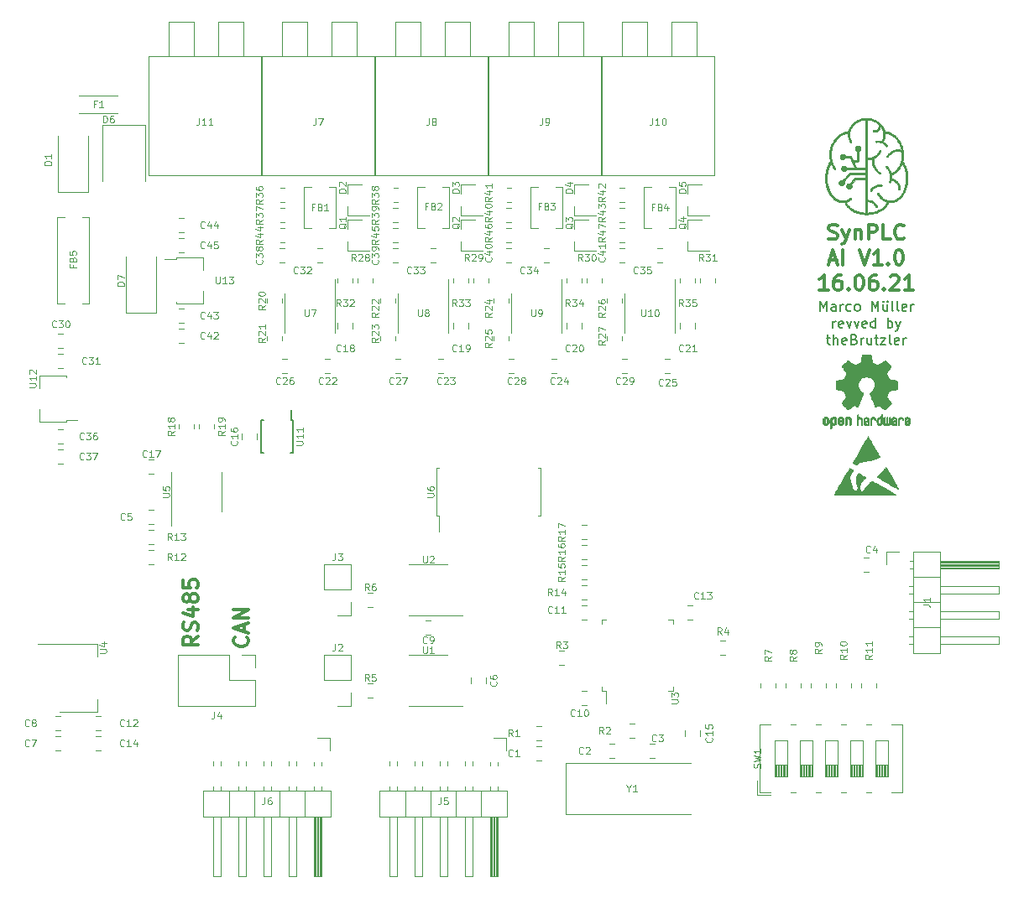
<source format=gbr>
%TF.GenerationSoftware,KiCad,Pcbnew,5.1.10-88a1d61d58~90~ubuntu20.04.1*%
%TF.CreationDate,2021-10-13T16:14:00+02:00*%
%TF.ProjectId,AI_V1,41495f56-312e-46b6-9963-61645f706362,rev?*%
%TF.SameCoordinates,Original*%
%TF.FileFunction,Legend,Top*%
%TF.FilePolarity,Positive*%
%FSLAX46Y46*%
G04 Gerber Fmt 4.6, Leading zero omitted, Abs format (unit mm)*
G04 Created by KiCad (PCBNEW 5.1.10-88a1d61d58~90~ubuntu20.04.1) date 2021-10-13 16:14:00*
%MOMM*%
%LPD*%
G01*
G04 APERTURE LIST*
%ADD10C,0.200000*%
%ADD11C,0.300000*%
%ADD12C,0.010000*%
%ADD13C,0.120000*%
%ADD14C,0.150000*%
%ADD15C,0.100000*%
G04 APERTURE END LIST*
D10*
X177729142Y-84096380D02*
X177729142Y-83096380D01*
X178062476Y-83810666D01*
X178395809Y-83096380D01*
X178395809Y-84096380D01*
X179300571Y-84096380D02*
X179300571Y-83572571D01*
X179252952Y-83477333D01*
X179157714Y-83429714D01*
X178967238Y-83429714D01*
X178872000Y-83477333D01*
X179300571Y-84048761D02*
X179205333Y-84096380D01*
X178967238Y-84096380D01*
X178872000Y-84048761D01*
X178824380Y-83953523D01*
X178824380Y-83858285D01*
X178872000Y-83763047D01*
X178967238Y-83715428D01*
X179205333Y-83715428D01*
X179300571Y-83667809D01*
X179776761Y-84096380D02*
X179776761Y-83429714D01*
X179776761Y-83620190D02*
X179824380Y-83524952D01*
X179872000Y-83477333D01*
X179967238Y-83429714D01*
X180062476Y-83429714D01*
X180824380Y-84048761D02*
X180729142Y-84096380D01*
X180538666Y-84096380D01*
X180443428Y-84048761D01*
X180395809Y-84001142D01*
X180348190Y-83905904D01*
X180348190Y-83620190D01*
X180395809Y-83524952D01*
X180443428Y-83477333D01*
X180538666Y-83429714D01*
X180729142Y-83429714D01*
X180824380Y-83477333D01*
X181395809Y-84096380D02*
X181300571Y-84048761D01*
X181252952Y-84001142D01*
X181205333Y-83905904D01*
X181205333Y-83620190D01*
X181252952Y-83524952D01*
X181300571Y-83477333D01*
X181395809Y-83429714D01*
X181538666Y-83429714D01*
X181633904Y-83477333D01*
X181681523Y-83524952D01*
X181729142Y-83620190D01*
X181729142Y-83905904D01*
X181681523Y-84001142D01*
X181633904Y-84048761D01*
X181538666Y-84096380D01*
X181395809Y-84096380D01*
X182919619Y-84096380D02*
X182919619Y-83096380D01*
X183252952Y-83810666D01*
X183586285Y-83096380D01*
X183586285Y-84096380D01*
X184491047Y-83429714D02*
X184491047Y-84096380D01*
X184062476Y-83429714D02*
X184062476Y-83953523D01*
X184110095Y-84048761D01*
X184205333Y-84096380D01*
X184348190Y-84096380D01*
X184443428Y-84048761D01*
X184491047Y-84001142D01*
X184110095Y-83096380D02*
X184157714Y-83144000D01*
X184110095Y-83191619D01*
X184062476Y-83144000D01*
X184110095Y-83096380D01*
X184110095Y-83191619D01*
X184491047Y-83096380D02*
X184538666Y-83144000D01*
X184491047Y-83191619D01*
X184443428Y-83144000D01*
X184491047Y-83096380D01*
X184491047Y-83191619D01*
X185110095Y-84096380D02*
X185014857Y-84048761D01*
X184967238Y-83953523D01*
X184967238Y-83096380D01*
X185633904Y-84096380D02*
X185538666Y-84048761D01*
X185491047Y-83953523D01*
X185491047Y-83096380D01*
X186395809Y-84048761D02*
X186300571Y-84096380D01*
X186110095Y-84096380D01*
X186014857Y-84048761D01*
X185967238Y-83953523D01*
X185967238Y-83572571D01*
X186014857Y-83477333D01*
X186110095Y-83429714D01*
X186300571Y-83429714D01*
X186395809Y-83477333D01*
X186443428Y-83572571D01*
X186443428Y-83667809D01*
X185967238Y-83763047D01*
X186872000Y-84096380D02*
X186872000Y-83429714D01*
X186872000Y-83620190D02*
X186919619Y-83524952D01*
X186967238Y-83477333D01*
X187062476Y-83429714D01*
X187157714Y-83429714D01*
X179014857Y-85796380D02*
X179014857Y-85129714D01*
X179014857Y-85320190D02*
X179062476Y-85224952D01*
X179110095Y-85177333D01*
X179205333Y-85129714D01*
X179300571Y-85129714D01*
X180014857Y-85748761D02*
X179919619Y-85796380D01*
X179729142Y-85796380D01*
X179633904Y-85748761D01*
X179586285Y-85653523D01*
X179586285Y-85272571D01*
X179633904Y-85177333D01*
X179729142Y-85129714D01*
X179919619Y-85129714D01*
X180014857Y-85177333D01*
X180062476Y-85272571D01*
X180062476Y-85367809D01*
X179586285Y-85463047D01*
X180395809Y-85129714D02*
X180633904Y-85796380D01*
X180872000Y-85129714D01*
X181157714Y-85129714D02*
X181395809Y-85796380D01*
X181633904Y-85129714D01*
X182395809Y-85748761D02*
X182300571Y-85796380D01*
X182110095Y-85796380D01*
X182014857Y-85748761D01*
X181967238Y-85653523D01*
X181967238Y-85272571D01*
X182014857Y-85177333D01*
X182110095Y-85129714D01*
X182300571Y-85129714D01*
X182395809Y-85177333D01*
X182443428Y-85272571D01*
X182443428Y-85367809D01*
X181967238Y-85463047D01*
X183300571Y-85796380D02*
X183300571Y-84796380D01*
X183300571Y-85748761D02*
X183205333Y-85796380D01*
X183014857Y-85796380D01*
X182919619Y-85748761D01*
X182872000Y-85701142D01*
X182824380Y-85605904D01*
X182824380Y-85320190D01*
X182872000Y-85224952D01*
X182919619Y-85177333D01*
X183014857Y-85129714D01*
X183205333Y-85129714D01*
X183300571Y-85177333D01*
X184538666Y-85796380D02*
X184538666Y-84796380D01*
X184538666Y-85177333D02*
X184633904Y-85129714D01*
X184824380Y-85129714D01*
X184919619Y-85177333D01*
X184967238Y-85224952D01*
X185014857Y-85320190D01*
X185014857Y-85605904D01*
X184967238Y-85701142D01*
X184919619Y-85748761D01*
X184824380Y-85796380D01*
X184633904Y-85796380D01*
X184538666Y-85748761D01*
X185348190Y-85129714D02*
X185586285Y-85796380D01*
X185824380Y-85129714D02*
X185586285Y-85796380D01*
X185491047Y-86034476D01*
X185443428Y-86082095D01*
X185348190Y-86129714D01*
X178348190Y-86829714D02*
X178729142Y-86829714D01*
X178491047Y-86496380D02*
X178491047Y-87353523D01*
X178538666Y-87448761D01*
X178633904Y-87496380D01*
X178729142Y-87496380D01*
X179062476Y-87496380D02*
X179062476Y-86496380D01*
X179491047Y-87496380D02*
X179491047Y-86972571D01*
X179443428Y-86877333D01*
X179348190Y-86829714D01*
X179205333Y-86829714D01*
X179110095Y-86877333D01*
X179062476Y-86924952D01*
X180348190Y-87448761D02*
X180252952Y-87496380D01*
X180062476Y-87496380D01*
X179967238Y-87448761D01*
X179919619Y-87353523D01*
X179919619Y-86972571D01*
X179967238Y-86877333D01*
X180062476Y-86829714D01*
X180252952Y-86829714D01*
X180348190Y-86877333D01*
X180395809Y-86972571D01*
X180395809Y-87067809D01*
X179919619Y-87163047D01*
X181157714Y-86972571D02*
X181300571Y-87020190D01*
X181348190Y-87067809D01*
X181395809Y-87163047D01*
X181395809Y-87305904D01*
X181348190Y-87401142D01*
X181300571Y-87448761D01*
X181205333Y-87496380D01*
X180824380Y-87496380D01*
X180824380Y-86496380D01*
X181157714Y-86496380D01*
X181252952Y-86544000D01*
X181300571Y-86591619D01*
X181348190Y-86686857D01*
X181348190Y-86782095D01*
X181300571Y-86877333D01*
X181252952Y-86924952D01*
X181157714Y-86972571D01*
X180824380Y-86972571D01*
X181824380Y-87496380D02*
X181824380Y-86829714D01*
X181824380Y-87020190D02*
X181872000Y-86924952D01*
X181919619Y-86877333D01*
X182014857Y-86829714D01*
X182110095Y-86829714D01*
X182872000Y-86829714D02*
X182872000Y-87496380D01*
X182443428Y-86829714D02*
X182443428Y-87353523D01*
X182491047Y-87448761D01*
X182586285Y-87496380D01*
X182729142Y-87496380D01*
X182824380Y-87448761D01*
X182872000Y-87401142D01*
X183205333Y-86829714D02*
X183586285Y-86829714D01*
X183348190Y-86496380D02*
X183348190Y-87353523D01*
X183395809Y-87448761D01*
X183491047Y-87496380D01*
X183586285Y-87496380D01*
X183824380Y-86829714D02*
X184348190Y-86829714D01*
X183824380Y-87496380D01*
X184348190Y-87496380D01*
X184872000Y-87496380D02*
X184776761Y-87448761D01*
X184729142Y-87353523D01*
X184729142Y-86496380D01*
X185633904Y-87448761D02*
X185538666Y-87496380D01*
X185348190Y-87496380D01*
X185252952Y-87448761D01*
X185205333Y-87353523D01*
X185205333Y-86972571D01*
X185252952Y-86877333D01*
X185348190Y-86829714D01*
X185538666Y-86829714D01*
X185633904Y-86877333D01*
X185681523Y-86972571D01*
X185681523Y-87067809D01*
X185205333Y-87163047D01*
X186110095Y-87496380D02*
X186110095Y-86829714D01*
X186110095Y-87020190D02*
X186157714Y-86924952D01*
X186205333Y-86877333D01*
X186300571Y-86829714D01*
X186395809Y-86829714D01*
D11*
X114978571Y-116946857D02*
X114264285Y-117446857D01*
X114978571Y-117804000D02*
X113478571Y-117804000D01*
X113478571Y-117232571D01*
X113550000Y-117089714D01*
X113621428Y-117018285D01*
X113764285Y-116946857D01*
X113978571Y-116946857D01*
X114121428Y-117018285D01*
X114192857Y-117089714D01*
X114264285Y-117232571D01*
X114264285Y-117804000D01*
X114907142Y-116375428D02*
X114978571Y-116161142D01*
X114978571Y-115804000D01*
X114907142Y-115661142D01*
X114835714Y-115589714D01*
X114692857Y-115518285D01*
X114550000Y-115518285D01*
X114407142Y-115589714D01*
X114335714Y-115661142D01*
X114264285Y-115804000D01*
X114192857Y-116089714D01*
X114121428Y-116232571D01*
X114050000Y-116304000D01*
X113907142Y-116375428D01*
X113764285Y-116375428D01*
X113621428Y-116304000D01*
X113550000Y-116232571D01*
X113478571Y-116089714D01*
X113478571Y-115732571D01*
X113550000Y-115518285D01*
X113978571Y-114232571D02*
X114978571Y-114232571D01*
X113407142Y-114589714D02*
X114478571Y-114946857D01*
X114478571Y-114018285D01*
X114121428Y-113232571D02*
X114050000Y-113375428D01*
X113978571Y-113446857D01*
X113835714Y-113518285D01*
X113764285Y-113518285D01*
X113621428Y-113446857D01*
X113550000Y-113375428D01*
X113478571Y-113232571D01*
X113478571Y-112946857D01*
X113550000Y-112804000D01*
X113621428Y-112732571D01*
X113764285Y-112661142D01*
X113835714Y-112661142D01*
X113978571Y-112732571D01*
X114050000Y-112804000D01*
X114121428Y-112946857D01*
X114121428Y-113232571D01*
X114192857Y-113375428D01*
X114264285Y-113446857D01*
X114407142Y-113518285D01*
X114692857Y-113518285D01*
X114835714Y-113446857D01*
X114907142Y-113375428D01*
X114978571Y-113232571D01*
X114978571Y-112946857D01*
X114907142Y-112804000D01*
X114835714Y-112732571D01*
X114692857Y-112661142D01*
X114407142Y-112661142D01*
X114264285Y-112732571D01*
X114192857Y-112804000D01*
X114121428Y-112946857D01*
X113478571Y-111304000D02*
X113478571Y-112018285D01*
X114192857Y-112089714D01*
X114121428Y-112018285D01*
X114050000Y-111875428D01*
X114050000Y-111518285D01*
X114121428Y-111375428D01*
X114192857Y-111304000D01*
X114335714Y-111232571D01*
X114692857Y-111232571D01*
X114835714Y-111304000D01*
X114907142Y-111375428D01*
X114978571Y-111518285D01*
X114978571Y-111875428D01*
X114907142Y-112018285D01*
X114835714Y-112089714D01*
X119915714Y-117042285D02*
X119987142Y-117113714D01*
X120058571Y-117328000D01*
X120058571Y-117470857D01*
X119987142Y-117685142D01*
X119844285Y-117828000D01*
X119701428Y-117899428D01*
X119415714Y-117970857D01*
X119201428Y-117970857D01*
X118915714Y-117899428D01*
X118772857Y-117828000D01*
X118630000Y-117685142D01*
X118558571Y-117470857D01*
X118558571Y-117328000D01*
X118630000Y-117113714D01*
X118701428Y-117042285D01*
X119630000Y-116470857D02*
X119630000Y-115756571D01*
X120058571Y-116613714D02*
X118558571Y-116113714D01*
X120058571Y-115613714D01*
X120058571Y-115113714D02*
X118558571Y-115113714D01*
X120058571Y-114256571D01*
X118558571Y-114256571D01*
X178586285Y-76797142D02*
X178800571Y-76868571D01*
X179157714Y-76868571D01*
X179300571Y-76797142D01*
X179372000Y-76725714D01*
X179443428Y-76582857D01*
X179443428Y-76440000D01*
X179372000Y-76297142D01*
X179300571Y-76225714D01*
X179157714Y-76154285D01*
X178872000Y-76082857D01*
X178729142Y-76011428D01*
X178657714Y-75940000D01*
X178586285Y-75797142D01*
X178586285Y-75654285D01*
X178657714Y-75511428D01*
X178729142Y-75440000D01*
X178872000Y-75368571D01*
X179229142Y-75368571D01*
X179443428Y-75440000D01*
X179943428Y-75868571D02*
X180300571Y-76868571D01*
X180657714Y-75868571D02*
X180300571Y-76868571D01*
X180157714Y-77225714D01*
X180086285Y-77297142D01*
X179943428Y-77368571D01*
X181229142Y-75868571D02*
X181229142Y-76868571D01*
X181229142Y-76011428D02*
X181300571Y-75940000D01*
X181443428Y-75868571D01*
X181657714Y-75868571D01*
X181800571Y-75940000D01*
X181872000Y-76082857D01*
X181872000Y-76868571D01*
X182586285Y-76868571D02*
X182586285Y-75368571D01*
X183157714Y-75368571D01*
X183300571Y-75440000D01*
X183372000Y-75511428D01*
X183443428Y-75654285D01*
X183443428Y-75868571D01*
X183372000Y-76011428D01*
X183300571Y-76082857D01*
X183157714Y-76154285D01*
X182586285Y-76154285D01*
X184800571Y-76868571D02*
X184086285Y-76868571D01*
X184086285Y-75368571D01*
X186157714Y-76725714D02*
X186086285Y-76797142D01*
X185872000Y-76868571D01*
X185729142Y-76868571D01*
X185514857Y-76797142D01*
X185372000Y-76654285D01*
X185300571Y-76511428D01*
X185229142Y-76225714D01*
X185229142Y-76011428D01*
X185300571Y-75725714D01*
X185372000Y-75582857D01*
X185514857Y-75440000D01*
X185729142Y-75368571D01*
X185872000Y-75368571D01*
X186086285Y-75440000D01*
X186157714Y-75511428D01*
X178657714Y-78990000D02*
X179372000Y-78990000D01*
X178514857Y-79418571D02*
X179014857Y-77918571D01*
X179514857Y-79418571D01*
X180014857Y-79418571D02*
X180014857Y-77918571D01*
X181657714Y-77918571D02*
X182157714Y-79418571D01*
X182657714Y-77918571D01*
X183943428Y-79418571D02*
X183086285Y-79418571D01*
X183514857Y-79418571D02*
X183514857Y-77918571D01*
X183372000Y-78132857D01*
X183229142Y-78275714D01*
X183086285Y-78347142D01*
X184586285Y-79275714D02*
X184657714Y-79347142D01*
X184586285Y-79418571D01*
X184514857Y-79347142D01*
X184586285Y-79275714D01*
X184586285Y-79418571D01*
X185586285Y-77918571D02*
X185729142Y-77918571D01*
X185872000Y-77990000D01*
X185943428Y-78061428D01*
X186014857Y-78204285D01*
X186086285Y-78490000D01*
X186086285Y-78847142D01*
X186014857Y-79132857D01*
X185943428Y-79275714D01*
X185872000Y-79347142D01*
X185729142Y-79418571D01*
X185586285Y-79418571D01*
X185443428Y-79347142D01*
X185372000Y-79275714D01*
X185300571Y-79132857D01*
X185229142Y-78847142D01*
X185229142Y-78490000D01*
X185300571Y-78204285D01*
X185372000Y-78061428D01*
X185443428Y-77990000D01*
X185586285Y-77918571D01*
X178514857Y-81968571D02*
X177657714Y-81968571D01*
X178086285Y-81968571D02*
X178086285Y-80468571D01*
X177943428Y-80682857D01*
X177800571Y-80825714D01*
X177657714Y-80897142D01*
X179800571Y-80468571D02*
X179514857Y-80468571D01*
X179372000Y-80540000D01*
X179300571Y-80611428D01*
X179157714Y-80825714D01*
X179086285Y-81111428D01*
X179086285Y-81682857D01*
X179157714Y-81825714D01*
X179229142Y-81897142D01*
X179372000Y-81968571D01*
X179657714Y-81968571D01*
X179800571Y-81897142D01*
X179872000Y-81825714D01*
X179943428Y-81682857D01*
X179943428Y-81325714D01*
X179872000Y-81182857D01*
X179800571Y-81111428D01*
X179657714Y-81040000D01*
X179372000Y-81040000D01*
X179229142Y-81111428D01*
X179157714Y-81182857D01*
X179086285Y-81325714D01*
X180586285Y-81825714D02*
X180657714Y-81897142D01*
X180586285Y-81968571D01*
X180514857Y-81897142D01*
X180586285Y-81825714D01*
X180586285Y-81968571D01*
X181586285Y-80468571D02*
X181729142Y-80468571D01*
X181872000Y-80540000D01*
X181943428Y-80611428D01*
X182014857Y-80754285D01*
X182086285Y-81040000D01*
X182086285Y-81397142D01*
X182014857Y-81682857D01*
X181943428Y-81825714D01*
X181872000Y-81897142D01*
X181729142Y-81968571D01*
X181586285Y-81968571D01*
X181443428Y-81897142D01*
X181372000Y-81825714D01*
X181300571Y-81682857D01*
X181229142Y-81397142D01*
X181229142Y-81040000D01*
X181300571Y-80754285D01*
X181372000Y-80611428D01*
X181443428Y-80540000D01*
X181586285Y-80468571D01*
X183372000Y-80468571D02*
X183086285Y-80468571D01*
X182943428Y-80540000D01*
X182872000Y-80611428D01*
X182729142Y-80825714D01*
X182657714Y-81111428D01*
X182657714Y-81682857D01*
X182729142Y-81825714D01*
X182800571Y-81897142D01*
X182943428Y-81968571D01*
X183229142Y-81968571D01*
X183372000Y-81897142D01*
X183443428Y-81825714D01*
X183514857Y-81682857D01*
X183514857Y-81325714D01*
X183443428Y-81182857D01*
X183372000Y-81111428D01*
X183229142Y-81040000D01*
X182943428Y-81040000D01*
X182800571Y-81111428D01*
X182729142Y-81182857D01*
X182657714Y-81325714D01*
X184157714Y-81825714D02*
X184229142Y-81897142D01*
X184157714Y-81968571D01*
X184086285Y-81897142D01*
X184157714Y-81825714D01*
X184157714Y-81968571D01*
X184800571Y-80611428D02*
X184872000Y-80540000D01*
X185014857Y-80468571D01*
X185372000Y-80468571D01*
X185514857Y-80540000D01*
X185586285Y-80611428D01*
X185657714Y-80754285D01*
X185657714Y-80897142D01*
X185586285Y-81111428D01*
X184729142Y-81968571D01*
X185657714Y-81968571D01*
X187086285Y-81968571D02*
X186229142Y-81968571D01*
X186657714Y-81968571D02*
X186657714Y-80468571D01*
X186514857Y-80682857D01*
X186372000Y-80825714D01*
X186229142Y-80897142D01*
D12*
%TO.C,REF\u002A\u002A*%
G36*
X180694094Y-99986158D02*
G01*
X180726619Y-99998736D01*
X180776193Y-100023712D01*
X180847374Y-100062876D01*
X180852916Y-100065988D01*
X180918474Y-100103476D01*
X180973798Y-100136319D01*
X181013455Y-100161205D01*
X181032012Y-100174820D01*
X181032531Y-100175487D01*
X181028048Y-100194390D01*
X181007486Y-100236605D01*
X180972183Y-100299832D01*
X180923480Y-100381772D01*
X180862718Y-100480122D01*
X180791236Y-100592585D01*
X180773445Y-100620165D01*
X180727093Y-100696699D01*
X180693342Y-100762556D01*
X180675153Y-100811782D01*
X180673286Y-100821507D01*
X180674115Y-100864312D01*
X180683394Y-100932209D01*
X180699968Y-101020843D01*
X180722680Y-101125859D01*
X180750373Y-101242902D01*
X180781890Y-101367616D01*
X180816075Y-101495645D01*
X180851771Y-101622634D01*
X180887821Y-101744228D01*
X180923068Y-101856072D01*
X180956356Y-101953810D01*
X180986528Y-102033087D01*
X181007561Y-102080122D01*
X181032337Y-102130225D01*
X181055730Y-102178168D01*
X181056997Y-102180793D01*
X181095699Y-102229220D01*
X181152184Y-102261828D01*
X181217939Y-102277454D01*
X181284451Y-102274937D01*
X181343205Y-102253114D01*
X181376258Y-102224382D01*
X181423859Y-102145583D01*
X181458739Y-102047378D01*
X181477877Y-101939779D01*
X181480588Y-101878780D01*
X181469670Y-101764935D01*
X181437624Y-101670660D01*
X181382726Y-101591379D01*
X181365607Y-101573733D01*
X181314661Y-101524235D01*
X181311163Y-101174362D01*
X181307664Y-100824489D01*
X181396818Y-100689531D01*
X181438654Y-100628445D01*
X181478945Y-100573493D01*
X181511943Y-100532336D01*
X181526126Y-100517192D01*
X181566281Y-100479810D01*
X181620665Y-100509098D01*
X181655039Y-100530084D01*
X181673846Y-100546378D01*
X181675049Y-100549307D01*
X181687903Y-100561728D01*
X181709896Y-100570977D01*
X181731150Y-100579313D01*
X181763694Y-100595149D01*
X181810322Y-100620033D01*
X181873829Y-100655509D01*
X181957008Y-100703123D01*
X182062653Y-100764422D01*
X182120062Y-100797932D01*
X182187594Y-100838071D01*
X182231885Y-100866659D01*
X182256855Y-100887039D01*
X182266423Y-100902553D01*
X182264508Y-100916546D01*
X182262911Y-100919796D01*
X182247376Y-100940266D01*
X182214136Y-100978665D01*
X182167062Y-101030696D01*
X182110028Y-101092066D01*
X182060700Y-101144090D01*
X181947030Y-101267567D01*
X181858105Y-101374591D01*
X181793134Y-101466240D01*
X181751321Y-101543588D01*
X181737217Y-101582866D01*
X181731392Y-101617249D01*
X181725375Y-101675899D01*
X181719696Y-101752117D01*
X181714884Y-101839202D01*
X181712619Y-101894268D01*
X181709459Y-101989464D01*
X181708069Y-102059062D01*
X181708858Y-102108409D01*
X181712235Y-102142854D01*
X181718608Y-102167743D01*
X181728387Y-102188425D01*
X181736067Y-102201053D01*
X181780421Y-102249726D01*
X181837574Y-102283645D01*
X181897708Y-102298438D01*
X181942773Y-102293086D01*
X181983576Y-102269930D01*
X182034724Y-102228462D01*
X182089042Y-102175912D01*
X182139357Y-102119516D01*
X182178494Y-102066505D01*
X182192905Y-102040889D01*
X182214491Y-102005814D01*
X182253753Y-101952389D01*
X182307102Y-101884789D01*
X182370952Y-101807190D01*
X182441715Y-101723768D01*
X182515804Y-101638698D01*
X182589632Y-101556155D01*
X182659611Y-101480316D01*
X182722155Y-101415356D01*
X182771260Y-101367669D01*
X182825779Y-101320032D01*
X182871642Y-101284908D01*
X182903811Y-101265949D01*
X182914489Y-101263864D01*
X182930853Y-101272274D01*
X182971671Y-101294846D01*
X183034586Y-101330224D01*
X183117244Y-101377054D01*
X183217289Y-101433981D01*
X183332366Y-101499649D01*
X183460119Y-101572703D01*
X183598194Y-101651788D01*
X183744234Y-101735548D01*
X183895884Y-101822629D01*
X184050790Y-101911676D01*
X184206595Y-102001332D01*
X184360944Y-102090243D01*
X184511482Y-102177054D01*
X184655854Y-102260409D01*
X184791704Y-102338954D01*
X184916677Y-102411333D01*
X185028417Y-102476190D01*
X185124570Y-102532171D01*
X185202779Y-102577920D01*
X185260689Y-102612083D01*
X185295946Y-102633304D01*
X185306165Y-102639963D01*
X185292402Y-102641280D01*
X185249104Y-102642559D01*
X185177714Y-102643796D01*
X185079673Y-102644983D01*
X184956422Y-102646115D01*
X184809403Y-102647186D01*
X184640057Y-102648189D01*
X184449826Y-102649119D01*
X184240151Y-102649968D01*
X184012473Y-102650732D01*
X183768235Y-102651403D01*
X183508877Y-102651976D01*
X183235841Y-102652444D01*
X182950568Y-102652802D01*
X182654500Y-102653042D01*
X182349079Y-102653159D01*
X182220924Y-102653171D01*
X179120970Y-102653171D01*
X179342053Y-102269847D01*
X179388856Y-102188680D01*
X179449102Y-102084166D01*
X179520778Y-101959801D01*
X179601869Y-101819082D01*
X179690362Y-101665503D01*
X179784240Y-101502562D01*
X179881491Y-101333754D01*
X179980100Y-101162575D01*
X180078053Y-100992521D01*
X180102825Y-100949512D01*
X180193152Y-100792857D01*
X180279289Y-100643803D01*
X180359942Y-100504568D01*
X180433816Y-100377371D01*
X180499617Y-100264432D01*
X180556050Y-100167968D01*
X180601821Y-100090200D01*
X180635635Y-100033346D01*
X180656198Y-99999625D01*
X180661953Y-99991040D01*
X180674058Y-99984189D01*
X180694094Y-99986158D01*
G37*
X180694094Y-99986158D02*
X180726619Y-99998736D01*
X180776193Y-100023712D01*
X180847374Y-100062876D01*
X180852916Y-100065988D01*
X180918474Y-100103476D01*
X180973798Y-100136319D01*
X181013455Y-100161205D01*
X181032012Y-100174820D01*
X181032531Y-100175487D01*
X181028048Y-100194390D01*
X181007486Y-100236605D01*
X180972183Y-100299832D01*
X180923480Y-100381772D01*
X180862718Y-100480122D01*
X180791236Y-100592585D01*
X180773445Y-100620165D01*
X180727093Y-100696699D01*
X180693342Y-100762556D01*
X180675153Y-100811782D01*
X180673286Y-100821507D01*
X180674115Y-100864312D01*
X180683394Y-100932209D01*
X180699968Y-101020843D01*
X180722680Y-101125859D01*
X180750373Y-101242902D01*
X180781890Y-101367616D01*
X180816075Y-101495645D01*
X180851771Y-101622634D01*
X180887821Y-101744228D01*
X180923068Y-101856072D01*
X180956356Y-101953810D01*
X180986528Y-102033087D01*
X181007561Y-102080122D01*
X181032337Y-102130225D01*
X181055730Y-102178168D01*
X181056997Y-102180793D01*
X181095699Y-102229220D01*
X181152184Y-102261828D01*
X181217939Y-102277454D01*
X181284451Y-102274937D01*
X181343205Y-102253114D01*
X181376258Y-102224382D01*
X181423859Y-102145583D01*
X181458739Y-102047378D01*
X181477877Y-101939779D01*
X181480588Y-101878780D01*
X181469670Y-101764935D01*
X181437624Y-101670660D01*
X181382726Y-101591379D01*
X181365607Y-101573733D01*
X181314661Y-101524235D01*
X181311163Y-101174362D01*
X181307664Y-100824489D01*
X181396818Y-100689531D01*
X181438654Y-100628445D01*
X181478945Y-100573493D01*
X181511943Y-100532336D01*
X181526126Y-100517192D01*
X181566281Y-100479810D01*
X181620665Y-100509098D01*
X181655039Y-100530084D01*
X181673846Y-100546378D01*
X181675049Y-100549307D01*
X181687903Y-100561728D01*
X181709896Y-100570977D01*
X181731150Y-100579313D01*
X181763694Y-100595149D01*
X181810322Y-100620033D01*
X181873829Y-100655509D01*
X181957008Y-100703123D01*
X182062653Y-100764422D01*
X182120062Y-100797932D01*
X182187594Y-100838071D01*
X182231885Y-100866659D01*
X182256855Y-100887039D01*
X182266423Y-100902553D01*
X182264508Y-100916546D01*
X182262911Y-100919796D01*
X182247376Y-100940266D01*
X182214136Y-100978665D01*
X182167062Y-101030696D01*
X182110028Y-101092066D01*
X182060700Y-101144090D01*
X181947030Y-101267567D01*
X181858105Y-101374591D01*
X181793134Y-101466240D01*
X181751321Y-101543588D01*
X181737217Y-101582866D01*
X181731392Y-101617249D01*
X181725375Y-101675899D01*
X181719696Y-101752117D01*
X181714884Y-101839202D01*
X181712619Y-101894268D01*
X181709459Y-101989464D01*
X181708069Y-102059062D01*
X181708858Y-102108409D01*
X181712235Y-102142854D01*
X181718608Y-102167743D01*
X181728387Y-102188425D01*
X181736067Y-102201053D01*
X181780421Y-102249726D01*
X181837574Y-102283645D01*
X181897708Y-102298438D01*
X181942773Y-102293086D01*
X181983576Y-102269930D01*
X182034724Y-102228462D01*
X182089042Y-102175912D01*
X182139357Y-102119516D01*
X182178494Y-102066505D01*
X182192905Y-102040889D01*
X182214491Y-102005814D01*
X182253753Y-101952389D01*
X182307102Y-101884789D01*
X182370952Y-101807190D01*
X182441715Y-101723768D01*
X182515804Y-101638698D01*
X182589632Y-101556155D01*
X182659611Y-101480316D01*
X182722155Y-101415356D01*
X182771260Y-101367669D01*
X182825779Y-101320032D01*
X182871642Y-101284908D01*
X182903811Y-101265949D01*
X182914489Y-101263864D01*
X182930853Y-101272274D01*
X182971671Y-101294846D01*
X183034586Y-101330224D01*
X183117244Y-101377054D01*
X183217289Y-101433981D01*
X183332366Y-101499649D01*
X183460119Y-101572703D01*
X183598194Y-101651788D01*
X183744234Y-101735548D01*
X183895884Y-101822629D01*
X184050790Y-101911676D01*
X184206595Y-102001332D01*
X184360944Y-102090243D01*
X184511482Y-102177054D01*
X184655854Y-102260409D01*
X184791704Y-102338954D01*
X184916677Y-102411333D01*
X185028417Y-102476190D01*
X185124570Y-102532171D01*
X185202779Y-102577920D01*
X185260689Y-102612083D01*
X185295946Y-102633304D01*
X185306165Y-102639963D01*
X185292402Y-102641280D01*
X185249104Y-102642559D01*
X185177714Y-102643796D01*
X185079673Y-102644983D01*
X184956422Y-102646115D01*
X184809403Y-102647186D01*
X184640057Y-102648189D01*
X184449826Y-102649119D01*
X184240151Y-102649968D01*
X184012473Y-102650732D01*
X183768235Y-102651403D01*
X183508877Y-102651976D01*
X183235841Y-102652444D01*
X182950568Y-102652802D01*
X182654500Y-102653042D01*
X182349079Y-102653159D01*
X182220924Y-102653171D01*
X179120970Y-102653171D01*
X179342053Y-102269847D01*
X179388856Y-102188680D01*
X179449102Y-102084166D01*
X179520778Y-101959801D01*
X179601869Y-101819082D01*
X179690362Y-101665503D01*
X179784240Y-101502562D01*
X179881491Y-101333754D01*
X179980100Y-101162575D01*
X180078053Y-100992521D01*
X180102825Y-100949512D01*
X180193152Y-100792857D01*
X180279289Y-100643803D01*
X180359942Y-100504568D01*
X180433816Y-100377371D01*
X180499617Y-100264432D01*
X180556050Y-100167968D01*
X180601821Y-100090200D01*
X180635635Y-100033346D01*
X180656198Y-99999625D01*
X180661953Y-99991040D01*
X180674058Y-99984189D01*
X180694094Y-99986158D01*
G36*
X184359528Y-99929619D02*
G01*
X184370908Y-99948693D01*
X184396488Y-99992421D01*
X184435002Y-100058619D01*
X184485186Y-100145102D01*
X184545775Y-100249685D01*
X184615503Y-100370183D01*
X184693107Y-100504412D01*
X184777320Y-100650187D01*
X184866879Y-100805323D01*
X184958998Y-100965000D01*
X185053076Y-101128117D01*
X185143402Y-101284709D01*
X185228665Y-101432506D01*
X185307557Y-101569240D01*
X185378769Y-101692642D01*
X185440991Y-101800444D01*
X185492913Y-101890377D01*
X185533228Y-101960173D01*
X185560624Y-102007564D01*
X185573507Y-102029786D01*
X185594507Y-102067330D01*
X185605925Y-102090831D01*
X185606551Y-102094920D01*
X185592636Y-102087242D01*
X185553941Y-102065203D01*
X185492487Y-102029971D01*
X185410298Y-101982711D01*
X185309396Y-101924589D01*
X185191805Y-101856771D01*
X185059546Y-101780424D01*
X184914642Y-101696714D01*
X184759117Y-101606806D01*
X184594992Y-101511867D01*
X184532549Y-101475732D01*
X184365487Y-101379083D01*
X184206074Y-101286938D01*
X184056355Y-101200475D01*
X183918376Y-101120871D01*
X183794185Y-101049305D01*
X183685827Y-100986955D01*
X183595348Y-100934998D01*
X183524796Y-100894613D01*
X183476215Y-100866978D01*
X183451654Y-100853272D01*
X183449085Y-100851974D01*
X183456569Y-100840220D01*
X183482614Y-100808795D01*
X183524559Y-100760594D01*
X183579746Y-100698510D01*
X183645517Y-100625439D01*
X183719212Y-100544276D01*
X183798173Y-100457916D01*
X183879740Y-100369253D01*
X183961254Y-100281182D01*
X184040057Y-100196599D01*
X184113490Y-100118397D01*
X184178893Y-100049472D01*
X184233608Y-99992719D01*
X184274977Y-99951032D01*
X184289164Y-99937363D01*
X184336180Y-99893201D01*
X184359528Y-99929619D01*
G37*
X184359528Y-99929619D02*
X184370908Y-99948693D01*
X184396488Y-99992421D01*
X184435002Y-100058619D01*
X184485186Y-100145102D01*
X184545775Y-100249685D01*
X184615503Y-100370183D01*
X184693107Y-100504412D01*
X184777320Y-100650187D01*
X184866879Y-100805323D01*
X184958998Y-100965000D01*
X185053076Y-101128117D01*
X185143402Y-101284709D01*
X185228665Y-101432506D01*
X185307557Y-101569240D01*
X185378769Y-101692642D01*
X185440991Y-101800444D01*
X185492913Y-101890377D01*
X185533228Y-101960173D01*
X185560624Y-102007564D01*
X185573507Y-102029786D01*
X185594507Y-102067330D01*
X185605925Y-102090831D01*
X185606551Y-102094920D01*
X185592636Y-102087242D01*
X185553941Y-102065203D01*
X185492487Y-102029971D01*
X185410298Y-101982711D01*
X185309396Y-101924589D01*
X185191805Y-101856771D01*
X185059546Y-101780424D01*
X184914642Y-101696714D01*
X184759117Y-101606806D01*
X184594992Y-101511867D01*
X184532549Y-101475732D01*
X184365487Y-101379083D01*
X184206074Y-101286938D01*
X184056355Y-101200475D01*
X183918376Y-101120871D01*
X183794185Y-101049305D01*
X183685827Y-100986955D01*
X183595348Y-100934998D01*
X183524796Y-100894613D01*
X183476215Y-100866978D01*
X183451654Y-100853272D01*
X183449085Y-100851974D01*
X183456569Y-100840220D01*
X183482614Y-100808795D01*
X183524559Y-100760594D01*
X183579746Y-100698510D01*
X183645517Y-100625439D01*
X183719212Y-100544276D01*
X183798173Y-100457916D01*
X183879740Y-100369253D01*
X183961254Y-100281182D01*
X184040057Y-100196599D01*
X184113490Y-100118397D01*
X184178893Y-100049472D01*
X184233608Y-99992719D01*
X184274977Y-99951032D01*
X184289164Y-99937363D01*
X184336180Y-99893201D01*
X184359528Y-99929619D01*
G36*
X182536043Y-96780835D02*
G01*
X182559065Y-96818245D01*
X182594534Y-96877514D01*
X182640996Y-96956118D01*
X182696996Y-97051538D01*
X182761081Y-97161250D01*
X182831796Y-97282734D01*
X182907687Y-97413468D01*
X182987299Y-97550930D01*
X183069178Y-97692598D01*
X183151870Y-97835951D01*
X183233921Y-97978467D01*
X183313876Y-98117624D01*
X183390281Y-98250901D01*
X183461682Y-98375776D01*
X183526624Y-98489727D01*
X183583653Y-98590233D01*
X183631315Y-98674772D01*
X183668155Y-98740822D01*
X183692720Y-98785862D01*
X183703554Y-98807370D01*
X183703951Y-98808714D01*
X183690501Y-98826965D01*
X183653114Y-98854882D01*
X183596235Y-98889725D01*
X183524312Y-98928754D01*
X183449015Y-98965843D01*
X183346560Y-99010817D01*
X183238817Y-99051226D01*
X183122073Y-99087969D01*
X182992618Y-99121942D01*
X182846740Y-99154044D01*
X182680726Y-99185173D01*
X182490866Y-99216227D01*
X182294469Y-99245145D01*
X182123834Y-99270800D01*
X181980545Y-99296198D01*
X181861008Y-99322602D01*
X181761630Y-99351273D01*
X181678818Y-99383473D01*
X181608978Y-99420465D01*
X181548518Y-99463512D01*
X181493845Y-99513875D01*
X181476214Y-99532583D01*
X181438000Y-99576139D01*
X181409732Y-99611682D01*
X181396618Y-99632583D01*
X181396268Y-99634297D01*
X181391680Y-99644806D01*
X181375758Y-99644924D01*
X181345266Y-99633254D01*
X181296968Y-99608396D01*
X181227627Y-99568952D01*
X181179439Y-99540587D01*
X181107583Y-99496247D01*
X181051742Y-99458279D01*
X181015667Y-99429416D01*
X181003113Y-99412388D01*
X181003121Y-99412264D01*
X181010906Y-99396037D01*
X181032892Y-99355400D01*
X181067803Y-99292567D01*
X181114363Y-99209752D01*
X181171295Y-99109172D01*
X181237323Y-98993040D01*
X181311172Y-98863571D01*
X181391564Y-98722980D01*
X181477224Y-98573482D01*
X181566876Y-98417292D01*
X181659243Y-98256624D01*
X181753049Y-98093693D01*
X181847018Y-97930713D01*
X181939874Y-97769900D01*
X182030340Y-97613468D01*
X182117141Y-97463633D01*
X182199000Y-97322608D01*
X182274641Y-97192609D01*
X182342787Y-97075849D01*
X182402163Y-96974545D01*
X182451493Y-96890911D01*
X182489500Y-96827162D01*
X182514907Y-96785511D01*
X182526440Y-96768175D01*
X182526923Y-96767805D01*
X182536043Y-96780835D01*
G37*
X182536043Y-96780835D02*
X182559065Y-96818245D01*
X182594534Y-96877514D01*
X182640996Y-96956118D01*
X182696996Y-97051538D01*
X182761081Y-97161250D01*
X182831796Y-97282734D01*
X182907687Y-97413468D01*
X182987299Y-97550930D01*
X183069178Y-97692598D01*
X183151870Y-97835951D01*
X183233921Y-97978467D01*
X183313876Y-98117624D01*
X183390281Y-98250901D01*
X183461682Y-98375776D01*
X183526624Y-98489727D01*
X183583653Y-98590233D01*
X183631315Y-98674772D01*
X183668155Y-98740822D01*
X183692720Y-98785862D01*
X183703554Y-98807370D01*
X183703951Y-98808714D01*
X183690501Y-98826965D01*
X183653114Y-98854882D01*
X183596235Y-98889725D01*
X183524312Y-98928754D01*
X183449015Y-98965843D01*
X183346560Y-99010817D01*
X183238817Y-99051226D01*
X183122073Y-99087969D01*
X182992618Y-99121942D01*
X182846740Y-99154044D01*
X182680726Y-99185173D01*
X182490866Y-99216227D01*
X182294469Y-99245145D01*
X182123834Y-99270800D01*
X181980545Y-99296198D01*
X181861008Y-99322602D01*
X181761630Y-99351273D01*
X181678818Y-99383473D01*
X181608978Y-99420465D01*
X181548518Y-99463512D01*
X181493845Y-99513875D01*
X181476214Y-99532583D01*
X181438000Y-99576139D01*
X181409732Y-99611682D01*
X181396618Y-99632583D01*
X181396268Y-99634297D01*
X181391680Y-99644806D01*
X181375758Y-99644924D01*
X181345266Y-99633254D01*
X181296968Y-99608396D01*
X181227627Y-99568952D01*
X181179439Y-99540587D01*
X181107583Y-99496247D01*
X181051742Y-99458279D01*
X181015667Y-99429416D01*
X181003113Y-99412388D01*
X181003121Y-99412264D01*
X181010906Y-99396037D01*
X181032892Y-99355400D01*
X181067803Y-99292567D01*
X181114363Y-99209752D01*
X181171295Y-99109172D01*
X181237323Y-98993040D01*
X181311172Y-98863571D01*
X181391564Y-98722980D01*
X181477224Y-98573482D01*
X181566876Y-98417292D01*
X181659243Y-98256624D01*
X181753049Y-98093693D01*
X181847018Y-97930713D01*
X181939874Y-97769900D01*
X182030340Y-97613468D01*
X182117141Y-97463633D01*
X182199000Y-97322608D01*
X182274641Y-97192609D01*
X182342787Y-97075849D01*
X182402163Y-96974545D01*
X182451493Y-96890911D01*
X182489500Y-96827162D01*
X182514907Y-96785511D01*
X182526440Y-96768175D01*
X182526923Y-96767805D01*
X182536043Y-96780835D01*
D13*
%TO.C,SW1*%
X183261000Y-129889333D02*
X184531000Y-129889333D01*
X184461000Y-131096000D02*
X184461000Y-129889333D01*
X184341000Y-131096000D02*
X184341000Y-129889333D01*
X184221000Y-131096000D02*
X184221000Y-129889333D01*
X184101000Y-131096000D02*
X184101000Y-129889333D01*
X183981000Y-131096000D02*
X183981000Y-129889333D01*
X183861000Y-131096000D02*
X183861000Y-129889333D01*
X183741000Y-131096000D02*
X183741000Y-129889333D01*
X183621000Y-131096000D02*
X183621000Y-129889333D01*
X183501000Y-131096000D02*
X183501000Y-129889333D01*
X183381000Y-131096000D02*
X183381000Y-129889333D01*
X183261000Y-127476000D02*
X183261000Y-131096000D01*
X184531000Y-127476000D02*
X183261000Y-127476000D01*
X184531000Y-131096000D02*
X184531000Y-127476000D01*
X183261000Y-131096000D02*
X184531000Y-131096000D01*
X180721000Y-129889333D02*
X181991000Y-129889333D01*
X181921000Y-131096000D02*
X181921000Y-129889333D01*
X181801000Y-131096000D02*
X181801000Y-129889333D01*
X181681000Y-131096000D02*
X181681000Y-129889333D01*
X181561000Y-131096000D02*
X181561000Y-129889333D01*
X181441000Y-131096000D02*
X181441000Y-129889333D01*
X181321000Y-131096000D02*
X181321000Y-129889333D01*
X181201000Y-131096000D02*
X181201000Y-129889333D01*
X181081000Y-131096000D02*
X181081000Y-129889333D01*
X180961000Y-131096000D02*
X180961000Y-129889333D01*
X180841000Y-131096000D02*
X180841000Y-129889333D01*
X180721000Y-127476000D02*
X180721000Y-131096000D01*
X181991000Y-127476000D02*
X180721000Y-127476000D01*
X181991000Y-131096000D02*
X181991000Y-127476000D01*
X180721000Y-131096000D02*
X181991000Y-131096000D01*
X178181000Y-129889333D02*
X179451000Y-129889333D01*
X179381000Y-131096000D02*
X179381000Y-129889333D01*
X179261000Y-131096000D02*
X179261000Y-129889333D01*
X179141000Y-131096000D02*
X179141000Y-129889333D01*
X179021000Y-131096000D02*
X179021000Y-129889333D01*
X178901000Y-131096000D02*
X178901000Y-129889333D01*
X178781000Y-131096000D02*
X178781000Y-129889333D01*
X178661000Y-131096000D02*
X178661000Y-129889333D01*
X178541000Y-131096000D02*
X178541000Y-129889333D01*
X178421000Y-131096000D02*
X178421000Y-129889333D01*
X178301000Y-131096000D02*
X178301000Y-129889333D01*
X178181000Y-127476000D02*
X178181000Y-131096000D01*
X179451000Y-127476000D02*
X178181000Y-127476000D01*
X179451000Y-131096000D02*
X179451000Y-127476000D01*
X178181000Y-131096000D02*
X179451000Y-131096000D01*
X175641000Y-129889333D02*
X176911000Y-129889333D01*
X176841000Y-131096000D02*
X176841000Y-129889333D01*
X176721000Y-131096000D02*
X176721000Y-129889333D01*
X176601000Y-131096000D02*
X176601000Y-129889333D01*
X176481000Y-131096000D02*
X176481000Y-129889333D01*
X176361000Y-131096000D02*
X176361000Y-129889333D01*
X176241000Y-131096000D02*
X176241000Y-129889333D01*
X176121000Y-131096000D02*
X176121000Y-129889333D01*
X176001000Y-131096000D02*
X176001000Y-129889333D01*
X175881000Y-131096000D02*
X175881000Y-129889333D01*
X175761000Y-131096000D02*
X175761000Y-129889333D01*
X175641000Y-127476000D02*
X175641000Y-131096000D01*
X176911000Y-127476000D02*
X175641000Y-127476000D01*
X176911000Y-131096000D02*
X176911000Y-127476000D01*
X175641000Y-131096000D02*
X176911000Y-131096000D01*
X173101000Y-129889333D02*
X174371000Y-129889333D01*
X174301000Y-131096000D02*
X174301000Y-129889333D01*
X174181000Y-131096000D02*
X174181000Y-129889333D01*
X174061000Y-131096000D02*
X174061000Y-129889333D01*
X173941000Y-131096000D02*
X173941000Y-129889333D01*
X173821000Y-131096000D02*
X173821000Y-129889333D01*
X173701000Y-131096000D02*
X173701000Y-129889333D01*
X173581000Y-131096000D02*
X173581000Y-129889333D01*
X173461000Y-131096000D02*
X173461000Y-129889333D01*
X173341000Y-131096000D02*
X173341000Y-129889333D01*
X173221000Y-131096000D02*
X173221000Y-129889333D01*
X173101000Y-127476000D02*
X173101000Y-131096000D01*
X174371000Y-127476000D02*
X173101000Y-127476000D01*
X174371000Y-131096000D02*
X174371000Y-127476000D01*
X173101000Y-131096000D02*
X174371000Y-131096000D01*
X171386000Y-132936000D02*
X172696000Y-132936000D01*
X171386000Y-132936000D02*
X171386000Y-131553000D01*
X174726000Y-125875000D02*
X175287000Y-125875000D01*
X171626000Y-125875000D02*
X172746000Y-125875000D01*
X177266000Y-125875000D02*
X177827000Y-125875000D01*
X179806000Y-125875000D02*
X180367000Y-125875000D01*
X182346000Y-125875000D02*
X182906000Y-125875000D01*
X184886000Y-125875000D02*
X186007000Y-125875000D01*
X184886000Y-132696000D02*
X186007000Y-132696000D01*
X182346000Y-132696000D02*
X182906000Y-132696000D01*
X179806000Y-132696000D02*
X180367000Y-132696000D01*
X177266000Y-132696000D02*
X177827000Y-132696000D01*
X174776000Y-132696000D02*
X175287000Y-132696000D01*
X171626000Y-132696000D02*
X172696000Y-132696000D01*
X186007000Y-132696000D02*
X186007000Y-125875000D01*
X171626000Y-132696000D02*
X171626000Y-125875000D01*
%TO.C,U13*%
X112732000Y-83386000D02*
X112732000Y-83156000D01*
X112732000Y-78666000D02*
X112732000Y-78896000D01*
X112732000Y-78666000D02*
X115452000Y-78666000D01*
X115452000Y-78666000D02*
X115452000Y-79976000D01*
X111592000Y-78896000D02*
X112732000Y-78896000D01*
X115452000Y-83386000D02*
X112732000Y-83386000D01*
X115452000Y-82076000D02*
X115452000Y-83386000D01*
%TO.C,D7*%
X110720000Y-84326000D02*
X110720000Y-78626000D01*
X107720000Y-84326000D02*
X110720000Y-84326000D01*
X107720000Y-78626000D02*
X107720000Y-84326000D01*
%TO.C,C45*%
X113566752Y-76735000D02*
X113044248Y-76735000D01*
X113566752Y-78205000D02*
X113044248Y-78205000D01*
%TO.C,C44*%
X113545252Y-74703000D02*
X113022748Y-74703000D01*
X113545252Y-76173000D02*
X113022748Y-76173000D01*
%TO.C,C43*%
X113545252Y-83847000D02*
X113022748Y-83847000D01*
X113545252Y-85317000D02*
X113022748Y-85317000D01*
%TO.C,C42*%
X113545252Y-85879000D02*
X113022748Y-85879000D01*
X113545252Y-87349000D02*
X113022748Y-87349000D01*
%TO.C,FB4*%
X159944000Y-75760000D02*
X159944000Y-71560000D01*
X163144000Y-71560000D02*
X163144000Y-75760000D01*
X159944000Y-75760000D02*
X160644000Y-75760000D01*
X163144000Y-75760000D02*
X162444000Y-75760000D01*
X163144000Y-71560000D02*
X162444000Y-71560000D01*
X159944000Y-71560000D02*
X160644000Y-71560000D01*
%TO.C,FB3*%
X148514000Y-75760000D02*
X148514000Y-71560000D01*
X151714000Y-71560000D02*
X151714000Y-75760000D01*
X148514000Y-75760000D02*
X149214000Y-75760000D01*
X151714000Y-75760000D02*
X151014000Y-75760000D01*
X151714000Y-71560000D02*
X151014000Y-71560000D01*
X148514000Y-71560000D02*
X149214000Y-71560000D01*
%TO.C,FB2*%
X137084000Y-75760000D02*
X137084000Y-71560000D01*
X140284000Y-71560000D02*
X140284000Y-75760000D01*
X137084000Y-75760000D02*
X137784000Y-75760000D01*
X140284000Y-75760000D02*
X139584000Y-75760000D01*
X140284000Y-71560000D02*
X139584000Y-71560000D01*
X137084000Y-71560000D02*
X137784000Y-71560000D01*
%TO.C,FB1*%
X125654000Y-75760000D02*
X125654000Y-71560000D01*
X128854000Y-71560000D02*
X128854000Y-75760000D01*
X125654000Y-75760000D02*
X126354000Y-75760000D01*
X128854000Y-75760000D02*
X128154000Y-75760000D01*
X128854000Y-71560000D02*
X128154000Y-71560000D01*
X125654000Y-71560000D02*
X126354000Y-71560000D01*
%TO.C,FB5*%
X103962000Y-83394000D02*
X103262000Y-83394000D01*
X100762000Y-83394000D02*
X101462000Y-83394000D01*
X100762000Y-83394000D02*
X100762000Y-74594000D01*
X103962000Y-74594000D02*
X103962000Y-83394000D01*
X100762000Y-74594000D02*
X101462000Y-74594000D01*
X103962000Y-74594000D02*
X103262000Y-74594000D01*
%TO.C,R47*%
X157961064Y-77189000D02*
X157506936Y-77189000D01*
X157961064Y-75719000D02*
X157506936Y-75719000D01*
%TO.C,R46*%
X146531064Y-77189000D02*
X146076936Y-77189000D01*
X146531064Y-75719000D02*
X146076936Y-75719000D01*
%TO.C,R45*%
X135101064Y-77189000D02*
X134646936Y-77189000D01*
X135101064Y-75719000D02*
X134646936Y-75719000D01*
%TO.C,R44*%
X123687064Y-77189000D02*
X123232936Y-77189000D01*
X123687064Y-75719000D02*
X123232936Y-75719000D01*
D12*
%TO.C,REF\u002A\u002A*%
G36*
X179140886Y-94786505D02*
G01*
X179215539Y-94823727D01*
X179281431Y-94892261D01*
X179299577Y-94917648D01*
X179319345Y-94950866D01*
X179332172Y-94986945D01*
X179339510Y-95035098D01*
X179342813Y-95104536D01*
X179343538Y-95196206D01*
X179340263Y-95321830D01*
X179328877Y-95416154D01*
X179307041Y-95486523D01*
X179272419Y-95540286D01*
X179222670Y-95584788D01*
X179219014Y-95587423D01*
X179169985Y-95614377D01*
X179110945Y-95627712D01*
X179035859Y-95631000D01*
X178913795Y-95631000D01*
X178913744Y-95749497D01*
X178912608Y-95815492D01*
X178905686Y-95854202D01*
X178887598Y-95877419D01*
X178852962Y-95896933D01*
X178844645Y-95900920D01*
X178805720Y-95919603D01*
X178775583Y-95931403D01*
X178753174Y-95932422D01*
X178737433Y-95918761D01*
X178727302Y-95886522D01*
X178721723Y-95831804D01*
X178719635Y-95750711D01*
X178719981Y-95639344D01*
X178721700Y-95493802D01*
X178722237Y-95450269D01*
X178724172Y-95300205D01*
X178725904Y-95202042D01*
X178913692Y-95202042D01*
X178914748Y-95285364D01*
X178919438Y-95339880D01*
X178930051Y-95375837D01*
X178948872Y-95403482D01*
X178961650Y-95416965D01*
X179013890Y-95456417D01*
X179060142Y-95459628D01*
X179107867Y-95427049D01*
X179109077Y-95425846D01*
X179128494Y-95400668D01*
X179140307Y-95366447D01*
X179146265Y-95313748D01*
X179148120Y-95233131D01*
X179148154Y-95215271D01*
X179143670Y-95104175D01*
X179129074Y-95027161D01*
X179102650Y-94980147D01*
X179062683Y-94959050D01*
X179039584Y-94956923D01*
X178984762Y-94966900D01*
X178947158Y-94999752D01*
X178924523Y-95059857D01*
X178914606Y-95151598D01*
X178913692Y-95202042D01*
X178725904Y-95202042D01*
X178726222Y-95184060D01*
X178728873Y-95096679D01*
X178732606Y-95032905D01*
X178737907Y-94987582D01*
X178745258Y-94955555D01*
X178755143Y-94931668D01*
X178768046Y-94910764D01*
X178773579Y-94902898D01*
X178846969Y-94828595D01*
X178939760Y-94786467D01*
X179047096Y-94774722D01*
X179140886Y-94786505D01*
G37*
X179140886Y-94786505D02*
X179215539Y-94823727D01*
X179281431Y-94892261D01*
X179299577Y-94917648D01*
X179319345Y-94950866D01*
X179332172Y-94986945D01*
X179339510Y-95035098D01*
X179342813Y-95104536D01*
X179343538Y-95196206D01*
X179340263Y-95321830D01*
X179328877Y-95416154D01*
X179307041Y-95486523D01*
X179272419Y-95540286D01*
X179222670Y-95584788D01*
X179219014Y-95587423D01*
X179169985Y-95614377D01*
X179110945Y-95627712D01*
X179035859Y-95631000D01*
X178913795Y-95631000D01*
X178913744Y-95749497D01*
X178912608Y-95815492D01*
X178905686Y-95854202D01*
X178887598Y-95877419D01*
X178852962Y-95896933D01*
X178844645Y-95900920D01*
X178805720Y-95919603D01*
X178775583Y-95931403D01*
X178753174Y-95932422D01*
X178737433Y-95918761D01*
X178727302Y-95886522D01*
X178721723Y-95831804D01*
X178719635Y-95750711D01*
X178719981Y-95639344D01*
X178721700Y-95493802D01*
X178722237Y-95450269D01*
X178724172Y-95300205D01*
X178725904Y-95202042D01*
X178913692Y-95202042D01*
X178914748Y-95285364D01*
X178919438Y-95339880D01*
X178930051Y-95375837D01*
X178948872Y-95403482D01*
X178961650Y-95416965D01*
X179013890Y-95456417D01*
X179060142Y-95459628D01*
X179107867Y-95427049D01*
X179109077Y-95425846D01*
X179128494Y-95400668D01*
X179140307Y-95366447D01*
X179146265Y-95313748D01*
X179148120Y-95233131D01*
X179148154Y-95215271D01*
X179143670Y-95104175D01*
X179129074Y-95027161D01*
X179102650Y-94980147D01*
X179062683Y-94959050D01*
X179039584Y-94956923D01*
X178984762Y-94966900D01*
X178947158Y-94999752D01*
X178924523Y-95059857D01*
X178914606Y-95151598D01*
X178913692Y-95202042D01*
X178725904Y-95202042D01*
X178726222Y-95184060D01*
X178728873Y-95096679D01*
X178732606Y-95032905D01*
X178737907Y-94987582D01*
X178745258Y-94955555D01*
X178755143Y-94931668D01*
X178768046Y-94910764D01*
X178773579Y-94902898D01*
X178846969Y-94828595D01*
X178939760Y-94786467D01*
X179047096Y-94774722D01*
X179140886Y-94786505D01*
G36*
X180643664Y-94797089D02*
G01*
X180706367Y-94833358D01*
X180749961Y-94869358D01*
X180781845Y-94907075D01*
X180803810Y-94953199D01*
X180817649Y-95014421D01*
X180825153Y-95097431D01*
X180828117Y-95208919D01*
X180828461Y-95289062D01*
X180828461Y-95584065D01*
X180662385Y-95658515D01*
X180652615Y-95335402D01*
X180648579Y-95214729D01*
X180644344Y-95127141D01*
X180639097Y-95066650D01*
X180632025Y-95027268D01*
X180622311Y-95003007D01*
X180609144Y-94987880D01*
X180604919Y-94984606D01*
X180540909Y-94959034D01*
X180476208Y-94969153D01*
X180437692Y-94996000D01*
X180422025Y-95015024D01*
X180411180Y-95039988D01*
X180404288Y-95077834D01*
X180400479Y-95135502D01*
X180398883Y-95219935D01*
X180398615Y-95307928D01*
X180398563Y-95418323D01*
X180396672Y-95496463D01*
X180390345Y-95549165D01*
X180376983Y-95583242D01*
X180353985Y-95605511D01*
X180318754Y-95622787D01*
X180271697Y-95640738D01*
X180220303Y-95660278D01*
X180226421Y-95313485D01*
X180228884Y-95188468D01*
X180231767Y-95096082D01*
X180235898Y-95029881D01*
X180242107Y-94983420D01*
X180251226Y-94950256D01*
X180264083Y-94923944D01*
X180279584Y-94900729D01*
X180354371Y-94826569D01*
X180445628Y-94783684D01*
X180544883Y-94773412D01*
X180643664Y-94797089D01*
G37*
X180643664Y-94797089D02*
X180706367Y-94833358D01*
X180749961Y-94869358D01*
X180781845Y-94907075D01*
X180803810Y-94953199D01*
X180817649Y-95014421D01*
X180825153Y-95097431D01*
X180828117Y-95208919D01*
X180828461Y-95289062D01*
X180828461Y-95584065D01*
X180662385Y-95658515D01*
X180652615Y-95335402D01*
X180648579Y-95214729D01*
X180644344Y-95127141D01*
X180639097Y-95066650D01*
X180632025Y-95027268D01*
X180622311Y-95003007D01*
X180609144Y-94987880D01*
X180604919Y-94984606D01*
X180540909Y-94959034D01*
X180476208Y-94969153D01*
X180437692Y-94996000D01*
X180422025Y-95015024D01*
X180411180Y-95039988D01*
X180404288Y-95077834D01*
X180400479Y-95135502D01*
X180398883Y-95219935D01*
X180398615Y-95307928D01*
X180398563Y-95418323D01*
X180396672Y-95496463D01*
X180390345Y-95549165D01*
X180376983Y-95583242D01*
X180353985Y-95605511D01*
X180318754Y-95622787D01*
X180271697Y-95640738D01*
X180220303Y-95660278D01*
X180226421Y-95313485D01*
X180228884Y-95188468D01*
X180231767Y-95096082D01*
X180235898Y-95029881D01*
X180242107Y-94983420D01*
X180251226Y-94950256D01*
X180264083Y-94923944D01*
X180279584Y-94900729D01*
X180354371Y-94826569D01*
X180445628Y-94783684D01*
X180544883Y-94773412D01*
X180643664Y-94797089D01*
G36*
X178388886Y-94789256D02*
G01*
X178480464Y-94837409D01*
X178548049Y-94914905D01*
X178572057Y-94964727D01*
X178590738Y-95039533D01*
X178600301Y-95134052D01*
X178601208Y-95237210D01*
X178593921Y-95337935D01*
X178578903Y-95425153D01*
X178556615Y-95487791D01*
X178549765Y-95498579D01*
X178468632Y-95579105D01*
X178372266Y-95627336D01*
X178267701Y-95641450D01*
X178161968Y-95619629D01*
X178132543Y-95606547D01*
X178075241Y-95566231D01*
X178024950Y-95512775D01*
X178020197Y-95505995D01*
X178000878Y-95473321D01*
X177988108Y-95438394D01*
X177980564Y-95392414D01*
X177976924Y-95326584D01*
X177975865Y-95232105D01*
X177975846Y-95210923D01*
X177975894Y-95204182D01*
X178171231Y-95204182D01*
X178172368Y-95293349D01*
X178176841Y-95352520D01*
X178186246Y-95390741D01*
X178202176Y-95417053D01*
X178210308Y-95425846D01*
X178257058Y-95459261D01*
X178302447Y-95457737D01*
X178348340Y-95428752D01*
X178375712Y-95397809D01*
X178391923Y-95352643D01*
X178401026Y-95281420D01*
X178401651Y-95273114D01*
X178403204Y-95144037D01*
X178386965Y-95048172D01*
X178353152Y-94986107D01*
X178301984Y-94958432D01*
X178283720Y-94956923D01*
X178235760Y-94964513D01*
X178202953Y-94990808D01*
X178182895Y-95041095D01*
X178173178Y-95120664D01*
X178171231Y-95204182D01*
X177975894Y-95204182D01*
X177976574Y-95110249D01*
X177979629Y-95039906D01*
X177986322Y-94991163D01*
X177997960Y-94955288D01*
X178015853Y-94923548D01*
X178019808Y-94917648D01*
X178086267Y-94838104D01*
X178158685Y-94791929D01*
X178246849Y-94773599D01*
X178276787Y-94772703D01*
X178388886Y-94789256D01*
G37*
X178388886Y-94789256D02*
X178480464Y-94837409D01*
X178548049Y-94914905D01*
X178572057Y-94964727D01*
X178590738Y-95039533D01*
X178600301Y-95134052D01*
X178601208Y-95237210D01*
X178593921Y-95337935D01*
X178578903Y-95425153D01*
X178556615Y-95487791D01*
X178549765Y-95498579D01*
X178468632Y-95579105D01*
X178372266Y-95627336D01*
X178267701Y-95641450D01*
X178161968Y-95619629D01*
X178132543Y-95606547D01*
X178075241Y-95566231D01*
X178024950Y-95512775D01*
X178020197Y-95505995D01*
X178000878Y-95473321D01*
X177988108Y-95438394D01*
X177980564Y-95392414D01*
X177976924Y-95326584D01*
X177975865Y-95232105D01*
X177975846Y-95210923D01*
X177975894Y-95204182D01*
X178171231Y-95204182D01*
X178172368Y-95293349D01*
X178176841Y-95352520D01*
X178186246Y-95390741D01*
X178202176Y-95417053D01*
X178210308Y-95425846D01*
X178257058Y-95459261D01*
X178302447Y-95457737D01*
X178348340Y-95428752D01*
X178375712Y-95397809D01*
X178391923Y-95352643D01*
X178401026Y-95281420D01*
X178401651Y-95273114D01*
X178403204Y-95144037D01*
X178386965Y-95048172D01*
X178353152Y-94986107D01*
X178301984Y-94958432D01*
X178283720Y-94956923D01*
X178235760Y-94964513D01*
X178202953Y-94990808D01*
X178182895Y-95041095D01*
X178173178Y-95120664D01*
X178171231Y-95204182D01*
X177975894Y-95204182D01*
X177976574Y-95110249D01*
X177979629Y-95039906D01*
X177986322Y-94991163D01*
X177997960Y-94955288D01*
X178015853Y-94923548D01*
X178019808Y-94917648D01*
X178086267Y-94838104D01*
X178158685Y-94791929D01*
X178246849Y-94773599D01*
X178276787Y-94772703D01*
X178388886Y-94789256D01*
G36*
X179906254Y-94801745D02*
G01*
X179983286Y-94853567D01*
X180042816Y-94928412D01*
X180078378Y-95023654D01*
X180085571Y-95093756D01*
X180084754Y-95123009D01*
X180077914Y-95145407D01*
X180059112Y-95165474D01*
X180022408Y-95187733D01*
X179961862Y-95216709D01*
X179871534Y-95256927D01*
X179871077Y-95257129D01*
X179787933Y-95295210D01*
X179719753Y-95329025D01*
X179673505Y-95354933D01*
X179656158Y-95369295D01*
X179656154Y-95369411D01*
X179671443Y-95400685D01*
X179707196Y-95435157D01*
X179748242Y-95459990D01*
X179769037Y-95464923D01*
X179825770Y-95447862D01*
X179874627Y-95405133D01*
X179898465Y-95358155D01*
X179921397Y-95323522D01*
X179966318Y-95284081D01*
X180019123Y-95250009D01*
X180065710Y-95231480D01*
X180075452Y-95230462D01*
X180086418Y-95247215D01*
X180087079Y-95290039D01*
X180079020Y-95347781D01*
X180063827Y-95409289D01*
X180043086Y-95463409D01*
X180042038Y-95465510D01*
X179979621Y-95552660D01*
X179898726Y-95611939D01*
X179806856Y-95641034D01*
X179711513Y-95637634D01*
X179620198Y-95599428D01*
X179616138Y-95596741D01*
X179544306Y-95531642D01*
X179497073Y-95446705D01*
X179470934Y-95335021D01*
X179467426Y-95303643D01*
X179461213Y-95155536D01*
X179468661Y-95086468D01*
X179656154Y-95086468D01*
X179658590Y-95129552D01*
X179671914Y-95142126D01*
X179705132Y-95132719D01*
X179757494Y-95110483D01*
X179816024Y-95082610D01*
X179817479Y-95081872D01*
X179867089Y-95055777D01*
X179887000Y-95038363D01*
X179882090Y-95020107D01*
X179861416Y-94996120D01*
X179808819Y-94961406D01*
X179752177Y-94958856D01*
X179701369Y-94984119D01*
X179666276Y-95032847D01*
X179656154Y-95086468D01*
X179468661Y-95086468D01*
X179473992Y-95037036D01*
X179506778Y-94943055D01*
X179552421Y-94877215D01*
X179634802Y-94810681D01*
X179725546Y-94777676D01*
X179818185Y-94775573D01*
X179906254Y-94801745D01*
G37*
X179906254Y-94801745D02*
X179983286Y-94853567D01*
X180042816Y-94928412D01*
X180078378Y-95023654D01*
X180085571Y-95093756D01*
X180084754Y-95123009D01*
X180077914Y-95145407D01*
X180059112Y-95165474D01*
X180022408Y-95187733D01*
X179961862Y-95216709D01*
X179871534Y-95256927D01*
X179871077Y-95257129D01*
X179787933Y-95295210D01*
X179719753Y-95329025D01*
X179673505Y-95354933D01*
X179656158Y-95369295D01*
X179656154Y-95369411D01*
X179671443Y-95400685D01*
X179707196Y-95435157D01*
X179748242Y-95459990D01*
X179769037Y-95464923D01*
X179825770Y-95447862D01*
X179874627Y-95405133D01*
X179898465Y-95358155D01*
X179921397Y-95323522D01*
X179966318Y-95284081D01*
X180019123Y-95250009D01*
X180065710Y-95231480D01*
X180075452Y-95230462D01*
X180086418Y-95247215D01*
X180087079Y-95290039D01*
X180079020Y-95347781D01*
X180063827Y-95409289D01*
X180043086Y-95463409D01*
X180042038Y-95465510D01*
X179979621Y-95552660D01*
X179898726Y-95611939D01*
X179806856Y-95641034D01*
X179711513Y-95637634D01*
X179620198Y-95599428D01*
X179616138Y-95596741D01*
X179544306Y-95531642D01*
X179497073Y-95446705D01*
X179470934Y-95335021D01*
X179467426Y-95303643D01*
X179461213Y-95155536D01*
X179468661Y-95086468D01*
X179656154Y-95086468D01*
X179658590Y-95129552D01*
X179671914Y-95142126D01*
X179705132Y-95132719D01*
X179757494Y-95110483D01*
X179816024Y-95082610D01*
X179817479Y-95081872D01*
X179867089Y-95055777D01*
X179887000Y-95038363D01*
X179882090Y-95020107D01*
X179861416Y-94996120D01*
X179808819Y-94961406D01*
X179752177Y-94958856D01*
X179701369Y-94984119D01*
X179666276Y-95032847D01*
X179656154Y-95086468D01*
X179468661Y-95086468D01*
X179473992Y-95037036D01*
X179506778Y-94943055D01*
X179552421Y-94877215D01*
X179634802Y-94810681D01*
X179725546Y-94777676D01*
X179818185Y-94775573D01*
X179906254Y-94801745D01*
G36*
X181531846Y-94694120D02*
G01*
X181537572Y-94773980D01*
X181544149Y-94821039D01*
X181553262Y-94841566D01*
X181566598Y-94841829D01*
X181570923Y-94839378D01*
X181628444Y-94821636D01*
X181703268Y-94822672D01*
X181779339Y-94840910D01*
X181826918Y-94864505D01*
X181875702Y-94902198D01*
X181911364Y-94944855D01*
X181935845Y-94999057D01*
X181951087Y-95071384D01*
X181959030Y-95168419D01*
X181961616Y-95296742D01*
X181961662Y-95321358D01*
X181961692Y-95597870D01*
X181900161Y-95619320D01*
X181856459Y-95633912D01*
X181832482Y-95640706D01*
X181831777Y-95640769D01*
X181829415Y-95622345D01*
X181827406Y-95571526D01*
X181825901Y-95494993D01*
X181825053Y-95399430D01*
X181824923Y-95341329D01*
X181824651Y-95226771D01*
X181823252Y-95144667D01*
X181819849Y-95088393D01*
X181813567Y-95051326D01*
X181803529Y-95026844D01*
X181788861Y-95008325D01*
X181779702Y-94999406D01*
X181716789Y-94963466D01*
X181648136Y-94960775D01*
X181585848Y-94991170D01*
X181574329Y-95002144D01*
X181557433Y-95022779D01*
X181545714Y-95047256D01*
X181538233Y-95082647D01*
X181534054Y-95136026D01*
X181532237Y-95214466D01*
X181531846Y-95322617D01*
X181531846Y-95597870D01*
X181470315Y-95619320D01*
X181426613Y-95633912D01*
X181402636Y-95640706D01*
X181401930Y-95640769D01*
X181400126Y-95622069D01*
X181398500Y-95569322D01*
X181397117Y-95487557D01*
X181396042Y-95381805D01*
X181395340Y-95257094D01*
X181395077Y-95118455D01*
X181395077Y-94583806D01*
X181522077Y-94530236D01*
X181531846Y-94694120D01*
G37*
X181531846Y-94694120D02*
X181537572Y-94773980D01*
X181544149Y-94821039D01*
X181553262Y-94841566D01*
X181566598Y-94841829D01*
X181570923Y-94839378D01*
X181628444Y-94821636D01*
X181703268Y-94822672D01*
X181779339Y-94840910D01*
X181826918Y-94864505D01*
X181875702Y-94902198D01*
X181911364Y-94944855D01*
X181935845Y-94999057D01*
X181951087Y-95071384D01*
X181959030Y-95168419D01*
X181961616Y-95296742D01*
X181961662Y-95321358D01*
X181961692Y-95597870D01*
X181900161Y-95619320D01*
X181856459Y-95633912D01*
X181832482Y-95640706D01*
X181831777Y-95640769D01*
X181829415Y-95622345D01*
X181827406Y-95571526D01*
X181825901Y-95494993D01*
X181825053Y-95399430D01*
X181824923Y-95341329D01*
X181824651Y-95226771D01*
X181823252Y-95144667D01*
X181819849Y-95088393D01*
X181813567Y-95051326D01*
X181803529Y-95026844D01*
X181788861Y-95008325D01*
X181779702Y-94999406D01*
X181716789Y-94963466D01*
X181648136Y-94960775D01*
X181585848Y-94991170D01*
X181574329Y-95002144D01*
X181557433Y-95022779D01*
X181545714Y-95047256D01*
X181538233Y-95082647D01*
X181534054Y-95136026D01*
X181532237Y-95214466D01*
X181531846Y-95322617D01*
X181531846Y-95597870D01*
X181470315Y-95619320D01*
X181426613Y-95633912D01*
X181402636Y-95640706D01*
X181401930Y-95640769D01*
X181400126Y-95622069D01*
X181398500Y-95569322D01*
X181397117Y-95487557D01*
X181396042Y-95381805D01*
X181395340Y-95257094D01*
X181395077Y-95118455D01*
X181395077Y-94583806D01*
X181522077Y-94530236D01*
X181531846Y-94694120D01*
G36*
X182425501Y-94828303D02*
G01*
X182502060Y-94856733D01*
X182502936Y-94857279D01*
X182550285Y-94892127D01*
X182585241Y-94932852D01*
X182609825Y-94985925D01*
X182626062Y-95057814D01*
X182635975Y-95154992D01*
X182641586Y-95283928D01*
X182642077Y-95302298D01*
X182649141Y-95579287D01*
X182589695Y-95610028D01*
X182546681Y-95630802D01*
X182520710Y-95640646D01*
X182519509Y-95640769D01*
X182515014Y-95622606D01*
X182511444Y-95573612D01*
X182509248Y-95502031D01*
X182508769Y-95444068D01*
X182508758Y-95350170D01*
X182504466Y-95291203D01*
X182489503Y-95263079D01*
X182457482Y-95261706D01*
X182402014Y-95282998D01*
X182318269Y-95322136D01*
X182256689Y-95354643D01*
X182225017Y-95382845D01*
X182215706Y-95413582D01*
X182215692Y-95415104D01*
X182231057Y-95468054D01*
X182276547Y-95496660D01*
X182346166Y-95500803D01*
X182396313Y-95500084D01*
X182422754Y-95514527D01*
X182439243Y-95549218D01*
X182448733Y-95593416D01*
X182435057Y-95618493D01*
X182429907Y-95622082D01*
X182381425Y-95636496D01*
X182313531Y-95638537D01*
X182243612Y-95628983D01*
X182194068Y-95611522D01*
X182125570Y-95553364D01*
X182086634Y-95472408D01*
X182078923Y-95409160D01*
X182084807Y-95352111D01*
X182106101Y-95305542D01*
X182148265Y-95264181D01*
X182216759Y-95222755D01*
X182317044Y-95175993D01*
X182323154Y-95173350D01*
X182413490Y-95131617D01*
X182469235Y-95097391D01*
X182493129Y-95066635D01*
X182487913Y-95035311D01*
X182456328Y-94999383D01*
X182446883Y-94991116D01*
X182383617Y-94959058D01*
X182318064Y-94960407D01*
X182260972Y-94991838D01*
X182223093Y-95050024D01*
X182219574Y-95061446D01*
X182185300Y-95116837D01*
X182141809Y-95143518D01*
X182078923Y-95169960D01*
X182078923Y-95101548D01*
X182098052Y-95002110D01*
X182154831Y-94910902D01*
X182184378Y-94880389D01*
X182251542Y-94841228D01*
X182336956Y-94823500D01*
X182425501Y-94828303D01*
G37*
X182425501Y-94828303D02*
X182502060Y-94856733D01*
X182502936Y-94857279D01*
X182550285Y-94892127D01*
X182585241Y-94932852D01*
X182609825Y-94985925D01*
X182626062Y-95057814D01*
X182635975Y-95154992D01*
X182641586Y-95283928D01*
X182642077Y-95302298D01*
X182649141Y-95579287D01*
X182589695Y-95610028D01*
X182546681Y-95630802D01*
X182520710Y-95640646D01*
X182519509Y-95640769D01*
X182515014Y-95622606D01*
X182511444Y-95573612D01*
X182509248Y-95502031D01*
X182508769Y-95444068D01*
X182508758Y-95350170D01*
X182504466Y-95291203D01*
X182489503Y-95263079D01*
X182457482Y-95261706D01*
X182402014Y-95282998D01*
X182318269Y-95322136D01*
X182256689Y-95354643D01*
X182225017Y-95382845D01*
X182215706Y-95413582D01*
X182215692Y-95415104D01*
X182231057Y-95468054D01*
X182276547Y-95496660D01*
X182346166Y-95500803D01*
X182396313Y-95500084D01*
X182422754Y-95514527D01*
X182439243Y-95549218D01*
X182448733Y-95593416D01*
X182435057Y-95618493D01*
X182429907Y-95622082D01*
X182381425Y-95636496D01*
X182313531Y-95638537D01*
X182243612Y-95628983D01*
X182194068Y-95611522D01*
X182125570Y-95553364D01*
X182086634Y-95472408D01*
X182078923Y-95409160D01*
X182084807Y-95352111D01*
X182106101Y-95305542D01*
X182148265Y-95264181D01*
X182216759Y-95222755D01*
X182317044Y-95175993D01*
X182323154Y-95173350D01*
X182413490Y-95131617D01*
X182469235Y-95097391D01*
X182493129Y-95066635D01*
X182487913Y-95035311D01*
X182456328Y-94999383D01*
X182446883Y-94991116D01*
X182383617Y-94959058D01*
X182318064Y-94960407D01*
X182260972Y-94991838D01*
X182223093Y-95050024D01*
X182219574Y-95061446D01*
X182185300Y-95116837D01*
X182141809Y-95143518D01*
X182078923Y-95169960D01*
X182078923Y-95101548D01*
X182098052Y-95002110D01*
X182154831Y-94910902D01*
X182184378Y-94880389D01*
X182251542Y-94841228D01*
X182336956Y-94823500D01*
X182425501Y-94828303D01*
G36*
X183085362Y-94826670D02*
G01*
X183174117Y-94859421D01*
X183246022Y-94917350D01*
X183274144Y-94958128D01*
X183304802Y-95032954D01*
X183304165Y-95087058D01*
X183271987Y-95123446D01*
X183260081Y-95129633D01*
X183208675Y-95148925D01*
X183182422Y-95143982D01*
X183173530Y-95111587D01*
X183173077Y-95093692D01*
X183156797Y-95027859D01*
X183114365Y-94981807D01*
X183055388Y-94959564D01*
X182989475Y-94965161D01*
X182935895Y-94994229D01*
X182917798Y-95010810D01*
X182904971Y-95030925D01*
X182896306Y-95061332D01*
X182890696Y-95108788D01*
X182887035Y-95180050D01*
X182884215Y-95281875D01*
X182883484Y-95314115D01*
X182880820Y-95424410D01*
X182877792Y-95502036D01*
X182873250Y-95553396D01*
X182866046Y-95584890D01*
X182855033Y-95602920D01*
X182839060Y-95613888D01*
X182828834Y-95618733D01*
X182785406Y-95635301D01*
X182759842Y-95640769D01*
X182751395Y-95622507D01*
X182746239Y-95567296D01*
X182744346Y-95474499D01*
X182745689Y-95343478D01*
X182746107Y-95323269D01*
X182749058Y-95203733D01*
X182752548Y-95116449D01*
X182757514Y-95054591D01*
X182764893Y-95011336D01*
X182775624Y-94979860D01*
X182790645Y-94953339D01*
X182798502Y-94941975D01*
X182843553Y-94891692D01*
X182893940Y-94852581D01*
X182900108Y-94849167D01*
X182990458Y-94822212D01*
X183085362Y-94826670D01*
G37*
X183085362Y-94826670D02*
X183174117Y-94859421D01*
X183246022Y-94917350D01*
X183274144Y-94958128D01*
X183304802Y-95032954D01*
X183304165Y-95087058D01*
X183271987Y-95123446D01*
X183260081Y-95129633D01*
X183208675Y-95148925D01*
X183182422Y-95143982D01*
X183173530Y-95111587D01*
X183173077Y-95093692D01*
X183156797Y-95027859D01*
X183114365Y-94981807D01*
X183055388Y-94959564D01*
X182989475Y-94965161D01*
X182935895Y-94994229D01*
X182917798Y-95010810D01*
X182904971Y-95030925D01*
X182896306Y-95061332D01*
X182890696Y-95108788D01*
X182887035Y-95180050D01*
X182884215Y-95281875D01*
X182883484Y-95314115D01*
X182880820Y-95424410D01*
X182877792Y-95502036D01*
X182873250Y-95553396D01*
X182866046Y-95584890D01*
X182855033Y-95602920D01*
X182839060Y-95613888D01*
X182828834Y-95618733D01*
X182785406Y-95635301D01*
X182759842Y-95640769D01*
X182751395Y-95622507D01*
X182746239Y-95567296D01*
X182744346Y-95474499D01*
X182745689Y-95343478D01*
X182746107Y-95323269D01*
X182749058Y-95203733D01*
X182752548Y-95116449D01*
X182757514Y-95054591D01*
X182764893Y-95011336D01*
X182775624Y-94979860D01*
X182790645Y-94953339D01*
X182798502Y-94941975D01*
X182843553Y-94891692D01*
X182893940Y-94852581D01*
X182900108Y-94849167D01*
X182990458Y-94822212D01*
X183085362Y-94826670D01*
G36*
X183974081Y-94982289D02*
G01*
X183973833Y-95128320D01*
X183972872Y-95240655D01*
X183970794Y-95324678D01*
X183967193Y-95385769D01*
X183961665Y-95429309D01*
X183953804Y-95460679D01*
X183943207Y-95485262D01*
X183935182Y-95499294D01*
X183868728Y-95575388D01*
X183784470Y-95623084D01*
X183691249Y-95640199D01*
X183597900Y-95624546D01*
X183542312Y-95596418D01*
X183483957Y-95547760D01*
X183444186Y-95488333D01*
X183420190Y-95410507D01*
X183409161Y-95306652D01*
X183407599Y-95230462D01*
X183407809Y-95224986D01*
X183544308Y-95224986D01*
X183545141Y-95312355D01*
X183548961Y-95370192D01*
X183557746Y-95408029D01*
X183573474Y-95435398D01*
X183592266Y-95456042D01*
X183655375Y-95495890D01*
X183723137Y-95499295D01*
X183787179Y-95466025D01*
X183792164Y-95461517D01*
X183813439Y-95438067D01*
X183826779Y-95410166D01*
X183834001Y-95368641D01*
X183836923Y-95304316D01*
X183837385Y-95233200D01*
X183836383Y-95143858D01*
X183832238Y-95084258D01*
X183823236Y-95045089D01*
X183807667Y-95017040D01*
X183794902Y-95002144D01*
X183735600Y-94964575D01*
X183667301Y-94960057D01*
X183602110Y-94988753D01*
X183589528Y-94999406D01*
X183568111Y-95023063D01*
X183554744Y-95051251D01*
X183547566Y-95093245D01*
X183544719Y-95158319D01*
X183544308Y-95224986D01*
X183407809Y-95224986D01*
X183412322Y-95107765D01*
X183428362Y-95015577D01*
X183458528Y-94946269D01*
X183505629Y-94892211D01*
X183542312Y-94864505D01*
X183608990Y-94834572D01*
X183686272Y-94820678D01*
X183758110Y-94824397D01*
X183798308Y-94839400D01*
X183814082Y-94843670D01*
X183824550Y-94827750D01*
X183831856Y-94785089D01*
X183837385Y-94720106D01*
X183843437Y-94647732D01*
X183851844Y-94604187D01*
X183867141Y-94579287D01*
X183893864Y-94562845D01*
X183910654Y-94555564D01*
X183974154Y-94528963D01*
X183974081Y-94982289D01*
G37*
X183974081Y-94982289D02*
X183973833Y-95128320D01*
X183972872Y-95240655D01*
X183970794Y-95324678D01*
X183967193Y-95385769D01*
X183961665Y-95429309D01*
X183953804Y-95460679D01*
X183943207Y-95485262D01*
X183935182Y-95499294D01*
X183868728Y-95575388D01*
X183784470Y-95623084D01*
X183691249Y-95640199D01*
X183597900Y-95624546D01*
X183542312Y-95596418D01*
X183483957Y-95547760D01*
X183444186Y-95488333D01*
X183420190Y-95410507D01*
X183409161Y-95306652D01*
X183407599Y-95230462D01*
X183407809Y-95224986D01*
X183544308Y-95224986D01*
X183545141Y-95312355D01*
X183548961Y-95370192D01*
X183557746Y-95408029D01*
X183573474Y-95435398D01*
X183592266Y-95456042D01*
X183655375Y-95495890D01*
X183723137Y-95499295D01*
X183787179Y-95466025D01*
X183792164Y-95461517D01*
X183813439Y-95438067D01*
X183826779Y-95410166D01*
X183834001Y-95368641D01*
X183836923Y-95304316D01*
X183837385Y-95233200D01*
X183836383Y-95143858D01*
X183832238Y-95084258D01*
X183823236Y-95045089D01*
X183807667Y-95017040D01*
X183794902Y-95002144D01*
X183735600Y-94964575D01*
X183667301Y-94960057D01*
X183602110Y-94988753D01*
X183589528Y-94999406D01*
X183568111Y-95023063D01*
X183554744Y-95051251D01*
X183547566Y-95093245D01*
X183544719Y-95158319D01*
X183544308Y-95224986D01*
X183407809Y-95224986D01*
X183412322Y-95107765D01*
X183428362Y-95015577D01*
X183458528Y-94946269D01*
X183505629Y-94892211D01*
X183542312Y-94864505D01*
X183608990Y-94834572D01*
X183686272Y-94820678D01*
X183758110Y-94824397D01*
X183798308Y-94839400D01*
X183814082Y-94843670D01*
X183824550Y-94827750D01*
X183831856Y-94785089D01*
X183837385Y-94720106D01*
X183843437Y-94647732D01*
X183851844Y-94604187D01*
X183867141Y-94579287D01*
X183893864Y-94562845D01*
X183910654Y-94555564D01*
X183974154Y-94528963D01*
X183974081Y-94982289D01*
G36*
X184767929Y-94838662D02*
G01*
X184770911Y-94890068D01*
X184773247Y-94968192D01*
X184774749Y-95066857D01*
X184775231Y-95170343D01*
X184775231Y-95520533D01*
X184713401Y-95582363D01*
X184670793Y-95620462D01*
X184633390Y-95635895D01*
X184582270Y-95634918D01*
X184561978Y-95632433D01*
X184498554Y-95625200D01*
X184446095Y-95621055D01*
X184433308Y-95620672D01*
X184390199Y-95623176D01*
X184328544Y-95629462D01*
X184304638Y-95632433D01*
X184245922Y-95637028D01*
X184206464Y-95627046D01*
X184167338Y-95596228D01*
X184153215Y-95582363D01*
X184091385Y-95520533D01*
X184091385Y-94865503D01*
X184141150Y-94842829D01*
X184184002Y-94826034D01*
X184209073Y-94820154D01*
X184215501Y-94838736D01*
X184221509Y-94890655D01*
X184226697Y-94970172D01*
X184230664Y-95071546D01*
X184232577Y-95157192D01*
X184237923Y-95494231D01*
X184284560Y-95500825D01*
X184326976Y-95496214D01*
X184347760Y-95481287D01*
X184353570Y-95453377D01*
X184358530Y-95393925D01*
X184362246Y-95310466D01*
X184364324Y-95210532D01*
X184364624Y-95159104D01*
X184364923Y-94863054D01*
X184426454Y-94841604D01*
X184470004Y-94827020D01*
X184493694Y-94820219D01*
X184494377Y-94820154D01*
X184496754Y-94838642D01*
X184499366Y-94889906D01*
X184501995Y-94967649D01*
X184504421Y-95065574D01*
X184506115Y-95157192D01*
X184511461Y-95494231D01*
X184628692Y-95494231D01*
X184634072Y-95186746D01*
X184639451Y-94879261D01*
X184696601Y-94849707D01*
X184738797Y-94829413D01*
X184763770Y-94820204D01*
X184764491Y-94820154D01*
X184767929Y-94838662D01*
G37*
X184767929Y-94838662D02*
X184770911Y-94890068D01*
X184773247Y-94968192D01*
X184774749Y-95066857D01*
X184775231Y-95170343D01*
X184775231Y-95520533D01*
X184713401Y-95582363D01*
X184670793Y-95620462D01*
X184633390Y-95635895D01*
X184582270Y-95634918D01*
X184561978Y-95632433D01*
X184498554Y-95625200D01*
X184446095Y-95621055D01*
X184433308Y-95620672D01*
X184390199Y-95623176D01*
X184328544Y-95629462D01*
X184304638Y-95632433D01*
X184245922Y-95637028D01*
X184206464Y-95627046D01*
X184167338Y-95596228D01*
X184153215Y-95582363D01*
X184091385Y-95520533D01*
X184091385Y-94865503D01*
X184141150Y-94842829D01*
X184184002Y-94826034D01*
X184209073Y-94820154D01*
X184215501Y-94838736D01*
X184221509Y-94890655D01*
X184226697Y-94970172D01*
X184230664Y-95071546D01*
X184232577Y-95157192D01*
X184237923Y-95494231D01*
X184284560Y-95500825D01*
X184326976Y-95496214D01*
X184347760Y-95481287D01*
X184353570Y-95453377D01*
X184358530Y-95393925D01*
X184362246Y-95310466D01*
X184364324Y-95210532D01*
X184364624Y-95159104D01*
X184364923Y-94863054D01*
X184426454Y-94841604D01*
X184470004Y-94827020D01*
X184493694Y-94820219D01*
X184494377Y-94820154D01*
X184496754Y-94838642D01*
X184499366Y-94889906D01*
X184501995Y-94967649D01*
X184504421Y-95065574D01*
X184506115Y-95157192D01*
X184511461Y-95494231D01*
X184628692Y-95494231D01*
X184634072Y-95186746D01*
X184639451Y-94879261D01*
X184696601Y-94849707D01*
X184738797Y-94829413D01*
X184763770Y-94820204D01*
X184764491Y-94820154D01*
X184767929Y-94838662D01*
G36*
X185259333Y-94835528D02*
G01*
X185315590Y-94861117D01*
X185359747Y-94892124D01*
X185392101Y-94926795D01*
X185414438Y-94971520D01*
X185428546Y-95032692D01*
X185436211Y-95116701D01*
X185439220Y-95229940D01*
X185439538Y-95304509D01*
X185439538Y-95595420D01*
X185389773Y-95618095D01*
X185350576Y-95634667D01*
X185331157Y-95640769D01*
X185327442Y-95622610D01*
X185324495Y-95573648D01*
X185322691Y-95502153D01*
X185322308Y-95445385D01*
X185320661Y-95363371D01*
X185316222Y-95298309D01*
X185309740Y-95258467D01*
X185304590Y-95250000D01*
X185269977Y-95258646D01*
X185215640Y-95280823D01*
X185152722Y-95310886D01*
X185092368Y-95343192D01*
X185045721Y-95372098D01*
X185023926Y-95391961D01*
X185023839Y-95392175D01*
X185025714Y-95428935D01*
X185042525Y-95464026D01*
X185072039Y-95492528D01*
X185115116Y-95502061D01*
X185151932Y-95500950D01*
X185204074Y-95500133D01*
X185231444Y-95512349D01*
X185247882Y-95544624D01*
X185249955Y-95550710D01*
X185257081Y-95596739D01*
X185238024Y-95624687D01*
X185188353Y-95638007D01*
X185134697Y-95640470D01*
X185038142Y-95622210D01*
X184988159Y-95596131D01*
X184926429Y-95534868D01*
X184893690Y-95459670D01*
X184890753Y-95380211D01*
X184918424Y-95306167D01*
X184960047Y-95259769D01*
X185001604Y-95233793D01*
X185066922Y-95200907D01*
X185143038Y-95167557D01*
X185155726Y-95162461D01*
X185239333Y-95125565D01*
X185287530Y-95093046D01*
X185303030Y-95060718D01*
X185288550Y-95024394D01*
X185263692Y-94996000D01*
X185204939Y-94961039D01*
X185140293Y-94958417D01*
X185081008Y-94985358D01*
X185038339Y-95039088D01*
X185032739Y-95052950D01*
X185000133Y-95103936D01*
X184952530Y-95141787D01*
X184892461Y-95172850D01*
X184892461Y-95084768D01*
X184895997Y-95030951D01*
X184911156Y-94988534D01*
X184944768Y-94943279D01*
X184977035Y-94908420D01*
X185027209Y-94859062D01*
X185066193Y-94832547D01*
X185108064Y-94821911D01*
X185155460Y-94820154D01*
X185259333Y-94835528D01*
G37*
X185259333Y-94835528D02*
X185315590Y-94861117D01*
X185359747Y-94892124D01*
X185392101Y-94926795D01*
X185414438Y-94971520D01*
X185428546Y-95032692D01*
X185436211Y-95116701D01*
X185439220Y-95229940D01*
X185439538Y-95304509D01*
X185439538Y-95595420D01*
X185389773Y-95618095D01*
X185350576Y-95634667D01*
X185331157Y-95640769D01*
X185327442Y-95622610D01*
X185324495Y-95573648D01*
X185322691Y-95502153D01*
X185322308Y-95445385D01*
X185320661Y-95363371D01*
X185316222Y-95298309D01*
X185309740Y-95258467D01*
X185304590Y-95250000D01*
X185269977Y-95258646D01*
X185215640Y-95280823D01*
X185152722Y-95310886D01*
X185092368Y-95343192D01*
X185045721Y-95372098D01*
X185023926Y-95391961D01*
X185023839Y-95392175D01*
X185025714Y-95428935D01*
X185042525Y-95464026D01*
X185072039Y-95492528D01*
X185115116Y-95502061D01*
X185151932Y-95500950D01*
X185204074Y-95500133D01*
X185231444Y-95512349D01*
X185247882Y-95544624D01*
X185249955Y-95550710D01*
X185257081Y-95596739D01*
X185238024Y-95624687D01*
X185188353Y-95638007D01*
X185134697Y-95640470D01*
X185038142Y-95622210D01*
X184988159Y-95596131D01*
X184926429Y-95534868D01*
X184893690Y-95459670D01*
X184890753Y-95380211D01*
X184918424Y-95306167D01*
X184960047Y-95259769D01*
X185001604Y-95233793D01*
X185066922Y-95200907D01*
X185143038Y-95167557D01*
X185155726Y-95162461D01*
X185239333Y-95125565D01*
X185287530Y-95093046D01*
X185303030Y-95060718D01*
X185288550Y-95024394D01*
X185263692Y-94996000D01*
X185204939Y-94961039D01*
X185140293Y-94958417D01*
X185081008Y-94985358D01*
X185038339Y-95039088D01*
X185032739Y-95052950D01*
X185000133Y-95103936D01*
X184952530Y-95141787D01*
X184892461Y-95172850D01*
X184892461Y-95084768D01*
X184895997Y-95030951D01*
X184911156Y-94988534D01*
X184944768Y-94943279D01*
X184977035Y-94908420D01*
X185027209Y-94859062D01*
X185066193Y-94832547D01*
X185108064Y-94821911D01*
X185155460Y-94820154D01*
X185259333Y-94835528D01*
G36*
X185942807Y-94838782D02*
G01*
X185966161Y-94848988D01*
X186021902Y-94893134D01*
X186069569Y-94956967D01*
X186099048Y-95025087D01*
X186103846Y-95058670D01*
X186087760Y-95105556D01*
X186052475Y-95130365D01*
X186014644Y-95145387D01*
X185997321Y-95148155D01*
X185988886Y-95128066D01*
X185972230Y-95084351D01*
X185964923Y-95064598D01*
X185923948Y-94996271D01*
X185864622Y-94962191D01*
X185788552Y-94963239D01*
X185782918Y-94964581D01*
X185742305Y-94983836D01*
X185712448Y-95021375D01*
X185692055Y-95081809D01*
X185679836Y-95169751D01*
X185674500Y-95289813D01*
X185674000Y-95353698D01*
X185673752Y-95454403D01*
X185672126Y-95523054D01*
X185667801Y-95566673D01*
X185659454Y-95592282D01*
X185645765Y-95606903D01*
X185625411Y-95617558D01*
X185624234Y-95618095D01*
X185585038Y-95634667D01*
X185565619Y-95640769D01*
X185562635Y-95622319D01*
X185560081Y-95571323D01*
X185558140Y-95494308D01*
X185556997Y-95397805D01*
X185556769Y-95327184D01*
X185557932Y-95190525D01*
X185562479Y-95086851D01*
X185571999Y-95010108D01*
X185588081Y-94954246D01*
X185612313Y-94913212D01*
X185646286Y-94880954D01*
X185679833Y-94858440D01*
X185760499Y-94828476D01*
X185854381Y-94821718D01*
X185942807Y-94838782D01*
G37*
X185942807Y-94838782D02*
X185966161Y-94848988D01*
X186021902Y-94893134D01*
X186069569Y-94956967D01*
X186099048Y-95025087D01*
X186103846Y-95058670D01*
X186087760Y-95105556D01*
X186052475Y-95130365D01*
X186014644Y-95145387D01*
X185997321Y-95148155D01*
X185988886Y-95128066D01*
X185972230Y-95084351D01*
X185964923Y-95064598D01*
X185923948Y-94996271D01*
X185864622Y-94962191D01*
X185788552Y-94963239D01*
X185782918Y-94964581D01*
X185742305Y-94983836D01*
X185712448Y-95021375D01*
X185692055Y-95081809D01*
X185679836Y-95169751D01*
X185674500Y-95289813D01*
X185674000Y-95353698D01*
X185673752Y-95454403D01*
X185672126Y-95523054D01*
X185667801Y-95566673D01*
X185659454Y-95592282D01*
X185645765Y-95606903D01*
X185625411Y-95617558D01*
X185624234Y-95618095D01*
X185585038Y-95634667D01*
X185565619Y-95640769D01*
X185562635Y-95622319D01*
X185560081Y-95571323D01*
X185558140Y-95494308D01*
X185556997Y-95397805D01*
X185556769Y-95327184D01*
X185557932Y-95190525D01*
X185562479Y-95086851D01*
X185571999Y-95010108D01*
X185588081Y-94954246D01*
X185612313Y-94913212D01*
X185646286Y-94880954D01*
X185679833Y-94858440D01*
X185760499Y-94828476D01*
X185854381Y-94821718D01*
X185942807Y-94838782D01*
G36*
X186617224Y-94849838D02*
G01*
X186694528Y-94900361D01*
X186731814Y-94945590D01*
X186761353Y-95027663D01*
X186763699Y-95092607D01*
X186758385Y-95179445D01*
X186558115Y-95267103D01*
X186460739Y-95311887D01*
X186397113Y-95347913D01*
X186364029Y-95379117D01*
X186358280Y-95409436D01*
X186376658Y-95442805D01*
X186396923Y-95464923D01*
X186455889Y-95500393D01*
X186520024Y-95502879D01*
X186578926Y-95475235D01*
X186622197Y-95420320D01*
X186629936Y-95400928D01*
X186667006Y-95340364D01*
X186709654Y-95314552D01*
X186768154Y-95292471D01*
X186768154Y-95376184D01*
X186762982Y-95433150D01*
X186742723Y-95481189D01*
X186700262Y-95536346D01*
X186693951Y-95543514D01*
X186646720Y-95592585D01*
X186606121Y-95618920D01*
X186555328Y-95631035D01*
X186513220Y-95635003D01*
X186437902Y-95635991D01*
X186384286Y-95623466D01*
X186350838Y-95604869D01*
X186298268Y-95563975D01*
X186261879Y-95519748D01*
X186238850Y-95464126D01*
X186226359Y-95389047D01*
X186221587Y-95286449D01*
X186221206Y-95234376D01*
X186222501Y-95171948D01*
X186340471Y-95171948D01*
X186341839Y-95205438D01*
X186345249Y-95210923D01*
X186367753Y-95203472D01*
X186416182Y-95183753D01*
X186480908Y-95155718D01*
X186494443Y-95149692D01*
X186576244Y-95108096D01*
X186621312Y-95071538D01*
X186631217Y-95037296D01*
X186607526Y-95002648D01*
X186587960Y-94987339D01*
X186517360Y-94956721D01*
X186451280Y-94961780D01*
X186395959Y-94999151D01*
X186357636Y-95065473D01*
X186345349Y-95118116D01*
X186340471Y-95171948D01*
X186222501Y-95171948D01*
X186223730Y-95112720D01*
X186233032Y-95022710D01*
X186251460Y-94957167D01*
X186281360Y-94908912D01*
X186325080Y-94870767D01*
X186344141Y-94858440D01*
X186430726Y-94826336D01*
X186525522Y-94824316D01*
X186617224Y-94849838D01*
G37*
X186617224Y-94849838D02*
X186694528Y-94900361D01*
X186731814Y-94945590D01*
X186761353Y-95027663D01*
X186763699Y-95092607D01*
X186758385Y-95179445D01*
X186558115Y-95267103D01*
X186460739Y-95311887D01*
X186397113Y-95347913D01*
X186364029Y-95379117D01*
X186358280Y-95409436D01*
X186376658Y-95442805D01*
X186396923Y-95464923D01*
X186455889Y-95500393D01*
X186520024Y-95502879D01*
X186578926Y-95475235D01*
X186622197Y-95420320D01*
X186629936Y-95400928D01*
X186667006Y-95340364D01*
X186709654Y-95314552D01*
X186768154Y-95292471D01*
X186768154Y-95376184D01*
X186762982Y-95433150D01*
X186742723Y-95481189D01*
X186700262Y-95536346D01*
X186693951Y-95543514D01*
X186646720Y-95592585D01*
X186606121Y-95618920D01*
X186555328Y-95631035D01*
X186513220Y-95635003D01*
X186437902Y-95635991D01*
X186384286Y-95623466D01*
X186350838Y-95604869D01*
X186298268Y-95563975D01*
X186261879Y-95519748D01*
X186238850Y-95464126D01*
X186226359Y-95389047D01*
X186221587Y-95286449D01*
X186221206Y-95234376D01*
X186222501Y-95171948D01*
X186340471Y-95171948D01*
X186341839Y-95205438D01*
X186345249Y-95210923D01*
X186367753Y-95203472D01*
X186416182Y-95183753D01*
X186480908Y-95155718D01*
X186494443Y-95149692D01*
X186576244Y-95108096D01*
X186621312Y-95071538D01*
X186631217Y-95037296D01*
X186607526Y-95002648D01*
X186587960Y-94987339D01*
X186517360Y-94956721D01*
X186451280Y-94961780D01*
X186395959Y-94999151D01*
X186357636Y-95065473D01*
X186345349Y-95118116D01*
X186340471Y-95171948D01*
X186222501Y-95171948D01*
X186223730Y-95112720D01*
X186233032Y-95022710D01*
X186251460Y-94957167D01*
X186281360Y-94908912D01*
X186325080Y-94870767D01*
X186344141Y-94858440D01*
X186430726Y-94826336D01*
X186525522Y-94824316D01*
X186617224Y-94849838D01*
G36*
X182511878Y-88489776D02*
G01*
X182617612Y-88490355D01*
X182694132Y-88491922D01*
X182746372Y-88494972D01*
X182779263Y-88499996D01*
X182797737Y-88507489D01*
X182806727Y-88517944D01*
X182811163Y-88531853D01*
X182811594Y-88533654D01*
X182818333Y-88566145D01*
X182830808Y-88630252D01*
X182847719Y-88719151D01*
X182867771Y-88826019D01*
X182889664Y-88944033D01*
X182890429Y-88948178D01*
X182912359Y-89063831D01*
X182932877Y-89166014D01*
X182950659Y-89248598D01*
X182964381Y-89305456D01*
X182972718Y-89330458D01*
X182973116Y-89330901D01*
X182997677Y-89343110D01*
X183048315Y-89363456D01*
X183114095Y-89387545D01*
X183114461Y-89387674D01*
X183197317Y-89418818D01*
X183295000Y-89458491D01*
X183387077Y-89498381D01*
X183391434Y-89500353D01*
X183541407Y-89568420D01*
X183873498Y-89341639D01*
X183975374Y-89272504D01*
X184067657Y-89210697D01*
X184145003Y-89159733D01*
X184202064Y-89123127D01*
X184233495Y-89104394D01*
X184236479Y-89103004D01*
X184259321Y-89109190D01*
X184301982Y-89139035D01*
X184366128Y-89193947D01*
X184453421Y-89275334D01*
X184542535Y-89361922D01*
X184628441Y-89447247D01*
X184705327Y-89525108D01*
X184768564Y-89590697D01*
X184813523Y-89639205D01*
X184835576Y-89665825D01*
X184836396Y-89667195D01*
X184838834Y-89685463D01*
X184829650Y-89715295D01*
X184806574Y-89760721D01*
X184767337Y-89825770D01*
X184709670Y-89914470D01*
X184632795Y-90028657D01*
X184564570Y-90129162D01*
X184503582Y-90219303D01*
X184453356Y-90293849D01*
X184417416Y-90347565D01*
X184399287Y-90375218D01*
X184398146Y-90377095D01*
X184400359Y-90403590D01*
X184417138Y-90455086D01*
X184445142Y-90521851D01*
X184455122Y-90543172D01*
X184498672Y-90638159D01*
X184545134Y-90745937D01*
X184582877Y-90839192D01*
X184610073Y-90908406D01*
X184631675Y-90961006D01*
X184644158Y-90988497D01*
X184645709Y-90990616D01*
X184668668Y-90994124D01*
X184722786Y-91003738D01*
X184800868Y-91018089D01*
X184895719Y-91035807D01*
X185000143Y-91055525D01*
X185106944Y-91075874D01*
X185208926Y-91095486D01*
X185298894Y-91112991D01*
X185369653Y-91127022D01*
X185414006Y-91136209D01*
X185424885Y-91138807D01*
X185436122Y-91145218D01*
X185444605Y-91159697D01*
X185450714Y-91187133D01*
X185454832Y-91232411D01*
X185457341Y-91300420D01*
X185458621Y-91396047D01*
X185459054Y-91524180D01*
X185459077Y-91576701D01*
X185459077Y-92003845D01*
X185356500Y-92024091D01*
X185299431Y-92035070D01*
X185214269Y-92051095D01*
X185111372Y-92070233D01*
X185001096Y-92090551D01*
X184970615Y-92096132D01*
X184868855Y-92115917D01*
X184780205Y-92135373D01*
X184712108Y-92152697D01*
X184672004Y-92166088D01*
X184665323Y-92170079D01*
X184648919Y-92198342D01*
X184625399Y-92253109D01*
X184599316Y-92323588D01*
X184594142Y-92338769D01*
X184559956Y-92432896D01*
X184517523Y-92539101D01*
X184475997Y-92634473D01*
X184475792Y-92634916D01*
X184406640Y-92784525D01*
X184861512Y-93453617D01*
X184569500Y-93746116D01*
X184481180Y-93833170D01*
X184400625Y-93909909D01*
X184332360Y-93972237D01*
X184280908Y-94016056D01*
X184250794Y-94037270D01*
X184246474Y-94038616D01*
X184221111Y-94028016D01*
X184169358Y-93998547D01*
X184096868Y-93953705D01*
X184009294Y-93896984D01*
X183914612Y-93833462D01*
X183818516Y-93768668D01*
X183732837Y-93712287D01*
X183663016Y-93667788D01*
X183614494Y-93638639D01*
X183592782Y-93628308D01*
X183566293Y-93637050D01*
X183516062Y-93660087D01*
X183452451Y-93692631D01*
X183445708Y-93696249D01*
X183360046Y-93739210D01*
X183301306Y-93760279D01*
X183264772Y-93760503D01*
X183245731Y-93740928D01*
X183245620Y-93740654D01*
X183236102Y-93717472D01*
X183213403Y-93662441D01*
X183179282Y-93579822D01*
X183135500Y-93473872D01*
X183083816Y-93348852D01*
X183025992Y-93209020D01*
X182969991Y-93073637D01*
X182908447Y-92924234D01*
X182851939Y-92785832D01*
X182802161Y-92662673D01*
X182760806Y-92559002D01*
X182729568Y-92479059D01*
X182710141Y-92427088D01*
X182704154Y-92407692D01*
X182719168Y-92385443D01*
X182758439Y-92349982D01*
X182810807Y-92310887D01*
X182959941Y-92187245D01*
X183076511Y-92045522D01*
X183159118Y-91888704D01*
X183206366Y-91719775D01*
X183216857Y-91541722D01*
X183209231Y-91459539D01*
X183167682Y-91289031D01*
X183096123Y-91138459D01*
X182998995Y-91009309D01*
X182880734Y-90903064D01*
X182745780Y-90821210D01*
X182598571Y-90765232D01*
X182443544Y-90736615D01*
X182285139Y-90736844D01*
X182127794Y-90767405D01*
X181975946Y-90829782D01*
X181834035Y-90925460D01*
X181774803Y-90979572D01*
X181661203Y-91118520D01*
X181582106Y-91270361D01*
X181536986Y-91430667D01*
X181525316Y-91595012D01*
X181546569Y-91758971D01*
X181600220Y-91918118D01*
X181685740Y-92068025D01*
X181802605Y-92204267D01*
X181933193Y-92310887D01*
X181987588Y-92351642D01*
X182026014Y-92386718D01*
X182039846Y-92407726D01*
X182032603Y-92430635D01*
X182012005Y-92485365D01*
X181979746Y-92567672D01*
X181937521Y-92673315D01*
X181887023Y-92798050D01*
X181829948Y-92937636D01*
X181773854Y-93073670D01*
X181711967Y-93223201D01*
X181654644Y-93361767D01*
X181603644Y-93485107D01*
X181560727Y-93588964D01*
X181527653Y-93669080D01*
X181506181Y-93721195D01*
X181498225Y-93740654D01*
X181479429Y-93760423D01*
X181443074Y-93760365D01*
X181384479Y-93739441D01*
X181298968Y-93696613D01*
X181298292Y-93696249D01*
X181233907Y-93663012D01*
X181181861Y-93638802D01*
X181152512Y-93628404D01*
X181151217Y-93628308D01*
X181129124Y-93638855D01*
X181080348Y-93668184D01*
X181010331Y-93712827D01*
X180924514Y-93769314D01*
X180829388Y-93833462D01*
X180732540Y-93898411D01*
X180645253Y-93954896D01*
X180573181Y-93999421D01*
X180521977Y-94028490D01*
X180497526Y-94038616D01*
X180475010Y-94025307D01*
X180429742Y-93988112D01*
X180366244Y-93931128D01*
X180289039Y-93858449D01*
X180202651Y-93774171D01*
X180174399Y-93746016D01*
X179882287Y-93453416D01*
X180104631Y-93127104D01*
X180172202Y-93026897D01*
X180231507Y-92936963D01*
X180279217Y-92862510D01*
X180312007Y-92808751D01*
X180326548Y-92780894D01*
X180326974Y-92778912D01*
X180319308Y-92752655D01*
X180298689Y-92699837D01*
X180268685Y-92629310D01*
X180247625Y-92582093D01*
X180208248Y-92491694D01*
X180171165Y-92400366D01*
X180142415Y-92323200D01*
X180134605Y-92299692D01*
X180112417Y-92236916D01*
X180090727Y-92188411D01*
X180078813Y-92170079D01*
X180052523Y-92158859D01*
X179995142Y-92142954D01*
X179914118Y-92124167D01*
X179816895Y-92104299D01*
X179773385Y-92096132D01*
X179662896Y-92075829D01*
X179556916Y-92056170D01*
X179465801Y-92039088D01*
X179399908Y-92026518D01*
X179387500Y-92024091D01*
X179284923Y-92003845D01*
X179284923Y-91576701D01*
X179285153Y-91436246D01*
X179286099Y-91329979D01*
X179288141Y-91253013D01*
X179291662Y-91200460D01*
X179297043Y-91167433D01*
X179304666Y-91149045D01*
X179314912Y-91140408D01*
X179319115Y-91138807D01*
X179344470Y-91133127D01*
X179400484Y-91121795D01*
X179479964Y-91106179D01*
X179575712Y-91087647D01*
X179680533Y-91067569D01*
X179787232Y-91047312D01*
X179888613Y-91028246D01*
X179977479Y-91011739D01*
X180046637Y-90999159D01*
X180088889Y-90991875D01*
X180098290Y-90990616D01*
X180106807Y-90973763D01*
X180125660Y-90928870D01*
X180151324Y-90864430D01*
X180161123Y-90839192D01*
X180200648Y-90741686D01*
X180247192Y-90633959D01*
X180288877Y-90543172D01*
X180319550Y-90473753D01*
X180339956Y-90416710D01*
X180346768Y-90381777D01*
X180345682Y-90377095D01*
X180331285Y-90354991D01*
X180298412Y-90305831D01*
X180250590Y-90234848D01*
X180191348Y-90147278D01*
X180124215Y-90048357D01*
X180110941Y-90028830D01*
X180033046Y-89913140D01*
X179975787Y-89825044D01*
X179936881Y-89760486D01*
X179914044Y-89715411D01*
X179904994Y-89685763D01*
X179907448Y-89667485D01*
X179907511Y-89667369D01*
X179926827Y-89643361D01*
X179969551Y-89596947D01*
X180031051Y-89532937D01*
X180106698Y-89456145D01*
X180191861Y-89371382D01*
X180201465Y-89361922D01*
X180308790Y-89257989D01*
X180391615Y-89181675D01*
X180451605Y-89131571D01*
X180490423Y-89106270D01*
X180507520Y-89103004D01*
X180532473Y-89117250D01*
X180584255Y-89150156D01*
X180657520Y-89198208D01*
X180746920Y-89257890D01*
X180847111Y-89325688D01*
X180870501Y-89341639D01*
X181202593Y-89568420D01*
X181352565Y-89500353D01*
X181443770Y-89460685D01*
X181541669Y-89420791D01*
X181625831Y-89388983D01*
X181629538Y-89387674D01*
X181695369Y-89363576D01*
X181746116Y-89343200D01*
X181770842Y-89330936D01*
X181770884Y-89330901D01*
X181778729Y-89308734D01*
X181792066Y-89254217D01*
X181809570Y-89173480D01*
X181829917Y-89072650D01*
X181851782Y-88957856D01*
X181853571Y-88948178D01*
X181875504Y-88829904D01*
X181895640Y-88722542D01*
X181912680Y-88632917D01*
X181925328Y-88567851D01*
X181932284Y-88534168D01*
X181932406Y-88533654D01*
X181936639Y-88519325D01*
X181944871Y-88508507D01*
X181962033Y-88500706D01*
X181993058Y-88495429D01*
X182042878Y-88492182D01*
X182116424Y-88490472D01*
X182218629Y-88489807D01*
X182354425Y-88489693D01*
X182372000Y-88489692D01*
X182511878Y-88489776D01*
G37*
X182511878Y-88489776D02*
X182617612Y-88490355D01*
X182694132Y-88491922D01*
X182746372Y-88494972D01*
X182779263Y-88499996D01*
X182797737Y-88507489D01*
X182806727Y-88517944D01*
X182811163Y-88531853D01*
X182811594Y-88533654D01*
X182818333Y-88566145D01*
X182830808Y-88630252D01*
X182847719Y-88719151D01*
X182867771Y-88826019D01*
X182889664Y-88944033D01*
X182890429Y-88948178D01*
X182912359Y-89063831D01*
X182932877Y-89166014D01*
X182950659Y-89248598D01*
X182964381Y-89305456D01*
X182972718Y-89330458D01*
X182973116Y-89330901D01*
X182997677Y-89343110D01*
X183048315Y-89363456D01*
X183114095Y-89387545D01*
X183114461Y-89387674D01*
X183197317Y-89418818D01*
X183295000Y-89458491D01*
X183387077Y-89498381D01*
X183391434Y-89500353D01*
X183541407Y-89568420D01*
X183873498Y-89341639D01*
X183975374Y-89272504D01*
X184067657Y-89210697D01*
X184145003Y-89159733D01*
X184202064Y-89123127D01*
X184233495Y-89104394D01*
X184236479Y-89103004D01*
X184259321Y-89109190D01*
X184301982Y-89139035D01*
X184366128Y-89193947D01*
X184453421Y-89275334D01*
X184542535Y-89361922D01*
X184628441Y-89447247D01*
X184705327Y-89525108D01*
X184768564Y-89590697D01*
X184813523Y-89639205D01*
X184835576Y-89665825D01*
X184836396Y-89667195D01*
X184838834Y-89685463D01*
X184829650Y-89715295D01*
X184806574Y-89760721D01*
X184767337Y-89825770D01*
X184709670Y-89914470D01*
X184632795Y-90028657D01*
X184564570Y-90129162D01*
X184503582Y-90219303D01*
X184453356Y-90293849D01*
X184417416Y-90347565D01*
X184399287Y-90375218D01*
X184398146Y-90377095D01*
X184400359Y-90403590D01*
X184417138Y-90455086D01*
X184445142Y-90521851D01*
X184455122Y-90543172D01*
X184498672Y-90638159D01*
X184545134Y-90745937D01*
X184582877Y-90839192D01*
X184610073Y-90908406D01*
X184631675Y-90961006D01*
X184644158Y-90988497D01*
X184645709Y-90990616D01*
X184668668Y-90994124D01*
X184722786Y-91003738D01*
X184800868Y-91018089D01*
X184895719Y-91035807D01*
X185000143Y-91055525D01*
X185106944Y-91075874D01*
X185208926Y-91095486D01*
X185298894Y-91112991D01*
X185369653Y-91127022D01*
X185414006Y-91136209D01*
X185424885Y-91138807D01*
X185436122Y-91145218D01*
X185444605Y-91159697D01*
X185450714Y-91187133D01*
X185454832Y-91232411D01*
X185457341Y-91300420D01*
X185458621Y-91396047D01*
X185459054Y-91524180D01*
X185459077Y-91576701D01*
X185459077Y-92003845D01*
X185356500Y-92024091D01*
X185299431Y-92035070D01*
X185214269Y-92051095D01*
X185111372Y-92070233D01*
X185001096Y-92090551D01*
X184970615Y-92096132D01*
X184868855Y-92115917D01*
X184780205Y-92135373D01*
X184712108Y-92152697D01*
X184672004Y-92166088D01*
X184665323Y-92170079D01*
X184648919Y-92198342D01*
X184625399Y-92253109D01*
X184599316Y-92323588D01*
X184594142Y-92338769D01*
X184559956Y-92432896D01*
X184517523Y-92539101D01*
X184475997Y-92634473D01*
X184475792Y-92634916D01*
X184406640Y-92784525D01*
X184861512Y-93453617D01*
X184569500Y-93746116D01*
X184481180Y-93833170D01*
X184400625Y-93909909D01*
X184332360Y-93972237D01*
X184280908Y-94016056D01*
X184250794Y-94037270D01*
X184246474Y-94038616D01*
X184221111Y-94028016D01*
X184169358Y-93998547D01*
X184096868Y-93953705D01*
X184009294Y-93896984D01*
X183914612Y-93833462D01*
X183818516Y-93768668D01*
X183732837Y-93712287D01*
X183663016Y-93667788D01*
X183614494Y-93638639D01*
X183592782Y-93628308D01*
X183566293Y-93637050D01*
X183516062Y-93660087D01*
X183452451Y-93692631D01*
X183445708Y-93696249D01*
X183360046Y-93739210D01*
X183301306Y-93760279D01*
X183264772Y-93760503D01*
X183245731Y-93740928D01*
X183245620Y-93740654D01*
X183236102Y-93717472D01*
X183213403Y-93662441D01*
X183179282Y-93579822D01*
X183135500Y-93473872D01*
X183083816Y-93348852D01*
X183025992Y-93209020D01*
X182969991Y-93073637D01*
X182908447Y-92924234D01*
X182851939Y-92785832D01*
X182802161Y-92662673D01*
X182760806Y-92559002D01*
X182729568Y-92479059D01*
X182710141Y-92427088D01*
X182704154Y-92407692D01*
X182719168Y-92385443D01*
X182758439Y-92349982D01*
X182810807Y-92310887D01*
X182959941Y-92187245D01*
X183076511Y-92045522D01*
X183159118Y-91888704D01*
X183206366Y-91719775D01*
X183216857Y-91541722D01*
X183209231Y-91459539D01*
X183167682Y-91289031D01*
X183096123Y-91138459D01*
X182998995Y-91009309D01*
X182880734Y-90903064D01*
X182745780Y-90821210D01*
X182598571Y-90765232D01*
X182443544Y-90736615D01*
X182285139Y-90736844D01*
X182127794Y-90767405D01*
X181975946Y-90829782D01*
X181834035Y-90925460D01*
X181774803Y-90979572D01*
X181661203Y-91118520D01*
X181582106Y-91270361D01*
X181536986Y-91430667D01*
X181525316Y-91595012D01*
X181546569Y-91758971D01*
X181600220Y-91918118D01*
X181685740Y-92068025D01*
X181802605Y-92204267D01*
X181933193Y-92310887D01*
X181987588Y-92351642D01*
X182026014Y-92386718D01*
X182039846Y-92407726D01*
X182032603Y-92430635D01*
X182012005Y-92485365D01*
X181979746Y-92567672D01*
X181937521Y-92673315D01*
X181887023Y-92798050D01*
X181829948Y-92937636D01*
X181773854Y-93073670D01*
X181711967Y-93223201D01*
X181654644Y-93361767D01*
X181603644Y-93485107D01*
X181560727Y-93588964D01*
X181527653Y-93669080D01*
X181506181Y-93721195D01*
X181498225Y-93740654D01*
X181479429Y-93760423D01*
X181443074Y-93760365D01*
X181384479Y-93739441D01*
X181298968Y-93696613D01*
X181298292Y-93696249D01*
X181233907Y-93663012D01*
X181181861Y-93638802D01*
X181152512Y-93628404D01*
X181151217Y-93628308D01*
X181129124Y-93638855D01*
X181080348Y-93668184D01*
X181010331Y-93712827D01*
X180924514Y-93769314D01*
X180829388Y-93833462D01*
X180732540Y-93898411D01*
X180645253Y-93954896D01*
X180573181Y-93999421D01*
X180521977Y-94028490D01*
X180497526Y-94038616D01*
X180475010Y-94025307D01*
X180429742Y-93988112D01*
X180366244Y-93931128D01*
X180289039Y-93858449D01*
X180202651Y-93774171D01*
X180174399Y-93746016D01*
X179882287Y-93453416D01*
X180104631Y-93127104D01*
X180172202Y-93026897D01*
X180231507Y-92936963D01*
X180279217Y-92862510D01*
X180312007Y-92808751D01*
X180326548Y-92780894D01*
X180326974Y-92778912D01*
X180319308Y-92752655D01*
X180298689Y-92699837D01*
X180268685Y-92629310D01*
X180247625Y-92582093D01*
X180208248Y-92491694D01*
X180171165Y-92400366D01*
X180142415Y-92323200D01*
X180134605Y-92299692D01*
X180112417Y-92236916D01*
X180090727Y-92188411D01*
X180078813Y-92170079D01*
X180052523Y-92158859D01*
X179995142Y-92142954D01*
X179914118Y-92124167D01*
X179816895Y-92104299D01*
X179773385Y-92096132D01*
X179662896Y-92075829D01*
X179556916Y-92056170D01*
X179465801Y-92039088D01*
X179399908Y-92026518D01*
X179387500Y-92024091D01*
X179284923Y-92003845D01*
X179284923Y-91576701D01*
X179285153Y-91436246D01*
X179286099Y-91329979D01*
X179288141Y-91253013D01*
X179291662Y-91200460D01*
X179297043Y-91167433D01*
X179304666Y-91149045D01*
X179314912Y-91140408D01*
X179319115Y-91138807D01*
X179344470Y-91133127D01*
X179400484Y-91121795D01*
X179479964Y-91106179D01*
X179575712Y-91087647D01*
X179680533Y-91067569D01*
X179787232Y-91047312D01*
X179888613Y-91028246D01*
X179977479Y-91011739D01*
X180046637Y-90999159D01*
X180088889Y-90991875D01*
X180098290Y-90990616D01*
X180106807Y-90973763D01*
X180125660Y-90928870D01*
X180151324Y-90864430D01*
X180161123Y-90839192D01*
X180200648Y-90741686D01*
X180247192Y-90633959D01*
X180288877Y-90543172D01*
X180319550Y-90473753D01*
X180339956Y-90416710D01*
X180346768Y-90381777D01*
X180345682Y-90377095D01*
X180331285Y-90354991D01*
X180298412Y-90305831D01*
X180250590Y-90234848D01*
X180191348Y-90147278D01*
X180124215Y-90048357D01*
X180110941Y-90028830D01*
X180033046Y-89913140D01*
X179975787Y-89825044D01*
X179936881Y-89760486D01*
X179914044Y-89715411D01*
X179904994Y-89685763D01*
X179907448Y-89667485D01*
X179907511Y-89667369D01*
X179926827Y-89643361D01*
X179969551Y-89596947D01*
X180031051Y-89532937D01*
X180106698Y-89456145D01*
X180191861Y-89371382D01*
X180201465Y-89361922D01*
X180308790Y-89257989D01*
X180391615Y-89181675D01*
X180451605Y-89131571D01*
X180490423Y-89106270D01*
X180507520Y-89103004D01*
X180532473Y-89117250D01*
X180584255Y-89150156D01*
X180657520Y-89198208D01*
X180746920Y-89257890D01*
X180847111Y-89325688D01*
X180870501Y-89341639D01*
X181202593Y-89568420D01*
X181352565Y-89500353D01*
X181443770Y-89460685D01*
X181541669Y-89420791D01*
X181625831Y-89388983D01*
X181629538Y-89387674D01*
X181695369Y-89363576D01*
X181746116Y-89343200D01*
X181770842Y-89330936D01*
X181770884Y-89330901D01*
X181778729Y-89308734D01*
X181792066Y-89254217D01*
X181809570Y-89173480D01*
X181829917Y-89072650D01*
X181851782Y-88957856D01*
X181853571Y-88948178D01*
X181875504Y-88829904D01*
X181895640Y-88722542D01*
X181912680Y-88632917D01*
X181925328Y-88567851D01*
X181932284Y-88534168D01*
X181932406Y-88533654D01*
X181936639Y-88519325D01*
X181944871Y-88508507D01*
X181962033Y-88500706D01*
X181993058Y-88495429D01*
X182042878Y-88492182D01*
X182116424Y-88490472D01*
X182218629Y-88489807D01*
X182354425Y-88489693D01*
X182372000Y-88489692D01*
X182511878Y-88489776D01*
%TO.C,G\u002A\u002A\u002A*%
G36*
X182386255Y-64627149D02*
G01*
X182427532Y-64627540D01*
X182467443Y-64628279D01*
X182504689Y-64629361D01*
X182537976Y-64630779D01*
X182566006Y-64632527D01*
X182586923Y-64634528D01*
X182706851Y-64652187D01*
X182821728Y-64675097D01*
X182932541Y-64703552D01*
X183040281Y-64737842D01*
X183145935Y-64778260D01*
X183250493Y-64825097D01*
X183278585Y-64838843D01*
X183381082Y-64893675D01*
X183479115Y-64953748D01*
X183572421Y-65018760D01*
X183660743Y-65088409D01*
X183743819Y-65162393D01*
X183821391Y-65240410D01*
X183893197Y-65322159D01*
X183958979Y-65407339D01*
X184018477Y-65495647D01*
X184071430Y-65586781D01*
X184117580Y-65680440D01*
X184156665Y-65776323D01*
X184188427Y-65874127D01*
X184196847Y-65905185D01*
X184200615Y-65920450D01*
X184203653Y-65931855D01*
X184207071Y-65940090D01*
X184211981Y-65945846D01*
X184219491Y-65949812D01*
X184230713Y-65952680D01*
X184246757Y-65955140D01*
X184268732Y-65957883D01*
X184284815Y-65959899D01*
X184391984Y-65977494D01*
X184499221Y-66002681D01*
X184606039Y-66035253D01*
X184711955Y-66075008D01*
X184816482Y-66121739D01*
X184919136Y-66175242D01*
X185019431Y-66235312D01*
X185116881Y-66301745D01*
X185145822Y-66323135D01*
X185197146Y-66363508D01*
X185251004Y-66409045D01*
X185305819Y-66458261D01*
X185360016Y-66509674D01*
X185412019Y-66561799D01*
X185460253Y-66613153D01*
X185492435Y-66649600D01*
X185578359Y-66755897D01*
X185658515Y-66867346D01*
X185732703Y-66983615D01*
X185800724Y-67104370D01*
X185862377Y-67229280D01*
X185915873Y-67354008D01*
X185963947Y-67485058D01*
X186004954Y-67618784D01*
X186038857Y-67754705D01*
X186065622Y-67892342D01*
X186085210Y-68031214D01*
X186097585Y-68170841D01*
X186102712Y-68310742D01*
X186100554Y-68450438D01*
X186091075Y-68589447D01*
X186074237Y-68727290D01*
X186050006Y-68863486D01*
X186035167Y-68930559D01*
X186025751Y-68970457D01*
X186058349Y-69020436D01*
X186130429Y-69137974D01*
X186196647Y-69260412D01*
X186256930Y-69387402D01*
X186311207Y-69518598D01*
X186359406Y-69653651D01*
X186401457Y-69792215D01*
X186437287Y-69933942D01*
X186466826Y-70078484D01*
X186490001Y-70225494D01*
X186506742Y-70374625D01*
X186516977Y-70525528D01*
X186520634Y-70677857D01*
X186517642Y-70831265D01*
X186507930Y-70985403D01*
X186492473Y-71131723D01*
X186471348Y-71273709D01*
X186444298Y-71413145D01*
X186411476Y-71549686D01*
X186373036Y-71682991D01*
X186329130Y-71812714D01*
X186279913Y-71938513D01*
X186225536Y-72060043D01*
X186166155Y-72176962D01*
X186101921Y-72288925D01*
X186032988Y-72395590D01*
X185959510Y-72496612D01*
X185881640Y-72591648D01*
X185803138Y-72676683D01*
X185754649Y-72724937D01*
X185708782Y-72767878D01*
X185663985Y-72806801D01*
X185618705Y-72843001D01*
X185571393Y-72877774D01*
X185521602Y-72911687D01*
X185473069Y-72942795D01*
X185428068Y-72969647D01*
X185384457Y-72993362D01*
X185340091Y-73015055D01*
X185292827Y-73035844D01*
X185250521Y-73052955D01*
X185167028Y-73082633D01*
X185084316Y-73105745D01*
X185000752Y-73122619D01*
X184914703Y-73133582D01*
X184824536Y-73138963D01*
X184822123Y-73139031D01*
X184776179Y-73139730D01*
X184733478Y-73139059D01*
X184692202Y-73136852D01*
X184650534Y-73132943D01*
X184606658Y-73127164D01*
X184558756Y-73119351D01*
X184511462Y-73110588D01*
X184499738Y-73108322D01*
X184512547Y-73118806D01*
X184528504Y-73136730D01*
X184538079Y-73158641D01*
X184540769Y-73179691D01*
X184538447Y-73197774D01*
X184531787Y-73221178D01*
X184521245Y-73249054D01*
X184507279Y-73280554D01*
X184490347Y-73314827D01*
X184470905Y-73351024D01*
X184449412Y-73388296D01*
X184426324Y-73425793D01*
X184402100Y-73462668D01*
X184377196Y-73498069D01*
X184352071Y-73531148D01*
X184350235Y-73533455D01*
X184281341Y-73613769D01*
X184205548Y-73690882D01*
X184123165Y-73764618D01*
X184034500Y-73834800D01*
X183939861Y-73901253D01*
X183839556Y-73963799D01*
X183733893Y-74022264D01*
X183623179Y-74076471D01*
X183507724Y-74126244D01*
X183387834Y-74171407D01*
X183263818Y-74211783D01*
X183135984Y-74247197D01*
X183076805Y-74261581D01*
X182979883Y-74282268D01*
X182878405Y-74300439D01*
X182775356Y-74315620D01*
X182673721Y-74327340D01*
X182643585Y-74330143D01*
X182626754Y-74331447D01*
X182604950Y-74332879D01*
X182579280Y-74334391D01*
X182550853Y-74335931D01*
X182520777Y-74337451D01*
X182490160Y-74338901D01*
X182460110Y-74340230D01*
X182431737Y-74341389D01*
X182406147Y-74342327D01*
X182384450Y-74342996D01*
X182367753Y-74343345D01*
X182357166Y-74343325D01*
X182354415Y-74343148D01*
X182349518Y-74342859D01*
X182337993Y-74342361D01*
X182321022Y-74341697D01*
X182299790Y-74340913D01*
X182275478Y-74340056D01*
X182264538Y-74339682D01*
X182114718Y-74330825D01*
X181964342Y-74314473D01*
X181814474Y-74290773D01*
X181666178Y-74259876D01*
X181623677Y-74249606D01*
X181500298Y-74216057D01*
X181380505Y-74177893D01*
X181264579Y-74135305D01*
X181152798Y-74088483D01*
X181045443Y-74037618D01*
X180942792Y-73982899D01*
X180845124Y-73924517D01*
X180752720Y-73862662D01*
X180665857Y-73797525D01*
X180584817Y-73729295D01*
X180509878Y-73658162D01*
X180441319Y-73584318D01*
X180379419Y-73507952D01*
X180324459Y-73429254D01*
X180276718Y-73348415D01*
X180263706Y-73323500D01*
X180245398Y-73286492D01*
X180231024Y-73255402D01*
X180220332Y-73229546D01*
X180213069Y-73208243D01*
X180208984Y-73190811D01*
X180207825Y-73176566D01*
X180208009Y-73172817D01*
X180213332Y-73150329D01*
X180224652Y-73130614D01*
X180240777Y-73115591D01*
X180245229Y-73112897D01*
X180252317Y-73108561D01*
X180253823Y-73106592D01*
X180252077Y-73106774D01*
X180205533Y-73117243D01*
X180160277Y-73125355D01*
X180114494Y-73131304D01*
X180066370Y-73135284D01*
X180014092Y-73137490D01*
X179959000Y-73138118D01*
X179908963Y-73137662D01*
X179864840Y-73136193D01*
X179824766Y-73133481D01*
X179786880Y-73129299D01*
X179749319Y-73123416D01*
X179710220Y-73115604D01*
X179667720Y-73105635D01*
X179655406Y-73102503D01*
X180267056Y-73102503D01*
X180267593Y-73104826D01*
X180269662Y-73105108D01*
X180272878Y-73103678D01*
X180272267Y-73102503D01*
X180267629Y-73102035D01*
X180267056Y-73102503D01*
X179655406Y-73102503D01*
X179642477Y-73099215D01*
X179546317Y-73070223D01*
X179452072Y-73033780D01*
X179359908Y-72990052D01*
X179269993Y-72939208D01*
X179182494Y-72881412D01*
X179097579Y-72816833D01*
X179015414Y-72745637D01*
X178936167Y-72667990D01*
X178860006Y-72584060D01*
X178787098Y-72494014D01*
X178717610Y-72398017D01*
X178651708Y-72296237D01*
X178589562Y-72188841D01*
X178531338Y-72075995D01*
X178477202Y-71957866D01*
X178462453Y-71923031D01*
X178412580Y-71793702D01*
X178368389Y-71659389D01*
X178329989Y-71520589D01*
X178297490Y-71377799D01*
X178271002Y-71231516D01*
X178250634Y-71082236D01*
X178236498Y-70930458D01*
X178233784Y-70889446D01*
X178232482Y-70862002D01*
X178231454Y-70828214D01*
X178230699Y-70789547D01*
X178230217Y-70747468D01*
X178230039Y-70709773D01*
X178386770Y-70709773D01*
X178386882Y-70755562D01*
X178387395Y-70798115D01*
X178388324Y-70836052D01*
X178389689Y-70867993D01*
X178389739Y-70868886D01*
X178401366Y-71017399D01*
X178419181Y-71163098D01*
X178443085Y-71305711D01*
X178472982Y-71444969D01*
X178508773Y-71580602D01*
X178550362Y-71712340D01*
X178597650Y-71839911D01*
X178650541Y-71963047D01*
X178708936Y-72081477D01*
X178772738Y-72194930D01*
X178841850Y-72303136D01*
X178916174Y-72405826D01*
X178967751Y-72470108D01*
X178985090Y-72489941D01*
X179007024Y-72513617D01*
X179032384Y-72539990D01*
X179060006Y-72567914D01*
X179088722Y-72596246D01*
X179117366Y-72623840D01*
X179144773Y-72649551D01*
X179169775Y-72672235D01*
X179191206Y-72690746D01*
X179198954Y-72697074D01*
X179280732Y-72758362D01*
X179363029Y-72812014D01*
X179446232Y-72858205D01*
X179530730Y-72897113D01*
X179616909Y-72928916D01*
X179705157Y-72953790D01*
X179795863Y-72971912D01*
X179802692Y-72972991D01*
X179822541Y-72975853D01*
X179841459Y-72978027D01*
X179861041Y-72979604D01*
X179882886Y-72980676D01*
X179908587Y-72981331D01*
X179939742Y-72981661D01*
X179957046Y-72981730D01*
X179997274Y-72981547D01*
X180032607Y-72980808D01*
X180062212Y-72979543D01*
X180085252Y-72977781D01*
X180093815Y-72976757D01*
X180188450Y-72959912D01*
X180279919Y-72936360D01*
X180368687Y-72905907D01*
X180455217Y-72868362D01*
X180539971Y-72823530D01*
X180623412Y-72771218D01*
X180676062Y-72733931D01*
X180697436Y-72718343D01*
X180713972Y-72706986D01*
X180726941Y-72699213D01*
X180737610Y-72694378D01*
X180747251Y-72691835D01*
X180757132Y-72690938D01*
X180760603Y-72690892D01*
X180784314Y-72694394D01*
X180804646Y-72704142D01*
X180820794Y-72719007D01*
X180831954Y-72737857D01*
X180837321Y-72759559D01*
X180836090Y-72782983D01*
X180833367Y-72793198D01*
X180828378Y-72804358D01*
X180820421Y-72815811D01*
X180808763Y-72828246D01*
X180792670Y-72842350D01*
X180771410Y-72858810D01*
X180744248Y-72878314D01*
X180737759Y-72882837D01*
X180647789Y-72941226D01*
X180557011Y-72991981D01*
X180465091Y-73035267D01*
X180371695Y-73071250D01*
X180333210Y-73083834D01*
X180312658Y-73090268D01*
X180298780Y-73094840D01*
X180290771Y-73097958D01*
X180287827Y-73100031D01*
X180289144Y-73101467D01*
X180293916Y-73102675D01*
X180295497Y-73102978D01*
X180312679Y-73107580D01*
X180326910Y-73114966D01*
X180339184Y-73126189D01*
X180350495Y-73142304D01*
X180361834Y-73164366D01*
X180369195Y-73181206D01*
X180405982Y-73259237D01*
X180450333Y-73335700D01*
X180502130Y-73410451D01*
X180561253Y-73483344D01*
X180627582Y-73554234D01*
X180700998Y-73622976D01*
X180781382Y-73689425D01*
X180799154Y-73703088D01*
X180887761Y-73766096D01*
X180982908Y-73825663D01*
X181083999Y-73881537D01*
X181190437Y-73933464D01*
X181301625Y-73981191D01*
X181416968Y-74024464D01*
X181535869Y-74063030D01*
X181657731Y-74096635D01*
X181781958Y-74125027D01*
X181801346Y-74128936D01*
X181862970Y-74140345D01*
X181927398Y-74150801D01*
X181993055Y-74160120D01*
X182058364Y-74168118D01*
X182121748Y-74174610D01*
X182181631Y-74179411D01*
X182236438Y-74182337D01*
X182263562Y-74183075D01*
X182297754Y-74183631D01*
X182297754Y-72495090D01*
X182297753Y-72358092D01*
X182297749Y-72228694D01*
X182297742Y-72106681D01*
X182297731Y-71991835D01*
X182297714Y-71883942D01*
X182297692Y-71782786D01*
X182297662Y-71688151D01*
X182297625Y-71599822D01*
X182297579Y-71517582D01*
X182297523Y-71441217D01*
X182297457Y-71370509D01*
X182297380Y-71305245D01*
X182297290Y-71245207D01*
X182297187Y-71190181D01*
X182297071Y-71139950D01*
X182296939Y-71094300D01*
X182296792Y-71053013D01*
X182296628Y-71015875D01*
X182296447Y-70982670D01*
X182296247Y-70953181D01*
X182296029Y-70927195D01*
X182295790Y-70904493D01*
X182295530Y-70884862D01*
X182295249Y-70868085D01*
X182294944Y-70853947D01*
X182294616Y-70842231D01*
X182294264Y-70832723D01*
X182293886Y-70825206D01*
X182293483Y-70819465D01*
X182293052Y-70815284D01*
X182292593Y-70812448D01*
X182292105Y-70810740D01*
X182291588Y-70809945D01*
X182291040Y-70809847D01*
X182290915Y-70809897D01*
X182286233Y-70810316D01*
X182274202Y-70810736D01*
X182255289Y-70811151D01*
X182229962Y-70811559D01*
X182198687Y-70811956D01*
X182161931Y-70812337D01*
X182120161Y-70812698D01*
X182073844Y-70813036D01*
X182023446Y-70813346D01*
X181969436Y-70813626D01*
X181912279Y-70813869D01*
X181852442Y-70814074D01*
X181790393Y-70814235D01*
X181775609Y-70814266D01*
X181267140Y-70815286D01*
X181060501Y-71055986D01*
X181028334Y-71093468D01*
X180997519Y-71129400D01*
X180968453Y-71163318D01*
X180941533Y-71194757D01*
X180917155Y-71223252D01*
X180895718Y-71248339D01*
X180877619Y-71269553D01*
X180863253Y-71286431D01*
X180853019Y-71298507D01*
X180847313Y-71305316D01*
X180846359Y-71306500D01*
X180841534Y-71314665D01*
X180842206Y-71320848D01*
X180843344Y-71322687D01*
X180856713Y-71344087D01*
X180869848Y-71369246D01*
X180880889Y-71394425D01*
X180885710Y-71407906D01*
X180895562Y-71451212D01*
X180898049Y-71494527D01*
X180893587Y-71537108D01*
X180882590Y-71578211D01*
X180865472Y-71617095D01*
X180842648Y-71653017D01*
X180814534Y-71685233D01*
X180781543Y-71713002D01*
X180744091Y-71735581D01*
X180702592Y-71752226D01*
X180691692Y-71755358D01*
X180668610Y-71759579D01*
X180640861Y-71761735D01*
X180611317Y-71761821D01*
X180582849Y-71759833D01*
X180558329Y-71755765D01*
X180557614Y-71755594D01*
X180515001Y-71741516D01*
X180476597Y-71721411D01*
X180442690Y-71696008D01*
X180413564Y-71666039D01*
X180389507Y-71632235D01*
X180370803Y-71595327D01*
X180357740Y-71556046D01*
X180350603Y-71515122D01*
X180349677Y-71473286D01*
X180355250Y-71431271D01*
X180367607Y-71389805D01*
X180387034Y-71349621D01*
X180394220Y-71338021D01*
X180421762Y-71302745D01*
X180454367Y-71272818D01*
X180491122Y-71248625D01*
X180531115Y-71230549D01*
X180573432Y-71218976D01*
X180617160Y-71214289D01*
X180661388Y-71216873D01*
X180676043Y-71219407D01*
X180692432Y-71222527D01*
X180702867Y-71223853D01*
X180708988Y-71223437D01*
X180712434Y-71221333D01*
X180713028Y-71220605D01*
X180716120Y-71216897D01*
X180723940Y-71207688D01*
X180736123Y-71193405D01*
X180752302Y-71174476D01*
X180772114Y-71151326D01*
X180795191Y-71124384D01*
X180821168Y-71094075D01*
X180849680Y-71060826D01*
X180880361Y-71025065D01*
X180912846Y-70987218D01*
X180946768Y-70947712D01*
X180949175Y-70944909D01*
X180990455Y-70896887D01*
X181026976Y-70854501D01*
X181059030Y-70817422D01*
X181086910Y-70785324D01*
X181110909Y-70757877D01*
X181131319Y-70734755D01*
X181148433Y-70715630D01*
X181162544Y-70700174D01*
X181173945Y-70688060D01*
X181182928Y-70678959D01*
X181189786Y-70672545D01*
X181194811Y-70668489D01*
X181197656Y-70666748D01*
X181200061Y-70665630D01*
X181202686Y-70664623D01*
X181205929Y-70663722D01*
X181210187Y-70662923D01*
X181215857Y-70662219D01*
X181223338Y-70661607D01*
X181233027Y-70661081D01*
X181245321Y-70660636D01*
X181260618Y-70660267D01*
X181279315Y-70659969D01*
X181301811Y-70659738D01*
X181328502Y-70659568D01*
X181359786Y-70659454D01*
X181396060Y-70659391D01*
X181437723Y-70659375D01*
X181485172Y-70659400D01*
X181538804Y-70659461D01*
X181599017Y-70659553D01*
X181666209Y-70659672D01*
X181740776Y-70659812D01*
X181749065Y-70659828D01*
X181813193Y-70659974D01*
X181875225Y-70660162D01*
X181934705Y-70660389D01*
X181991180Y-70660650D01*
X182044194Y-70660942D01*
X182093293Y-70661262D01*
X182138022Y-70661606D01*
X182177925Y-70661969D01*
X182212550Y-70662349D01*
X182241439Y-70662742D01*
X182264140Y-70663144D01*
X182280197Y-70663551D01*
X182289155Y-70663960D01*
X182290915Y-70664195D01*
X182292557Y-70664643D01*
X182293913Y-70663787D01*
X182295012Y-70660964D01*
X182295879Y-70655509D01*
X182296541Y-70646759D01*
X182297028Y-70634048D01*
X182297364Y-70616713D01*
X182297577Y-70594090D01*
X182297695Y-70565515D01*
X182297745Y-70530323D01*
X182297754Y-70496723D01*
X182297733Y-70455546D01*
X182297653Y-70421526D01*
X182297491Y-70394007D01*
X182297223Y-70372330D01*
X182296824Y-70355839D01*
X182296269Y-70343874D01*
X182295536Y-70335780D01*
X182294600Y-70330899D01*
X182293437Y-70328572D01*
X182292022Y-70328142D01*
X182291573Y-70328274D01*
X182287104Y-70328511D01*
X182275196Y-70328740D01*
X182256222Y-70328963D01*
X182230557Y-70329176D01*
X182198577Y-70329380D01*
X182160657Y-70329573D01*
X182117172Y-70329753D01*
X182068496Y-70329920D01*
X182015004Y-70330073D01*
X181957073Y-70330211D01*
X181895076Y-70330331D01*
X181829388Y-70330434D01*
X181760386Y-70330518D01*
X181688443Y-70330582D01*
X181613934Y-70330624D01*
X181537236Y-70330645D01*
X181508574Y-70330646D01*
X180731756Y-70330646D01*
X180433160Y-70654008D01*
X180393473Y-70696988D01*
X180355047Y-70738606D01*
X180318241Y-70778473D01*
X180283415Y-70816198D01*
X180250927Y-70851394D01*
X180221136Y-70883670D01*
X180194402Y-70912640D01*
X180171083Y-70937912D01*
X180151539Y-70959098D01*
X180136127Y-70975810D01*
X180125209Y-70987658D01*
X180119141Y-70994254D01*
X180118411Y-70995051D01*
X180102257Y-71012733D01*
X180115384Y-71039766D01*
X180131456Y-71081599D01*
X180140387Y-71125405D01*
X180142208Y-71170060D01*
X180136952Y-71214440D01*
X180124652Y-71257421D01*
X180108071Y-71293118D01*
X180084831Y-71327358D01*
X180055581Y-71358716D01*
X180021900Y-71385865D01*
X179985367Y-71407480D01*
X179958105Y-71418902D01*
X179928460Y-71426570D01*
X179894586Y-71431130D01*
X179859494Y-71432419D01*
X179826195Y-71430270D01*
X179807726Y-71427130D01*
X179764773Y-71413673D01*
X179725000Y-71393446D01*
X179689107Y-71367089D01*
X179657797Y-71335244D01*
X179631770Y-71298553D01*
X179611729Y-71257658D01*
X179606464Y-71243092D01*
X179601972Y-71228479D01*
X179598964Y-71215363D01*
X179597142Y-71201438D01*
X179596207Y-71184397D01*
X179595861Y-71161932D01*
X179595856Y-71161031D01*
X179595968Y-71137865D01*
X179596754Y-71120233D01*
X179598466Y-71105864D01*
X179601354Y-71092486D01*
X179604696Y-71080923D01*
X179621825Y-71038288D01*
X179645160Y-70999584D01*
X179674017Y-70965444D01*
X179707715Y-70936500D01*
X179745570Y-70913384D01*
X179786901Y-70896730D01*
X179809893Y-70890757D01*
X179846098Y-70886162D01*
X179885337Y-70886523D01*
X179924827Y-70891573D01*
X179961788Y-70901045D01*
X179977139Y-70906799D01*
X179979320Y-70905932D01*
X179983915Y-70902298D01*
X179991140Y-70895667D01*
X180001214Y-70885810D01*
X180014353Y-70872497D01*
X180030775Y-70855499D01*
X180050697Y-70834586D01*
X180074336Y-70809529D01*
X180101910Y-70780099D01*
X180133636Y-70746065D01*
X180169732Y-70707199D01*
X180210415Y-70663270D01*
X180255901Y-70614050D01*
X180306410Y-70559309D01*
X180312537Y-70552664D01*
X180354120Y-70507614D01*
X180394438Y-70464038D01*
X180433155Y-70422296D01*
X180469931Y-70382748D01*
X180504429Y-70345754D01*
X180536310Y-70311674D01*
X180565237Y-70280869D01*
X180590870Y-70253698D01*
X180612873Y-70230522D01*
X180630907Y-70211702D01*
X180644633Y-70197596D01*
X180653714Y-70188565D01*
X180657622Y-70185085D01*
X180673724Y-70174339D01*
X182297754Y-70174339D01*
X182297754Y-69976582D01*
X182297736Y-69931998D01*
X182297670Y-69894616D01*
X182297536Y-69863824D01*
X182297314Y-69839008D01*
X182296986Y-69819556D01*
X182296532Y-69804855D01*
X182295933Y-69794291D01*
X182295169Y-69787252D01*
X182294220Y-69783125D01*
X182293068Y-69781297D01*
X182291693Y-69781154D01*
X182291573Y-69781197D01*
X182287160Y-69781411D01*
X182275269Y-69781618D01*
X182256237Y-69781820D01*
X182230401Y-69782016D01*
X182198098Y-69782203D01*
X182159666Y-69782382D01*
X182115442Y-69782552D01*
X182065763Y-69782712D01*
X182010965Y-69782860D01*
X181951387Y-69782997D01*
X181887365Y-69783122D01*
X181819237Y-69783233D01*
X181747340Y-69783329D01*
X181672010Y-69783411D01*
X181593586Y-69783476D01*
X181512403Y-69783525D01*
X181428801Y-69783556D01*
X181343115Y-69783569D01*
X181328327Y-69783569D01*
X181223580Y-69783575D01*
X181126390Y-69783595D01*
X181036498Y-69783629D01*
X180953646Y-69783678D01*
X180877576Y-69783746D01*
X180808028Y-69783831D01*
X180744745Y-69783937D01*
X180687467Y-69784064D01*
X180635936Y-69784214D01*
X180589894Y-69784389D01*
X180549082Y-69784588D01*
X180513241Y-69784815D01*
X180482114Y-69785070D01*
X180455441Y-69785355D01*
X180432964Y-69785671D01*
X180414424Y-69786019D01*
X180399564Y-69786401D01*
X180388124Y-69786818D01*
X180379845Y-69787272D01*
X180374470Y-69787763D01*
X180371740Y-69788294D01*
X180371262Y-69788661D01*
X180369213Y-69796880D01*
X180363703Y-69809804D01*
X180355687Y-69825688D01*
X180346119Y-69842790D01*
X180335954Y-69859364D01*
X180326148Y-69873669D01*
X180321341Y-69879831D01*
X180290253Y-69911301D01*
X180254415Y-69937284D01*
X180214941Y-69957301D01*
X180172944Y-69970874D01*
X180129539Y-69977524D01*
X180093815Y-69977487D01*
X180063491Y-69974133D01*
X180036819Y-69968304D01*
X180010497Y-69959084D01*
X179984579Y-69947231D01*
X179966622Y-69937553D01*
X179950853Y-69926963D01*
X179934882Y-69913673D01*
X179917708Y-69897285D01*
X179901334Y-69880440D01*
X179889150Y-69866159D01*
X179879354Y-69851988D01*
X179870140Y-69835478D01*
X179865666Y-69826554D01*
X179849621Y-69788310D01*
X179839960Y-69751225D01*
X179836102Y-69712914D01*
X179835976Y-69704694D01*
X179839680Y-69659735D01*
X179850666Y-69616291D01*
X179868434Y-69575287D01*
X179892488Y-69537646D01*
X179922328Y-69504294D01*
X179957455Y-69476154D01*
X179960144Y-69474374D01*
X180000191Y-69452599D01*
X180041871Y-69438045D01*
X180084410Y-69430494D01*
X180127034Y-69429733D01*
X180168969Y-69435545D01*
X180209443Y-69447716D01*
X180247679Y-69466029D01*
X180282906Y-69490269D01*
X180314349Y-69520221D01*
X180341235Y-69555669D01*
X180357623Y-69585068D01*
X180364131Y-69599045D01*
X180369366Y-69611164D01*
X180372258Y-69618944D01*
X180372345Y-69619261D01*
X180372760Y-69620555D01*
X180373587Y-69621702D01*
X180375274Y-69622709D01*
X180378270Y-69623587D01*
X180383024Y-69624345D01*
X180389986Y-69624990D01*
X180399603Y-69625532D01*
X180412324Y-69625981D01*
X180428599Y-69626344D01*
X180448875Y-69626631D01*
X180473603Y-69626851D01*
X180503230Y-69627013D01*
X180538205Y-69627125D01*
X180578977Y-69627197D01*
X180625996Y-69627238D01*
X180679709Y-69627257D01*
X180740565Y-69627261D01*
X180773619Y-69627262D01*
X180828714Y-69627234D01*
X180881530Y-69627152D01*
X180931551Y-69627021D01*
X180978263Y-69626843D01*
X181021150Y-69626624D01*
X181059697Y-69626366D01*
X181093389Y-69626074D01*
X181121712Y-69625751D01*
X181144149Y-69625401D01*
X181160187Y-69625028D01*
X181169310Y-69624635D01*
X181171304Y-69624331D01*
X181169597Y-69620465D01*
X181164950Y-69609838D01*
X181157541Y-69592857D01*
X181147547Y-69569929D01*
X181135143Y-69541459D01*
X181120508Y-69507854D01*
X181103819Y-69469521D01*
X181085252Y-69426866D01*
X181064984Y-69380296D01*
X181043192Y-69330217D01*
X181020054Y-69277035D01*
X180995745Y-69221157D01*
X180970444Y-69162990D01*
X180949312Y-69114404D01*
X180728815Y-68607409D01*
X180476769Y-68607486D01*
X180224723Y-68607564D01*
X180213852Y-68631882D01*
X180192721Y-68669824D01*
X180165333Y-68704070D01*
X180132701Y-68733798D01*
X180095835Y-68758188D01*
X180055745Y-68776421D01*
X180024679Y-68785447D01*
X179994024Y-68789862D01*
X179959858Y-68790790D01*
X179925116Y-68788386D01*
X179892735Y-68782807D01*
X179873926Y-68777407D01*
X179833266Y-68759161D01*
X179796030Y-68734337D01*
X179762990Y-68703708D01*
X179734915Y-68668047D01*
X179712577Y-68628128D01*
X179703762Y-68606708D01*
X179699718Y-68595056D01*
X179696875Y-68584763D01*
X179695027Y-68574047D01*
X179693966Y-68561130D01*
X179693485Y-68544231D01*
X179693377Y-68521570D01*
X179693380Y-68517477D01*
X179693477Y-68494157D01*
X179693867Y-68476845D01*
X179694790Y-68463734D01*
X179696490Y-68453018D01*
X179699207Y-68442890D01*
X179703185Y-68431542D01*
X179705825Y-68424579D01*
X179725862Y-68382504D01*
X179751563Y-68345240D01*
X179782230Y-68313169D01*
X179817167Y-68286676D01*
X179855678Y-68266142D01*
X179897065Y-68251951D01*
X179940633Y-68244486D01*
X179985685Y-68244130D01*
X180024115Y-68249593D01*
X180065085Y-68262157D01*
X180103823Y-68281567D01*
X180139369Y-68306960D01*
X180170764Y-68337470D01*
X180197050Y-68372235D01*
X180217269Y-68410388D01*
X180224824Y-68430531D01*
X180231484Y-68451046D01*
X180513365Y-68451132D01*
X180568887Y-68451141D01*
X180617144Y-68451165D01*
X180658689Y-68451249D01*
X180694071Y-68451441D01*
X180723843Y-68451788D01*
X180748555Y-68452336D01*
X180768759Y-68453133D01*
X180785005Y-68454226D01*
X180797845Y-68455662D01*
X180807829Y-68457488D01*
X180815510Y-68459750D01*
X180821438Y-68462495D01*
X180826164Y-68465771D01*
X180830239Y-68469625D01*
X180834215Y-68474103D01*
X180838264Y-68478822D01*
X180842834Y-68485950D01*
X180850223Y-68500011D01*
X180860292Y-68520703D01*
X180872901Y-68547726D01*
X180887909Y-68580780D01*
X180905177Y-68619564D01*
X180924564Y-68663776D01*
X180927670Y-68670913D01*
X181005387Y-68849631D01*
X181410708Y-68849631D01*
X181410488Y-68395362D01*
X181410268Y-67941092D01*
X181384111Y-67928597D01*
X181347585Y-67906946D01*
X181314587Y-67879011D01*
X181285980Y-67845851D01*
X181262622Y-67808528D01*
X181245377Y-67768104D01*
X181240452Y-67751569D01*
X181236152Y-67727944D01*
X181233956Y-67699905D01*
X181233872Y-67670424D01*
X181235906Y-67642473D01*
X181240066Y-67619022D01*
X181240148Y-67618708D01*
X181255659Y-67574064D01*
X181277436Y-67533779D01*
X181304981Y-67498292D01*
X181337798Y-67468041D01*
X181375391Y-67443466D01*
X181417264Y-67425006D01*
X181462919Y-67413100D01*
X181474735Y-67411218D01*
X181514542Y-67409241D01*
X181555991Y-67413752D01*
X181597067Y-67424329D01*
X181635755Y-67440552D01*
X181648330Y-67447470D01*
X181667039Y-67460569D01*
X181687681Y-67478407D01*
X181708265Y-67498964D01*
X181726801Y-67520221D01*
X181741298Y-67540156D01*
X181743938Y-67544490D01*
X181763813Y-67586171D01*
X181776255Y-67629638D01*
X181781241Y-67674199D01*
X181778752Y-67719166D01*
X181768766Y-67763847D01*
X181751894Y-67806267D01*
X181742317Y-67824755D01*
X181732965Y-67839758D01*
X181722015Y-67853763D01*
X181707647Y-67869252D01*
X181700204Y-67876749D01*
X181669191Y-67903970D01*
X181636673Y-67925766D01*
X181604001Y-67941309D01*
X181585546Y-67947123D01*
X181567015Y-67951789D01*
X181567015Y-68942523D01*
X181556135Y-68963350D01*
X181547539Y-68977379D01*
X181537633Y-68987083D01*
X181524427Y-68995058D01*
X181503600Y-69005939D01*
X181289123Y-69005939D01*
X181248997Y-69005962D01*
X181211314Y-69006029D01*
X181176780Y-69006134D01*
X181146102Y-69006275D01*
X181119985Y-69006447D01*
X181099135Y-69006644D01*
X181084260Y-69006864D01*
X181076064Y-69007101D01*
X181074646Y-69007252D01*
X181076170Y-69010949D01*
X181080593Y-69021289D01*
X181087688Y-69037754D01*
X181097231Y-69059824D01*
X181108995Y-69086978D01*
X181122756Y-69118698D01*
X181138288Y-69154463D01*
X181155365Y-69193753D01*
X181173762Y-69236049D01*
X181193253Y-69280830D01*
X181208978Y-69316937D01*
X181343309Y-69625308D01*
X181820532Y-69626300D01*
X182297754Y-69627293D01*
X182297754Y-66562772D01*
X182454062Y-66562772D01*
X182454062Y-68662262D01*
X182466762Y-68655623D01*
X182472796Y-68653154D01*
X182480931Y-68651303D01*
X182492359Y-68649965D01*
X182508272Y-68649033D01*
X182529864Y-68648400D01*
X182551754Y-68648042D01*
X182615827Y-68645709D01*
X182675875Y-68640187D01*
X182734632Y-68631071D01*
X182794835Y-68617960D01*
X182842877Y-68605179D01*
X182932864Y-68575676D01*
X183021503Y-68538839D01*
X183108188Y-68495116D01*
X183192317Y-68444951D01*
X183273286Y-68388792D01*
X183350492Y-68327084D01*
X183423331Y-68260274D01*
X183491200Y-68188807D01*
X183553495Y-68113131D01*
X183603882Y-68042419D01*
X183618031Y-68020541D01*
X183632881Y-67996687D01*
X183646812Y-67973512D01*
X183658204Y-67953672D01*
X183659750Y-67950862D01*
X183670996Y-67930515D01*
X183679661Y-67915828D01*
X183686763Y-67905523D01*
X183693321Y-67898321D01*
X183700353Y-67892946D01*
X183708878Y-67888119D01*
X183710346Y-67887365D01*
X183732517Y-67880060D01*
X183755008Y-67879699D01*
X183776418Y-67885627D01*
X183795344Y-67897189D01*
X183810386Y-67913729D01*
X183820142Y-67934593D01*
X183821341Y-67939249D01*
X183823296Y-67952465D01*
X183822653Y-67965450D01*
X183818977Y-67979840D01*
X183811837Y-67997274D01*
X183800800Y-68019392D01*
X183799526Y-68021809D01*
X183753036Y-68102072D01*
X183699426Y-68180874D01*
X183639351Y-68257535D01*
X183573468Y-68331374D01*
X183502432Y-68401711D01*
X183426899Y-68467866D01*
X183347525Y-68529160D01*
X183264966Y-68584912D01*
X183243909Y-68597903D01*
X183199464Y-68624807D01*
X183181843Y-68661996D01*
X183158512Y-68714394D01*
X183139980Y-68763635D01*
X183125795Y-68811660D01*
X183115504Y-68860413D01*
X183108652Y-68911836D01*
X183104788Y-68967872D01*
X183103879Y-68996169D01*
X183103425Y-69041275D01*
X183104361Y-69081025D01*
X183106889Y-69117790D01*
X183111211Y-69153939D01*
X183117528Y-69191841D01*
X183122792Y-69218499D01*
X183144503Y-69304727D01*
X183173741Y-69390706D01*
X183210219Y-69476022D01*
X183253651Y-69560263D01*
X183303750Y-69643016D01*
X183360229Y-69723868D01*
X183422802Y-69802407D01*
X183491182Y-69878220D01*
X183565081Y-69950894D01*
X183644215Y-70020016D01*
X183721147Y-70079936D01*
X183740423Y-70094425D01*
X183754383Y-70105752D01*
X183764231Y-70115068D01*
X183771170Y-70123521D01*
X183776404Y-70132260D01*
X183776832Y-70133098D01*
X183784604Y-70156130D01*
X183785295Y-70178699D01*
X183779605Y-70199663D01*
X183768237Y-70217882D01*
X183751892Y-70232217D01*
X183731270Y-70241526D01*
X183708200Y-70244677D01*
X183697297Y-70244227D01*
X183687346Y-70242454D01*
X183677099Y-70238721D01*
X183665303Y-70232395D01*
X183650709Y-70222838D01*
X183632065Y-70209417D01*
X183617678Y-70198692D01*
X183575080Y-70165975D01*
X183536117Y-70134371D01*
X183498682Y-70102061D01*
X183460668Y-70067226D01*
X183419968Y-70028047D01*
X183419845Y-70027926D01*
X183353197Y-69959673D01*
X183293000Y-69891890D01*
X183238124Y-69823153D01*
X183187437Y-69752041D01*
X183139808Y-69677131D01*
X183136425Y-69671484D01*
X183121014Y-69644437D01*
X183103964Y-69612448D01*
X183086179Y-69577384D01*
X183068560Y-69541112D01*
X183052009Y-69505498D01*
X183037428Y-69472409D01*
X183025719Y-69443712D01*
X183023386Y-69437549D01*
X182993646Y-69347789D01*
X182970914Y-69257821D01*
X182955223Y-69168119D01*
X182946607Y-69079161D01*
X182945099Y-68991420D01*
X182950733Y-68905374D01*
X182963541Y-68821496D01*
X182976255Y-68766365D01*
X182980336Y-68750191D01*
X182983306Y-68737067D01*
X182984808Y-68728661D01*
X182984802Y-68726484D01*
X182980724Y-68727059D01*
X182970726Y-68729758D01*
X182956275Y-68734151D01*
X182938839Y-68739813D01*
X182937374Y-68740303D01*
X182892046Y-68754309D01*
X182842550Y-68767551D01*
X182792231Y-68779213D01*
X182744439Y-68788481D01*
X182729554Y-68790911D01*
X182693164Y-68795905D01*
X182656147Y-68799844D01*
X182619556Y-68802707D01*
X182584448Y-68804470D01*
X182551880Y-68805112D01*
X182522905Y-68804610D01*
X182498581Y-68802942D01*
X182479963Y-68800085D01*
X182468909Y-68796454D01*
X182460787Y-68792596D01*
X182456209Y-68791016D01*
X182456078Y-68794885D01*
X182455948Y-68806343D01*
X182455821Y-68825161D01*
X182455696Y-68851112D01*
X182455574Y-68883969D01*
X182455455Y-68923504D01*
X182455339Y-68969490D01*
X182455226Y-69021699D01*
X182455118Y-69079903D01*
X182455013Y-69143876D01*
X182454912Y-69213390D01*
X182454816Y-69288217D01*
X182454724Y-69368130D01*
X182454638Y-69452902D01*
X182454556Y-69542304D01*
X182454480Y-69636111D01*
X182454409Y-69734093D01*
X182454344Y-69836024D01*
X182454286Y-69941677D01*
X182454233Y-70050823D01*
X182454187Y-70163235D01*
X182454148Y-70278687D01*
X182454116Y-70396949D01*
X182454091Y-70517796D01*
X182454073Y-70641000D01*
X182454064Y-70766332D01*
X182454062Y-70858384D01*
X182454062Y-72925752D01*
X182467508Y-72915495D01*
X182483213Y-72907496D01*
X182505379Y-72902007D01*
X182533096Y-72898946D01*
X182565454Y-72898229D01*
X182601542Y-72899772D01*
X182640449Y-72903493D01*
X182681265Y-72909309D01*
X182723080Y-72917135D01*
X182764981Y-72926888D01*
X182806060Y-72938486D01*
X182838969Y-72949485D01*
X182918123Y-72982140D01*
X182994671Y-73021863D01*
X183068092Y-73068192D01*
X183137868Y-73120663D01*
X183203478Y-73178814D01*
X183264401Y-73242181D01*
X183320119Y-73310300D01*
X183370111Y-73382710D01*
X183413858Y-73458946D01*
X183416337Y-73463759D01*
X183426705Y-73484127D01*
X183433995Y-73499096D01*
X183438708Y-73510215D01*
X183441344Y-73519034D01*
X183442404Y-73527101D01*
X183442388Y-73535966D01*
X183442016Y-73543260D01*
X183440562Y-73559045D01*
X183437701Y-73570123D01*
X183432431Y-73579592D01*
X183428689Y-73584557D01*
X183410617Y-73601746D01*
X183389807Y-73612353D01*
X183367567Y-73616269D01*
X183345210Y-73613383D01*
X183324047Y-73603584D01*
X183312464Y-73594339D01*
X183306485Y-73586858D01*
X183298174Y-73574069D01*
X183288589Y-73557704D01*
X183278789Y-73539497D01*
X183277910Y-73537785D01*
X183238883Y-73469146D01*
X183193978Y-73404149D01*
X183143773Y-73343255D01*
X183088845Y-73286923D01*
X183029770Y-73235614D01*
X182967125Y-73189788D01*
X182901486Y-73149904D01*
X182833432Y-73116423D01*
X182763538Y-73089806D01*
X182692381Y-73070511D01*
X182692018Y-73070433D01*
X182663023Y-73065039D01*
X182631620Y-73060660D01*
X182600000Y-73057492D01*
X182570354Y-73055729D01*
X182544872Y-73055569D01*
X182533264Y-73056249D01*
X182507527Y-73056791D01*
X182486416Y-73052805D01*
X182467902Y-73043862D01*
X182464808Y-73041776D01*
X182454062Y-73034237D01*
X182454062Y-74183631D01*
X182475243Y-74183631D01*
X182486794Y-74183362D01*
X182504102Y-74182625D01*
X182525131Y-74181519D01*
X182547845Y-74180148D01*
X182556328Y-74179589D01*
X182698820Y-74166744D01*
X182839004Y-74147661D01*
X182976491Y-74122462D01*
X183110893Y-74091273D01*
X183241822Y-74054215D01*
X183368888Y-74011415D01*
X183491705Y-73962994D01*
X183609883Y-73909078D01*
X183723034Y-73849789D01*
X183830770Y-73785253D01*
X183866692Y-73761739D01*
X183949654Y-73702686D01*
X184027745Y-73640010D01*
X184100405Y-73574255D01*
X184167077Y-73505964D01*
X184227202Y-73435683D01*
X184280221Y-73363954D01*
X184289860Y-73349579D01*
X184307692Y-73320934D01*
X184326654Y-73287725D01*
X184345494Y-73252346D01*
X184362960Y-73217190D01*
X184377802Y-73184653D01*
X184384441Y-73168620D01*
X184397073Y-73142450D01*
X184411734Y-73123345D01*
X184429000Y-73110690D01*
X184438640Y-73107062D01*
X184493877Y-73107062D01*
X184495831Y-73109016D01*
X184497785Y-73107062D01*
X184495831Y-73105108D01*
X184493877Y-73107062D01*
X184438640Y-73107062D01*
X184443832Y-73105108D01*
X184451411Y-73103154D01*
X184478246Y-73103154D01*
X184480200Y-73105108D01*
X184482154Y-73103154D01*
X184480200Y-73101200D01*
X184478246Y-73103154D01*
X184451411Y-73103154D01*
X184454774Y-73102287D01*
X184462408Y-73100306D01*
X184463848Y-73099928D01*
X184461618Y-73098592D01*
X184453195Y-73095582D01*
X184439912Y-73091341D01*
X184423099Y-73086314D01*
X184422817Y-73086232D01*
X184334968Y-73056856D01*
X184247410Y-73019962D01*
X184160578Y-72975845D01*
X184074902Y-72924800D01*
X183990817Y-72867123D01*
X183908754Y-72803110D01*
X183829147Y-72733056D01*
X183752427Y-72657257D01*
X183683458Y-72581179D01*
X183661644Y-72555110D01*
X183638170Y-72525834D01*
X183613771Y-72494369D01*
X183589181Y-72461730D01*
X183565136Y-72428936D01*
X183542372Y-72397005D01*
X183521623Y-72366952D01*
X183503624Y-72339796D01*
X183489110Y-72316554D01*
X183478817Y-72298243D01*
X183478362Y-72297348D01*
X183470975Y-72274848D01*
X183470593Y-72252289D01*
X183476521Y-72230958D01*
X183488066Y-72212142D01*
X183504533Y-72197130D01*
X183525229Y-72187210D01*
X183539307Y-72184247D01*
X183552919Y-72183437D01*
X183564342Y-72185305D01*
X183577521Y-72190603D01*
X183580746Y-72192155D01*
X183588541Y-72196237D01*
X183595207Y-72200711D01*
X183601656Y-72206639D01*
X183608803Y-72215083D01*
X183617561Y-72227104D01*
X183628843Y-72243764D01*
X183640889Y-72262044D01*
X183699826Y-72347691D01*
X183761783Y-72429674D01*
X183789786Y-72464246D01*
X183809360Y-72486909D01*
X183833418Y-72513228D01*
X183860661Y-72541903D01*
X183889787Y-72571632D01*
X183919497Y-72601112D01*
X183948491Y-72629043D01*
X183975469Y-72654122D01*
X183999129Y-72675047D01*
X184006677Y-72681389D01*
X184090122Y-72745713D01*
X184175405Y-72802472D01*
X184262502Y-72851658D01*
X184351390Y-72893258D01*
X184442045Y-72927263D01*
X184534445Y-72953661D01*
X184628566Y-72972440D01*
X184631064Y-72972831D01*
X184651432Y-72975789D01*
X184670526Y-72978027D01*
X184689999Y-72979641D01*
X184711502Y-72980726D01*
X184736687Y-72981378D01*
X184767207Y-72981694D01*
X184785000Y-72981755D01*
X184823135Y-72981635D01*
X184855326Y-72981010D01*
X184883439Y-72979709D01*
X184909339Y-72977566D01*
X184934890Y-72974413D01*
X184961957Y-72970081D01*
X184992405Y-72964404D01*
X185004688Y-72961971D01*
X185094375Y-72940053D01*
X185182857Y-72910553D01*
X185269898Y-72873646D01*
X185355260Y-72829506D01*
X185438705Y-72778305D01*
X185519996Y-72720219D01*
X185598896Y-72655421D01*
X185675168Y-72584086D01*
X185748573Y-72506386D01*
X185818874Y-72422496D01*
X185885835Y-72332590D01*
X185908176Y-72300123D01*
X185978890Y-72188419D01*
X186044039Y-72071420D01*
X186103504Y-71949442D01*
X186157162Y-71822798D01*
X186204893Y-71691801D01*
X186246575Y-71556767D01*
X186282089Y-71418008D01*
X186311312Y-71275839D01*
X186318383Y-71235277D01*
X186339849Y-71085819D01*
X186354426Y-70935387D01*
X186362162Y-70784508D01*
X186363107Y-70633706D01*
X186357310Y-70483507D01*
X186344822Y-70334437D01*
X186325692Y-70187022D01*
X186299969Y-70041786D01*
X186267704Y-69899256D01*
X186228944Y-69759957D01*
X186183742Y-69624414D01*
X186160530Y-69562785D01*
X186137007Y-69504804D01*
X186111545Y-69446037D01*
X186084812Y-69387852D01*
X186057473Y-69331618D01*
X186030196Y-69278705D01*
X186003649Y-69230483D01*
X185978498Y-69188320D01*
X185976800Y-69185619D01*
X185966297Y-69168981D01*
X185943732Y-69227435D01*
X185894004Y-69346592D01*
X185838746Y-69460896D01*
X185778111Y-69570167D01*
X185712253Y-69674229D01*
X185641325Y-69772901D01*
X185565481Y-69866005D01*
X185484875Y-69953362D01*
X185399660Y-70034793D01*
X185309991Y-70110120D01*
X185216020Y-70179163D01*
X185117901Y-70241745D01*
X185030385Y-70290226D01*
X185008486Y-70301381D01*
X184992010Y-70309272D01*
X184979552Y-70314433D01*
X184969705Y-70317401D01*
X184961063Y-70318708D01*
X184954967Y-70318923D01*
X184930446Y-70315291D01*
X184908952Y-70304567D01*
X184901830Y-70298788D01*
X184893614Y-70291290D01*
X184898565Y-70317807D01*
X184906486Y-70368172D01*
X184912647Y-70423856D01*
X184916938Y-70482537D01*
X184919248Y-70541894D01*
X184919466Y-70599605D01*
X184917480Y-70653349D01*
X184915733Y-70676811D01*
X184913877Y-70698283D01*
X184912280Y-70717818D01*
X184911075Y-70733697D01*
X184910397Y-70744197D01*
X184910304Y-70746496D01*
X184910046Y-70757900D01*
X184958602Y-70764932D01*
X185042204Y-70780805D01*
X185122997Y-70803660D01*
X185200602Y-70833232D01*
X185274638Y-70869258D01*
X185344727Y-70911471D01*
X185410490Y-70959608D01*
X185471546Y-71013403D01*
X185527518Y-71072592D01*
X185578024Y-71136911D01*
X185622687Y-71206093D01*
X185642683Y-71242377D01*
X185677036Y-71316600D01*
X185704948Y-71394953D01*
X185726246Y-71476897D01*
X185737136Y-71536169D01*
X185740394Y-71559608D01*
X185742772Y-71582512D01*
X185744393Y-71606845D01*
X185745377Y-71634572D01*
X185745848Y-71667658D01*
X185745900Y-71676846D01*
X185745987Y-71705026D01*
X185745908Y-71726577D01*
X185745563Y-71742686D01*
X185744850Y-71754538D01*
X185743667Y-71763321D01*
X185741913Y-71770221D01*
X185739486Y-71776423D01*
X185736924Y-71781820D01*
X185723495Y-71801180D01*
X185705784Y-71815126D01*
X185685258Y-71823349D01*
X185663387Y-71825540D01*
X185641640Y-71821390D01*
X185621486Y-71810591D01*
X185617087Y-71807009D01*
X185608805Y-71799425D01*
X185602430Y-71792285D01*
X185597704Y-71784450D01*
X185594367Y-71774783D01*
X185592160Y-71762145D01*
X185590824Y-71745397D01*
X185590100Y-71723401D01*
X185589727Y-71695019D01*
X185589657Y-71686616D01*
X185588823Y-71643285D01*
X185586916Y-71605663D01*
X185583718Y-71571690D01*
X185579010Y-71539305D01*
X185572571Y-71506447D01*
X185568653Y-71489277D01*
X185548689Y-71420628D01*
X185521995Y-71353631D01*
X185489153Y-71289252D01*
X185450743Y-71228460D01*
X185407345Y-71172219D01*
X185359537Y-71121497D01*
X185334162Y-71098508D01*
X185273907Y-71051979D01*
X185209111Y-71011674D01*
X185140207Y-70977784D01*
X185067624Y-70950500D01*
X184991792Y-70930015D01*
X184931037Y-70918934D01*
X184909339Y-70915707D01*
X184894036Y-70913836D01*
X184883741Y-70913971D01*
X184877066Y-70916760D01*
X184872623Y-70922852D01*
X184869023Y-70932896D01*
X184864879Y-70947541D01*
X184864109Y-70950229D01*
X184856932Y-70973396D01*
X184848436Y-70998146D01*
X184839228Y-71022952D01*
X184829916Y-71046284D01*
X184821109Y-71066617D01*
X184813415Y-71082421D01*
X184807799Y-71091705D01*
X184791591Y-71107313D01*
X184772001Y-71116951D01*
X184750570Y-71120718D01*
X184728838Y-71118714D01*
X184708346Y-71111039D01*
X184690636Y-71097792D01*
X184679596Y-71083407D01*
X184672301Y-71067136D01*
X184669464Y-71049826D01*
X184671170Y-71030113D01*
X184677503Y-71006632D01*
X184685627Y-70985021D01*
X184706776Y-70927292D01*
X184725510Y-70863980D01*
X184741303Y-70797085D01*
X184753630Y-70728607D01*
X184754414Y-70723369D01*
X184757230Y-70698349D01*
X184759363Y-70667194D01*
X184760815Y-70631555D01*
X184761586Y-70593083D01*
X184761677Y-70553429D01*
X184761088Y-70514244D01*
X184759820Y-70477178D01*
X184757873Y-70443883D01*
X184755248Y-70416009D01*
X184754308Y-70408800D01*
X184735900Y-70305215D01*
X184710526Y-70205149D01*
X184678132Y-70108476D01*
X184638666Y-70015066D01*
X184592072Y-69924792D01*
X184538297Y-69837527D01*
X184479758Y-69756322D01*
X184463562Y-69736381D01*
X184443546Y-69713244D01*
X184420943Y-69688208D01*
X184396986Y-69662568D01*
X184372908Y-69637620D01*
X184349942Y-69614662D01*
X184329322Y-69594988D01*
X184312281Y-69579895D01*
X184310489Y-69578416D01*
X184288900Y-69557504D01*
X184274975Y-69536208D01*
X184268564Y-69514234D01*
X184268586Y-69497215D01*
X184274849Y-69474358D01*
X184286978Y-69455301D01*
X184303687Y-69440766D01*
X184323692Y-69431474D01*
X184345710Y-69428147D01*
X184368456Y-69431506D01*
X184378600Y-69435397D01*
X184391220Y-69443014D01*
X184408051Y-69455829D01*
X184428276Y-69473054D01*
X184451081Y-69493902D01*
X184475650Y-69517585D01*
X184501168Y-69543317D01*
X184526820Y-69570309D01*
X184551789Y-69597773D01*
X184575262Y-69624924D01*
X184577107Y-69627126D01*
X184632740Y-69698631D01*
X184684988Y-69775611D01*
X184733182Y-69856767D01*
X184776651Y-69940797D01*
X184814724Y-70026402D01*
X184846731Y-70112279D01*
X184872002Y-70197128D01*
X184873055Y-70201237D01*
X184877413Y-70218366D01*
X184883243Y-70207098D01*
X184889338Y-70196953D01*
X184896972Y-70188090D01*
X184907420Y-70179533D01*
X184921956Y-70170302D01*
X184941854Y-70159421D01*
X184952557Y-70153898D01*
X185047058Y-70101339D01*
X185138146Y-70041916D01*
X185225592Y-69975900D01*
X185309166Y-69903566D01*
X185388640Y-69825185D01*
X185463785Y-69741031D01*
X185534371Y-69651376D01*
X185600170Y-69556492D01*
X185660953Y-69456653D01*
X185716490Y-69352132D01*
X185766552Y-69243200D01*
X185809914Y-69132896D01*
X185849011Y-69013938D01*
X185881757Y-68891240D01*
X185907998Y-68765822D01*
X185927580Y-68638704D01*
X185940349Y-68510906D01*
X185946153Y-68383447D01*
X185944838Y-68257349D01*
X185944131Y-68241008D01*
X185942701Y-68213550D01*
X185940960Y-68184735D01*
X185938998Y-68155646D01*
X185936905Y-68127363D01*
X185934769Y-68100969D01*
X185932680Y-68077545D01*
X185930728Y-68058172D01*
X185929002Y-68043933D01*
X185927591Y-68035908D01*
X185927065Y-68034593D01*
X185922259Y-68032291D01*
X185910027Y-68027568D01*
X185890373Y-68020426D01*
X185863303Y-68010866D01*
X185830308Y-67999405D01*
X185776102Y-67982273D01*
X185723726Y-67969198D01*
X185671318Y-67959912D01*
X185617017Y-67954146D01*
X185558959Y-67951633D01*
X185501005Y-67951953D01*
X185459006Y-67953410D01*
X185422495Y-67955744D01*
X185389165Y-67959265D01*
X185356710Y-67964283D01*
X185322822Y-67971108D01*
X185285195Y-67980052D01*
X185277369Y-67982032D01*
X185189189Y-68008531D01*
X185103527Y-68042310D01*
X185020670Y-68083161D01*
X184940908Y-68130874D01*
X184864528Y-68185238D01*
X184791819Y-68246046D01*
X184723070Y-68313086D01*
X184658569Y-68386149D01*
X184598605Y-68465026D01*
X184584184Y-68485882D01*
X184567423Y-68509995D01*
X184553587Y-68528182D01*
X184541698Y-68541286D01*
X184530774Y-68550152D01*
X184519835Y-68555621D01*
X184507902Y-68558537D01*
X184498600Y-68559500D01*
X184473962Y-68557477D01*
X184451891Y-68548121D01*
X184432746Y-68531598D01*
X184429626Y-68527860D01*
X184423475Y-68519453D01*
X184419891Y-68511771D01*
X184418192Y-68502230D01*
X184417694Y-68488249D01*
X184417677Y-68482722D01*
X184417677Y-68452600D01*
X184452193Y-68400782D01*
X184486591Y-68351322D01*
X184522103Y-68304854D01*
X184560245Y-68259555D01*
X184602534Y-68213602D01*
X184638010Y-68177488D01*
X184691486Y-68126387D01*
X184743612Y-68081007D01*
X184796210Y-68039928D01*
X184851107Y-68001728D01*
X184910126Y-67964988D01*
X184913373Y-67963073D01*
X184997881Y-67917638D01*
X185084911Y-67879158D01*
X185173981Y-67847697D01*
X185264608Y-67823319D01*
X185356312Y-67806088D01*
X185448610Y-67796070D01*
X185541020Y-67793328D01*
X185633059Y-67797928D01*
X185724247Y-67809934D01*
X185814101Y-67829410D01*
X185845938Y-67838236D01*
X185863429Y-67843516D01*
X185878656Y-67848374D01*
X185889716Y-67852190D01*
X185894177Y-67854016D01*
X185899409Y-67855771D01*
X185899744Y-67851975D01*
X185899377Y-67850574D01*
X185897881Y-67844489D01*
X185895017Y-67832209D01*
X185891112Y-67815166D01*
X185886498Y-67794794D01*
X185882932Y-67778923D01*
X185851026Y-67652588D01*
X185812532Y-67528687D01*
X185767687Y-67407576D01*
X185716727Y-67289608D01*
X185659887Y-67175138D01*
X185597405Y-67064521D01*
X185529516Y-66958111D01*
X185456457Y-66856262D01*
X185378462Y-66759329D01*
X185295769Y-66667667D01*
X185208613Y-66581629D01*
X185117231Y-66501571D01*
X185021859Y-66427846D01*
X184950212Y-66378466D01*
X184851948Y-66318191D01*
X184752590Y-66265509D01*
X184651603Y-66220216D01*
X184548452Y-66182109D01*
X184442601Y-66150985D01*
X184333515Y-66126641D01*
X184250324Y-66112862D01*
X184235371Y-66110733D01*
X184238472Y-66150590D01*
X184239906Y-66176210D01*
X184240785Y-66207531D01*
X184241126Y-66242517D01*
X184240949Y-66279132D01*
X184240271Y-66315339D01*
X184239113Y-66349101D01*
X184237492Y-66378382D01*
X184236239Y-66393646D01*
X184224292Y-66486592D01*
X184206676Y-66579621D01*
X184183767Y-66671472D01*
X184155940Y-66760886D01*
X184123571Y-66846602D01*
X184087035Y-66927359D01*
X184064055Y-66971481D01*
X184056869Y-66984835D01*
X184051421Y-66995454D01*
X184048602Y-67001583D01*
X184048400Y-67002321D01*
X184051626Y-67004965D01*
X184060443Y-67010538D01*
X184073565Y-67018263D01*
X184089701Y-67027364D01*
X184092362Y-67028832D01*
X184168136Y-67074324D01*
X184238466Y-67124308D01*
X184302959Y-67178437D01*
X184361227Y-67236366D01*
X184412877Y-67297746D01*
X184443337Y-67340257D01*
X184459655Y-67366280D01*
X184470558Y-67388087D01*
X184476246Y-67406900D01*
X184476916Y-67423942D01*
X184472769Y-67440434D01*
X184464003Y-67457599D01*
X184462767Y-67459579D01*
X184447563Y-67476748D01*
X184428289Y-67488070D01*
X184406476Y-67493149D01*
X184383652Y-67491591D01*
X184364830Y-67484869D01*
X184358005Y-67481135D01*
X184351848Y-67476815D01*
X184345537Y-67470957D01*
X184338253Y-67462607D01*
X184329177Y-67450815D01*
X184317489Y-67434625D01*
X184302369Y-67413087D01*
X184299387Y-67408809D01*
X184275896Y-67377916D01*
X184247502Y-67345160D01*
X184216098Y-67312536D01*
X184183580Y-67282039D01*
X184160396Y-67262404D01*
X184092883Y-67212578D01*
X184022326Y-67169436D01*
X183948256Y-67132770D01*
X183870202Y-67102375D01*
X183787694Y-67078044D01*
X183700263Y-67059570D01*
X183698282Y-67059228D01*
X183668840Y-67055276D01*
X183633803Y-67052366D01*
X183595072Y-67050510D01*
X183554546Y-67049718D01*
X183514125Y-67050002D01*
X183475709Y-67051374D01*
X183441197Y-67053846D01*
X183412489Y-67057428D01*
X183412086Y-67057495D01*
X183391552Y-67060697D01*
X183376783Y-67062371D01*
X183365894Y-67062596D01*
X183357002Y-67061451D01*
X183351517Y-67060044D01*
X183329729Y-67050105D01*
X183313030Y-67035494D01*
X183301546Y-67017496D01*
X183295406Y-66997395D01*
X183294735Y-66976477D01*
X183299662Y-66956025D01*
X183310313Y-66937325D01*
X183326816Y-66921661D01*
X183337200Y-66915421D01*
X183350883Y-66910530D01*
X183371210Y-66906051D01*
X183397016Y-66902062D01*
X183427136Y-66898636D01*
X183460406Y-66895849D01*
X183495661Y-66893777D01*
X183531737Y-66892494D01*
X183567470Y-66892077D01*
X183601694Y-66892599D01*
X183633245Y-66894138D01*
X183647862Y-66895331D01*
X183688084Y-66900032D01*
X183731331Y-66906618D01*
X183774905Y-66914596D01*
X183816110Y-66923470D01*
X183852249Y-66932747D01*
X183852891Y-66932930D01*
X183872022Y-66938299D01*
X183885063Y-66941575D01*
X183893399Y-66942937D01*
X183898419Y-66942563D01*
X183901508Y-66940631D01*
X183902618Y-66939328D01*
X183907813Y-66931046D01*
X183915510Y-66916831D01*
X183925119Y-66897930D01*
X183936054Y-66875588D01*
X183947727Y-66851051D01*
X183959551Y-66825567D01*
X183970937Y-66800380D01*
X183981299Y-66776738D01*
X183990049Y-66755887D01*
X183994990Y-66743385D01*
X184027715Y-66647041D01*
X184053097Y-66549578D01*
X184071114Y-66451429D01*
X184081746Y-66353031D01*
X184084971Y-66254820D01*
X184080770Y-66157231D01*
X184069120Y-66060700D01*
X184050001Y-65965662D01*
X184034999Y-65909752D01*
X184003265Y-65815413D01*
X183964170Y-65722658D01*
X183918128Y-65632276D01*
X183865554Y-65545057D01*
X183806861Y-65461792D01*
X183786312Y-65435432D01*
X183761185Y-65403986D01*
X183760176Y-65422078D01*
X183759357Y-65433940D01*
X183757993Y-65450824D01*
X183756312Y-65469973D01*
X183755354Y-65480278D01*
X183745058Y-65551777D01*
X183728276Y-65619180D01*
X183705215Y-65682259D01*
X183676080Y-65740784D01*
X183641077Y-65794528D01*
X183600413Y-65843260D01*
X183554294Y-65886751D01*
X183502925Y-65924774D01*
X183446514Y-65957098D01*
X183385265Y-65983495D01*
X183319385Y-66003736D01*
X183275780Y-66013189D01*
X183254188Y-66016742D01*
X183232891Y-66019246D01*
X183209745Y-66020861D01*
X183182604Y-66021748D01*
X183157446Y-66022037D01*
X183127093Y-66022053D01*
X183103402Y-66021622D01*
X183085225Y-66020562D01*
X183071412Y-66018693D01*
X183060815Y-66015833D01*
X183052286Y-66011798D01*
X183044675Y-66006409D01*
X183041472Y-66003695D01*
X183025357Y-65984885D01*
X183016002Y-65963540D01*
X183013476Y-65940998D01*
X183017850Y-65918595D01*
X183029194Y-65897670D01*
X183035538Y-65890182D01*
X183042991Y-65882796D01*
X183050259Y-65877203D01*
X183058562Y-65873134D01*
X183069122Y-65870318D01*
X183083162Y-65868486D01*
X183101902Y-65867368D01*
X183126564Y-65866694D01*
X183143092Y-65866414D01*
X183173916Y-65865733D01*
X183198785Y-65864628D01*
X183219557Y-65862944D01*
X183238086Y-65860524D01*
X183256231Y-65857212D01*
X183258946Y-65856647D01*
X183317731Y-65840766D01*
X183371332Y-65819047D01*
X183419668Y-65791570D01*
X183462659Y-65758415D01*
X183500224Y-65719664D01*
X183532282Y-65675396D01*
X183558752Y-65625694D01*
X183579554Y-65570637D01*
X183591780Y-65524085D01*
X183594998Y-65508219D01*
X183597347Y-65493459D01*
X183598954Y-65478087D01*
X183599945Y-65460387D01*
X183600449Y-65438640D01*
X183600591Y-65411131D01*
X183600588Y-65405000D01*
X183600185Y-65367857D01*
X183599025Y-65337202D01*
X183597031Y-65311739D01*
X183594130Y-65290170D01*
X183593894Y-65288788D01*
X183591020Y-65271061D01*
X183588780Y-65255025D01*
X183587486Y-65243048D01*
X183587292Y-65239148D01*
X183585662Y-65232685D01*
X183580451Y-65224576D01*
X183571180Y-65214384D01*
X183557372Y-65201670D01*
X183538548Y-65185999D01*
X183514228Y-65166931D01*
X183483935Y-65144031D01*
X183479831Y-65140972D01*
X183384248Y-65074652D01*
X183284222Y-65014632D01*
X183180145Y-64961070D01*
X183072412Y-64914128D01*
X182961417Y-64873965D01*
X182847553Y-64840742D01*
X182731215Y-64814619D01*
X182641631Y-64799649D01*
X182616640Y-64796298D01*
X182588985Y-64792950D01*
X182560269Y-64789765D01*
X182532097Y-64786903D01*
X182506076Y-64784522D01*
X182483810Y-64782782D01*
X182466904Y-64781843D01*
X182461096Y-64781723D01*
X182460563Y-64781919D01*
X182460057Y-64782642D01*
X182459578Y-64784093D01*
X182459126Y-64786475D01*
X182458699Y-64789990D01*
X182458296Y-64794839D01*
X182457918Y-64801225D01*
X182457562Y-64809350D01*
X182457229Y-64819415D01*
X182456918Y-64831622D01*
X182456628Y-64846174D01*
X182456358Y-64863273D01*
X182456108Y-64883120D01*
X182455877Y-64905918D01*
X182455663Y-64931868D01*
X182455467Y-64961173D01*
X182455288Y-64994035D01*
X182455124Y-65030654D01*
X182454976Y-65071234D01*
X182454842Y-65115977D01*
X182454722Y-65165084D01*
X182454614Y-65218758D01*
X182454519Y-65277199D01*
X182454436Y-65340612D01*
X182454363Y-65409196D01*
X182454300Y-65483155D01*
X182454247Y-65562691D01*
X182454202Y-65648004D01*
X182454164Y-65739298D01*
X182454134Y-65836774D01*
X182454111Y-65940635D01*
X182454093Y-66051082D01*
X182454080Y-66168317D01*
X182454071Y-66292542D01*
X182454065Y-66423960D01*
X182454062Y-66562772D01*
X182297754Y-66562772D01*
X182297754Y-64781723D01*
X182288766Y-64781723D01*
X182274067Y-64782226D01*
X182253244Y-64783630D01*
X182227913Y-64785774D01*
X182199692Y-64788501D01*
X182170199Y-64791651D01*
X182141053Y-64795066D01*
X182113870Y-64798587D01*
X182106277Y-64799649D01*
X181989191Y-64820098D01*
X181874427Y-64847612D01*
X181762347Y-64882012D01*
X181653315Y-64923121D01*
X181547693Y-64970761D01*
X181445843Y-65024754D01*
X181348127Y-65084922D01*
X181254909Y-65151087D01*
X181166551Y-65223072D01*
X181083415Y-65300699D01*
X181082072Y-65302042D01*
X181009956Y-65378917D01*
X180945032Y-65457914D01*
X180886816Y-65539698D01*
X180834823Y-65624932D01*
X180804828Y-65681124D01*
X180762632Y-65772214D01*
X180728050Y-65863839D01*
X180700879Y-65956682D01*
X180680921Y-66051424D01*
X180668344Y-66144945D01*
X180666464Y-66170653D01*
X180665208Y-66202092D01*
X180664574Y-66237204D01*
X180664560Y-66273931D01*
X180665165Y-66310213D01*
X180666386Y-66343991D01*
X180668220Y-66373208D01*
X180668573Y-66377343D01*
X180680943Y-66474513D01*
X180700583Y-66571543D01*
X180727154Y-66667345D01*
X180760319Y-66760828D01*
X180799742Y-66850902D01*
X180837449Y-66923139D01*
X180848711Y-66943455D01*
X180856558Y-66958730D01*
X180861647Y-66970594D01*
X180864635Y-66980677D01*
X180866178Y-66990608D01*
X180866574Y-66995431D01*
X180866848Y-67011167D01*
X180864629Y-67023261D01*
X180859159Y-67035687D01*
X180858747Y-67036462D01*
X180844983Y-67054690D01*
X180827054Y-67067476D01*
X180806475Y-67074694D01*
X180784761Y-67076218D01*
X180763426Y-67071921D01*
X180743986Y-67061678D01*
X180729343Y-67047244D01*
X180721307Y-67035307D01*
X180710771Y-67017608D01*
X180698453Y-66995508D01*
X180685068Y-66970367D01*
X180671332Y-66943547D01*
X180657962Y-66916409D01*
X180645675Y-66890314D01*
X180639350Y-66876246D01*
X180598728Y-66775169D01*
X180565536Y-66673070D01*
X180539478Y-66568901D01*
X180520262Y-66461617D01*
X180517587Y-66442492D01*
X180515383Y-66421665D01*
X180513426Y-66394728D01*
X180511753Y-66363235D01*
X180510397Y-66328739D01*
X180509395Y-66292793D01*
X180508782Y-66256952D01*
X180508593Y-66222767D01*
X180508863Y-66191792D01*
X180509629Y-66165582D01*
X180510849Y-66146485D01*
X180512085Y-66130803D01*
X180512623Y-66118553D01*
X180512412Y-66111442D01*
X180511964Y-66110339D01*
X180503642Y-66111114D01*
X180489077Y-66113265D01*
X180469669Y-66116526D01*
X180446817Y-66120632D01*
X180421921Y-66125320D01*
X180396379Y-66130324D01*
X180371592Y-66135379D01*
X180348957Y-66140222D01*
X180329874Y-66144587D01*
X180326307Y-66145454D01*
X180220518Y-66175192D01*
X180117318Y-66211755D01*
X180016404Y-66255298D01*
X179917477Y-66305977D01*
X179820235Y-66363948D01*
X179724378Y-66429366D01*
X179629603Y-66502389D01*
X179617077Y-66512671D01*
X179594773Y-66531898D01*
X179568479Y-66555863D01*
X179539344Y-66583415D01*
X179508516Y-66613404D01*
X179477145Y-66644678D01*
X179446378Y-66676087D01*
X179417365Y-66706479D01*
X179391255Y-66734705D01*
X179369195Y-66759614D01*
X179361434Y-66768785D01*
X179278159Y-66874630D01*
X179201837Y-66983587D01*
X179132263Y-67096029D01*
X179069231Y-67212332D01*
X179012535Y-67332870D01*
X178961971Y-67458015D01*
X178925952Y-67561222D01*
X178886902Y-67692874D01*
X178855389Y-67825249D01*
X178831355Y-67958766D01*
X178814741Y-68093845D01*
X178805489Y-68230904D01*
X178803540Y-68370363D01*
X178804828Y-68428000D01*
X178812465Y-68555664D01*
X178826911Y-68682015D01*
X178848015Y-68806602D01*
X178875624Y-68928973D01*
X178909586Y-69048675D01*
X178949748Y-69165257D01*
X178995959Y-69278268D01*
X179048067Y-69387254D01*
X179105918Y-69491765D01*
X179169361Y-69591348D01*
X179220947Y-69663093D01*
X179237660Y-69686232D01*
X179249283Y-69705222D01*
X179256319Y-69721373D01*
X179259269Y-69735994D01*
X179258638Y-69750396D01*
X179257209Y-69757616D01*
X179248382Y-69779022D01*
X179233770Y-69796960D01*
X179214904Y-69810201D01*
X179193314Y-69817515D01*
X179181369Y-69818567D01*
X179168850Y-69817679D01*
X179157077Y-69814615D01*
X179145411Y-69808777D01*
X179133212Y-69799569D01*
X179119840Y-69786391D01*
X179104655Y-69768646D01*
X179087017Y-69745736D01*
X179066285Y-69717063D01*
X179054008Y-69699588D01*
X178992591Y-69605711D01*
X178934535Y-69505012D01*
X178879999Y-69397798D01*
X178829138Y-69284376D01*
X178787927Y-69180689D01*
X178782385Y-69165916D01*
X178752620Y-69217812D01*
X178686790Y-69340294D01*
X178627401Y-69466975D01*
X178574439Y-69597907D01*
X178527887Y-69733140D01*
X178487730Y-69872728D01*
X178453954Y-70016720D01*
X178426542Y-70165169D01*
X178405479Y-70318127D01*
X178395653Y-70414662D01*
X178393474Y-70444433D01*
X178391568Y-70480635D01*
X178389953Y-70521886D01*
X178388648Y-70566807D01*
X178387671Y-70614015D01*
X178387038Y-70662131D01*
X178386770Y-70709773D01*
X178230039Y-70709773D01*
X178230008Y-70703442D01*
X178230072Y-70658936D01*
X178230408Y-70615415D01*
X178231017Y-70574346D01*
X178231897Y-70537195D01*
X178233049Y-70505428D01*
X178233860Y-70489734D01*
X178246705Y-70331805D01*
X178266165Y-70177180D01*
X178292189Y-70026022D01*
X178324728Y-69878491D01*
X178363731Y-69734749D01*
X178409148Y-69594957D01*
X178460929Y-69459277D01*
X178519023Y-69327869D01*
X178583380Y-69200897D01*
X178653950Y-69078520D01*
X178692021Y-69018382D01*
X178723439Y-68970256D01*
X178718628Y-68949998D01*
X178688939Y-68808250D01*
X178667024Y-68665865D01*
X178652881Y-68523015D01*
X178646511Y-68379874D01*
X178647912Y-68236615D01*
X178657086Y-68093411D01*
X178674032Y-67950437D01*
X178698749Y-67807865D01*
X178720300Y-67709960D01*
X178754283Y-67583000D01*
X178795118Y-67456938D01*
X178842414Y-67332634D01*
X178895780Y-67210951D01*
X178954823Y-67092749D01*
X179019153Y-66978889D01*
X179088376Y-66870234D01*
X179127873Y-66813723D01*
X179207881Y-66708827D01*
X179291830Y-66610119D01*
X179379536Y-66517713D01*
X179470817Y-66431727D01*
X179565487Y-66352277D01*
X179663364Y-66279477D01*
X179764263Y-66213444D01*
X179868000Y-66154295D01*
X179974392Y-66102144D01*
X180083256Y-66057107D01*
X180194406Y-66019301D01*
X180307659Y-65988842D01*
X180422832Y-65965844D01*
X180487874Y-65956297D01*
X180506593Y-65953936D01*
X180522522Y-65951991D01*
X180534044Y-65950657D01*
X180539540Y-65950125D01*
X180539651Y-65950123D01*
X180542620Y-65946878D01*
X180543200Y-65942976D01*
X180544396Y-65935133D01*
X180547716Y-65921219D01*
X180552761Y-65902561D01*
X180559130Y-65880484D01*
X180566422Y-65856314D01*
X180574238Y-65831378D01*
X180582176Y-65807000D01*
X180589837Y-65784508D01*
X180596820Y-65765226D01*
X180597092Y-65764508D01*
X180638952Y-65665111D01*
X180687999Y-65568457D01*
X180744004Y-65474830D01*
X180806735Y-65384511D01*
X180875962Y-65297782D01*
X180951456Y-65214927D01*
X181032986Y-65136226D01*
X181120321Y-65061962D01*
X181213232Y-64992417D01*
X181244789Y-64970745D01*
X181351621Y-64903471D01*
X181461239Y-64843420D01*
X181573765Y-64790547D01*
X181689325Y-64744807D01*
X181808041Y-64706156D01*
X181930038Y-64674550D01*
X182055438Y-64649943D01*
X182182477Y-64632497D01*
X182204733Y-64630657D01*
X182233400Y-64629206D01*
X182267182Y-64628135D01*
X182304783Y-64627440D01*
X182344906Y-64627114D01*
X182386255Y-64627149D01*
G37*
X182386255Y-64627149D02*
X182427532Y-64627540D01*
X182467443Y-64628279D01*
X182504689Y-64629361D01*
X182537976Y-64630779D01*
X182566006Y-64632527D01*
X182586923Y-64634528D01*
X182706851Y-64652187D01*
X182821728Y-64675097D01*
X182932541Y-64703552D01*
X183040281Y-64737842D01*
X183145935Y-64778260D01*
X183250493Y-64825097D01*
X183278585Y-64838843D01*
X183381082Y-64893675D01*
X183479115Y-64953748D01*
X183572421Y-65018760D01*
X183660743Y-65088409D01*
X183743819Y-65162393D01*
X183821391Y-65240410D01*
X183893197Y-65322159D01*
X183958979Y-65407339D01*
X184018477Y-65495647D01*
X184071430Y-65586781D01*
X184117580Y-65680440D01*
X184156665Y-65776323D01*
X184188427Y-65874127D01*
X184196847Y-65905185D01*
X184200615Y-65920450D01*
X184203653Y-65931855D01*
X184207071Y-65940090D01*
X184211981Y-65945846D01*
X184219491Y-65949812D01*
X184230713Y-65952680D01*
X184246757Y-65955140D01*
X184268732Y-65957883D01*
X184284815Y-65959899D01*
X184391984Y-65977494D01*
X184499221Y-66002681D01*
X184606039Y-66035253D01*
X184711955Y-66075008D01*
X184816482Y-66121739D01*
X184919136Y-66175242D01*
X185019431Y-66235312D01*
X185116881Y-66301745D01*
X185145822Y-66323135D01*
X185197146Y-66363508D01*
X185251004Y-66409045D01*
X185305819Y-66458261D01*
X185360016Y-66509674D01*
X185412019Y-66561799D01*
X185460253Y-66613153D01*
X185492435Y-66649600D01*
X185578359Y-66755897D01*
X185658515Y-66867346D01*
X185732703Y-66983615D01*
X185800724Y-67104370D01*
X185862377Y-67229280D01*
X185915873Y-67354008D01*
X185963947Y-67485058D01*
X186004954Y-67618784D01*
X186038857Y-67754705D01*
X186065622Y-67892342D01*
X186085210Y-68031214D01*
X186097585Y-68170841D01*
X186102712Y-68310742D01*
X186100554Y-68450438D01*
X186091075Y-68589447D01*
X186074237Y-68727290D01*
X186050006Y-68863486D01*
X186035167Y-68930559D01*
X186025751Y-68970457D01*
X186058349Y-69020436D01*
X186130429Y-69137974D01*
X186196647Y-69260412D01*
X186256930Y-69387402D01*
X186311207Y-69518598D01*
X186359406Y-69653651D01*
X186401457Y-69792215D01*
X186437287Y-69933942D01*
X186466826Y-70078484D01*
X186490001Y-70225494D01*
X186506742Y-70374625D01*
X186516977Y-70525528D01*
X186520634Y-70677857D01*
X186517642Y-70831265D01*
X186507930Y-70985403D01*
X186492473Y-71131723D01*
X186471348Y-71273709D01*
X186444298Y-71413145D01*
X186411476Y-71549686D01*
X186373036Y-71682991D01*
X186329130Y-71812714D01*
X186279913Y-71938513D01*
X186225536Y-72060043D01*
X186166155Y-72176962D01*
X186101921Y-72288925D01*
X186032988Y-72395590D01*
X185959510Y-72496612D01*
X185881640Y-72591648D01*
X185803138Y-72676683D01*
X185754649Y-72724937D01*
X185708782Y-72767878D01*
X185663985Y-72806801D01*
X185618705Y-72843001D01*
X185571393Y-72877774D01*
X185521602Y-72911687D01*
X185473069Y-72942795D01*
X185428068Y-72969647D01*
X185384457Y-72993362D01*
X185340091Y-73015055D01*
X185292827Y-73035844D01*
X185250521Y-73052955D01*
X185167028Y-73082633D01*
X185084316Y-73105745D01*
X185000752Y-73122619D01*
X184914703Y-73133582D01*
X184824536Y-73138963D01*
X184822123Y-73139031D01*
X184776179Y-73139730D01*
X184733478Y-73139059D01*
X184692202Y-73136852D01*
X184650534Y-73132943D01*
X184606658Y-73127164D01*
X184558756Y-73119351D01*
X184511462Y-73110588D01*
X184499738Y-73108322D01*
X184512547Y-73118806D01*
X184528504Y-73136730D01*
X184538079Y-73158641D01*
X184540769Y-73179691D01*
X184538447Y-73197774D01*
X184531787Y-73221178D01*
X184521245Y-73249054D01*
X184507279Y-73280554D01*
X184490347Y-73314827D01*
X184470905Y-73351024D01*
X184449412Y-73388296D01*
X184426324Y-73425793D01*
X184402100Y-73462668D01*
X184377196Y-73498069D01*
X184352071Y-73531148D01*
X184350235Y-73533455D01*
X184281341Y-73613769D01*
X184205548Y-73690882D01*
X184123165Y-73764618D01*
X184034500Y-73834800D01*
X183939861Y-73901253D01*
X183839556Y-73963799D01*
X183733893Y-74022264D01*
X183623179Y-74076471D01*
X183507724Y-74126244D01*
X183387834Y-74171407D01*
X183263818Y-74211783D01*
X183135984Y-74247197D01*
X183076805Y-74261581D01*
X182979883Y-74282268D01*
X182878405Y-74300439D01*
X182775356Y-74315620D01*
X182673721Y-74327340D01*
X182643585Y-74330143D01*
X182626754Y-74331447D01*
X182604950Y-74332879D01*
X182579280Y-74334391D01*
X182550853Y-74335931D01*
X182520777Y-74337451D01*
X182490160Y-74338901D01*
X182460110Y-74340230D01*
X182431737Y-74341389D01*
X182406147Y-74342327D01*
X182384450Y-74342996D01*
X182367753Y-74343345D01*
X182357166Y-74343325D01*
X182354415Y-74343148D01*
X182349518Y-74342859D01*
X182337993Y-74342361D01*
X182321022Y-74341697D01*
X182299790Y-74340913D01*
X182275478Y-74340056D01*
X182264538Y-74339682D01*
X182114718Y-74330825D01*
X181964342Y-74314473D01*
X181814474Y-74290773D01*
X181666178Y-74259876D01*
X181623677Y-74249606D01*
X181500298Y-74216057D01*
X181380505Y-74177893D01*
X181264579Y-74135305D01*
X181152798Y-74088483D01*
X181045443Y-74037618D01*
X180942792Y-73982899D01*
X180845124Y-73924517D01*
X180752720Y-73862662D01*
X180665857Y-73797525D01*
X180584817Y-73729295D01*
X180509878Y-73658162D01*
X180441319Y-73584318D01*
X180379419Y-73507952D01*
X180324459Y-73429254D01*
X180276718Y-73348415D01*
X180263706Y-73323500D01*
X180245398Y-73286492D01*
X180231024Y-73255402D01*
X180220332Y-73229546D01*
X180213069Y-73208243D01*
X180208984Y-73190811D01*
X180207825Y-73176566D01*
X180208009Y-73172817D01*
X180213332Y-73150329D01*
X180224652Y-73130614D01*
X180240777Y-73115591D01*
X180245229Y-73112897D01*
X180252317Y-73108561D01*
X180253823Y-73106592D01*
X180252077Y-73106774D01*
X180205533Y-73117243D01*
X180160277Y-73125355D01*
X180114494Y-73131304D01*
X180066370Y-73135284D01*
X180014092Y-73137490D01*
X179959000Y-73138118D01*
X179908963Y-73137662D01*
X179864840Y-73136193D01*
X179824766Y-73133481D01*
X179786880Y-73129299D01*
X179749319Y-73123416D01*
X179710220Y-73115604D01*
X179667720Y-73105635D01*
X179655406Y-73102503D01*
X180267056Y-73102503D01*
X180267593Y-73104826D01*
X180269662Y-73105108D01*
X180272878Y-73103678D01*
X180272267Y-73102503D01*
X180267629Y-73102035D01*
X180267056Y-73102503D01*
X179655406Y-73102503D01*
X179642477Y-73099215D01*
X179546317Y-73070223D01*
X179452072Y-73033780D01*
X179359908Y-72990052D01*
X179269993Y-72939208D01*
X179182494Y-72881412D01*
X179097579Y-72816833D01*
X179015414Y-72745637D01*
X178936167Y-72667990D01*
X178860006Y-72584060D01*
X178787098Y-72494014D01*
X178717610Y-72398017D01*
X178651708Y-72296237D01*
X178589562Y-72188841D01*
X178531338Y-72075995D01*
X178477202Y-71957866D01*
X178462453Y-71923031D01*
X178412580Y-71793702D01*
X178368389Y-71659389D01*
X178329989Y-71520589D01*
X178297490Y-71377799D01*
X178271002Y-71231516D01*
X178250634Y-71082236D01*
X178236498Y-70930458D01*
X178233784Y-70889446D01*
X178232482Y-70862002D01*
X178231454Y-70828214D01*
X178230699Y-70789547D01*
X178230217Y-70747468D01*
X178230039Y-70709773D01*
X178386770Y-70709773D01*
X178386882Y-70755562D01*
X178387395Y-70798115D01*
X178388324Y-70836052D01*
X178389689Y-70867993D01*
X178389739Y-70868886D01*
X178401366Y-71017399D01*
X178419181Y-71163098D01*
X178443085Y-71305711D01*
X178472982Y-71444969D01*
X178508773Y-71580602D01*
X178550362Y-71712340D01*
X178597650Y-71839911D01*
X178650541Y-71963047D01*
X178708936Y-72081477D01*
X178772738Y-72194930D01*
X178841850Y-72303136D01*
X178916174Y-72405826D01*
X178967751Y-72470108D01*
X178985090Y-72489941D01*
X179007024Y-72513617D01*
X179032384Y-72539990D01*
X179060006Y-72567914D01*
X179088722Y-72596246D01*
X179117366Y-72623840D01*
X179144773Y-72649551D01*
X179169775Y-72672235D01*
X179191206Y-72690746D01*
X179198954Y-72697074D01*
X179280732Y-72758362D01*
X179363029Y-72812014D01*
X179446232Y-72858205D01*
X179530730Y-72897113D01*
X179616909Y-72928916D01*
X179705157Y-72953790D01*
X179795863Y-72971912D01*
X179802692Y-72972991D01*
X179822541Y-72975853D01*
X179841459Y-72978027D01*
X179861041Y-72979604D01*
X179882886Y-72980676D01*
X179908587Y-72981331D01*
X179939742Y-72981661D01*
X179957046Y-72981730D01*
X179997274Y-72981547D01*
X180032607Y-72980808D01*
X180062212Y-72979543D01*
X180085252Y-72977781D01*
X180093815Y-72976757D01*
X180188450Y-72959912D01*
X180279919Y-72936360D01*
X180368687Y-72905907D01*
X180455217Y-72868362D01*
X180539971Y-72823530D01*
X180623412Y-72771218D01*
X180676062Y-72733931D01*
X180697436Y-72718343D01*
X180713972Y-72706986D01*
X180726941Y-72699213D01*
X180737610Y-72694378D01*
X180747251Y-72691835D01*
X180757132Y-72690938D01*
X180760603Y-72690892D01*
X180784314Y-72694394D01*
X180804646Y-72704142D01*
X180820794Y-72719007D01*
X180831954Y-72737857D01*
X180837321Y-72759559D01*
X180836090Y-72782983D01*
X180833367Y-72793198D01*
X180828378Y-72804358D01*
X180820421Y-72815811D01*
X180808763Y-72828246D01*
X180792670Y-72842350D01*
X180771410Y-72858810D01*
X180744248Y-72878314D01*
X180737759Y-72882837D01*
X180647789Y-72941226D01*
X180557011Y-72991981D01*
X180465091Y-73035267D01*
X180371695Y-73071250D01*
X180333210Y-73083834D01*
X180312658Y-73090268D01*
X180298780Y-73094840D01*
X180290771Y-73097958D01*
X180287827Y-73100031D01*
X180289144Y-73101467D01*
X180293916Y-73102675D01*
X180295497Y-73102978D01*
X180312679Y-73107580D01*
X180326910Y-73114966D01*
X180339184Y-73126189D01*
X180350495Y-73142304D01*
X180361834Y-73164366D01*
X180369195Y-73181206D01*
X180405982Y-73259237D01*
X180450333Y-73335700D01*
X180502130Y-73410451D01*
X180561253Y-73483344D01*
X180627582Y-73554234D01*
X180700998Y-73622976D01*
X180781382Y-73689425D01*
X180799154Y-73703088D01*
X180887761Y-73766096D01*
X180982908Y-73825663D01*
X181083999Y-73881537D01*
X181190437Y-73933464D01*
X181301625Y-73981191D01*
X181416968Y-74024464D01*
X181535869Y-74063030D01*
X181657731Y-74096635D01*
X181781958Y-74125027D01*
X181801346Y-74128936D01*
X181862970Y-74140345D01*
X181927398Y-74150801D01*
X181993055Y-74160120D01*
X182058364Y-74168118D01*
X182121748Y-74174610D01*
X182181631Y-74179411D01*
X182236438Y-74182337D01*
X182263562Y-74183075D01*
X182297754Y-74183631D01*
X182297754Y-72495090D01*
X182297753Y-72358092D01*
X182297749Y-72228694D01*
X182297742Y-72106681D01*
X182297731Y-71991835D01*
X182297714Y-71883942D01*
X182297692Y-71782786D01*
X182297662Y-71688151D01*
X182297625Y-71599822D01*
X182297579Y-71517582D01*
X182297523Y-71441217D01*
X182297457Y-71370509D01*
X182297380Y-71305245D01*
X182297290Y-71245207D01*
X182297187Y-71190181D01*
X182297071Y-71139950D01*
X182296939Y-71094300D01*
X182296792Y-71053013D01*
X182296628Y-71015875D01*
X182296447Y-70982670D01*
X182296247Y-70953181D01*
X182296029Y-70927195D01*
X182295790Y-70904493D01*
X182295530Y-70884862D01*
X182295249Y-70868085D01*
X182294944Y-70853947D01*
X182294616Y-70842231D01*
X182294264Y-70832723D01*
X182293886Y-70825206D01*
X182293483Y-70819465D01*
X182293052Y-70815284D01*
X182292593Y-70812448D01*
X182292105Y-70810740D01*
X182291588Y-70809945D01*
X182291040Y-70809847D01*
X182290915Y-70809897D01*
X182286233Y-70810316D01*
X182274202Y-70810736D01*
X182255289Y-70811151D01*
X182229962Y-70811559D01*
X182198687Y-70811956D01*
X182161931Y-70812337D01*
X182120161Y-70812698D01*
X182073844Y-70813036D01*
X182023446Y-70813346D01*
X181969436Y-70813626D01*
X181912279Y-70813869D01*
X181852442Y-70814074D01*
X181790393Y-70814235D01*
X181775609Y-70814266D01*
X181267140Y-70815286D01*
X181060501Y-71055986D01*
X181028334Y-71093468D01*
X180997519Y-71129400D01*
X180968453Y-71163318D01*
X180941533Y-71194757D01*
X180917155Y-71223252D01*
X180895718Y-71248339D01*
X180877619Y-71269553D01*
X180863253Y-71286431D01*
X180853019Y-71298507D01*
X180847313Y-71305316D01*
X180846359Y-71306500D01*
X180841534Y-71314665D01*
X180842206Y-71320848D01*
X180843344Y-71322687D01*
X180856713Y-71344087D01*
X180869848Y-71369246D01*
X180880889Y-71394425D01*
X180885710Y-71407906D01*
X180895562Y-71451212D01*
X180898049Y-71494527D01*
X180893587Y-71537108D01*
X180882590Y-71578211D01*
X180865472Y-71617095D01*
X180842648Y-71653017D01*
X180814534Y-71685233D01*
X180781543Y-71713002D01*
X180744091Y-71735581D01*
X180702592Y-71752226D01*
X180691692Y-71755358D01*
X180668610Y-71759579D01*
X180640861Y-71761735D01*
X180611317Y-71761821D01*
X180582849Y-71759833D01*
X180558329Y-71755765D01*
X180557614Y-71755594D01*
X180515001Y-71741516D01*
X180476597Y-71721411D01*
X180442690Y-71696008D01*
X180413564Y-71666039D01*
X180389507Y-71632235D01*
X180370803Y-71595327D01*
X180357740Y-71556046D01*
X180350603Y-71515122D01*
X180349677Y-71473286D01*
X180355250Y-71431271D01*
X180367607Y-71389805D01*
X180387034Y-71349621D01*
X180394220Y-71338021D01*
X180421762Y-71302745D01*
X180454367Y-71272818D01*
X180491122Y-71248625D01*
X180531115Y-71230549D01*
X180573432Y-71218976D01*
X180617160Y-71214289D01*
X180661388Y-71216873D01*
X180676043Y-71219407D01*
X180692432Y-71222527D01*
X180702867Y-71223853D01*
X180708988Y-71223437D01*
X180712434Y-71221333D01*
X180713028Y-71220605D01*
X180716120Y-71216897D01*
X180723940Y-71207688D01*
X180736123Y-71193405D01*
X180752302Y-71174476D01*
X180772114Y-71151326D01*
X180795191Y-71124384D01*
X180821168Y-71094075D01*
X180849680Y-71060826D01*
X180880361Y-71025065D01*
X180912846Y-70987218D01*
X180946768Y-70947712D01*
X180949175Y-70944909D01*
X180990455Y-70896887D01*
X181026976Y-70854501D01*
X181059030Y-70817422D01*
X181086910Y-70785324D01*
X181110909Y-70757877D01*
X181131319Y-70734755D01*
X181148433Y-70715630D01*
X181162544Y-70700174D01*
X181173945Y-70688060D01*
X181182928Y-70678959D01*
X181189786Y-70672545D01*
X181194811Y-70668489D01*
X181197656Y-70666748D01*
X181200061Y-70665630D01*
X181202686Y-70664623D01*
X181205929Y-70663722D01*
X181210187Y-70662923D01*
X181215857Y-70662219D01*
X181223338Y-70661607D01*
X181233027Y-70661081D01*
X181245321Y-70660636D01*
X181260618Y-70660267D01*
X181279315Y-70659969D01*
X181301811Y-70659738D01*
X181328502Y-70659568D01*
X181359786Y-70659454D01*
X181396060Y-70659391D01*
X181437723Y-70659375D01*
X181485172Y-70659400D01*
X181538804Y-70659461D01*
X181599017Y-70659553D01*
X181666209Y-70659672D01*
X181740776Y-70659812D01*
X181749065Y-70659828D01*
X181813193Y-70659974D01*
X181875225Y-70660162D01*
X181934705Y-70660389D01*
X181991180Y-70660650D01*
X182044194Y-70660942D01*
X182093293Y-70661262D01*
X182138022Y-70661606D01*
X182177925Y-70661969D01*
X182212550Y-70662349D01*
X182241439Y-70662742D01*
X182264140Y-70663144D01*
X182280197Y-70663551D01*
X182289155Y-70663960D01*
X182290915Y-70664195D01*
X182292557Y-70664643D01*
X182293913Y-70663787D01*
X182295012Y-70660964D01*
X182295879Y-70655509D01*
X182296541Y-70646759D01*
X182297028Y-70634048D01*
X182297364Y-70616713D01*
X182297577Y-70594090D01*
X182297695Y-70565515D01*
X182297745Y-70530323D01*
X182297754Y-70496723D01*
X182297733Y-70455546D01*
X182297653Y-70421526D01*
X182297491Y-70394007D01*
X182297223Y-70372330D01*
X182296824Y-70355839D01*
X182296269Y-70343874D01*
X182295536Y-70335780D01*
X182294600Y-70330899D01*
X182293437Y-70328572D01*
X182292022Y-70328142D01*
X182291573Y-70328274D01*
X182287104Y-70328511D01*
X182275196Y-70328740D01*
X182256222Y-70328963D01*
X182230557Y-70329176D01*
X182198577Y-70329380D01*
X182160657Y-70329573D01*
X182117172Y-70329753D01*
X182068496Y-70329920D01*
X182015004Y-70330073D01*
X181957073Y-70330211D01*
X181895076Y-70330331D01*
X181829388Y-70330434D01*
X181760386Y-70330518D01*
X181688443Y-70330582D01*
X181613934Y-70330624D01*
X181537236Y-70330645D01*
X181508574Y-70330646D01*
X180731756Y-70330646D01*
X180433160Y-70654008D01*
X180393473Y-70696988D01*
X180355047Y-70738606D01*
X180318241Y-70778473D01*
X180283415Y-70816198D01*
X180250927Y-70851394D01*
X180221136Y-70883670D01*
X180194402Y-70912640D01*
X180171083Y-70937912D01*
X180151539Y-70959098D01*
X180136127Y-70975810D01*
X180125209Y-70987658D01*
X180119141Y-70994254D01*
X180118411Y-70995051D01*
X180102257Y-71012733D01*
X180115384Y-71039766D01*
X180131456Y-71081599D01*
X180140387Y-71125405D01*
X180142208Y-71170060D01*
X180136952Y-71214440D01*
X180124652Y-71257421D01*
X180108071Y-71293118D01*
X180084831Y-71327358D01*
X180055581Y-71358716D01*
X180021900Y-71385865D01*
X179985367Y-71407480D01*
X179958105Y-71418902D01*
X179928460Y-71426570D01*
X179894586Y-71431130D01*
X179859494Y-71432419D01*
X179826195Y-71430270D01*
X179807726Y-71427130D01*
X179764773Y-71413673D01*
X179725000Y-71393446D01*
X179689107Y-71367089D01*
X179657797Y-71335244D01*
X179631770Y-71298553D01*
X179611729Y-71257658D01*
X179606464Y-71243092D01*
X179601972Y-71228479D01*
X179598964Y-71215363D01*
X179597142Y-71201438D01*
X179596207Y-71184397D01*
X179595861Y-71161932D01*
X179595856Y-71161031D01*
X179595968Y-71137865D01*
X179596754Y-71120233D01*
X179598466Y-71105864D01*
X179601354Y-71092486D01*
X179604696Y-71080923D01*
X179621825Y-71038288D01*
X179645160Y-70999584D01*
X179674017Y-70965444D01*
X179707715Y-70936500D01*
X179745570Y-70913384D01*
X179786901Y-70896730D01*
X179809893Y-70890757D01*
X179846098Y-70886162D01*
X179885337Y-70886523D01*
X179924827Y-70891573D01*
X179961788Y-70901045D01*
X179977139Y-70906799D01*
X179979320Y-70905932D01*
X179983915Y-70902298D01*
X179991140Y-70895667D01*
X180001214Y-70885810D01*
X180014353Y-70872497D01*
X180030775Y-70855499D01*
X180050697Y-70834586D01*
X180074336Y-70809529D01*
X180101910Y-70780099D01*
X180133636Y-70746065D01*
X180169732Y-70707199D01*
X180210415Y-70663270D01*
X180255901Y-70614050D01*
X180306410Y-70559309D01*
X180312537Y-70552664D01*
X180354120Y-70507614D01*
X180394438Y-70464038D01*
X180433155Y-70422296D01*
X180469931Y-70382748D01*
X180504429Y-70345754D01*
X180536310Y-70311674D01*
X180565237Y-70280869D01*
X180590870Y-70253698D01*
X180612873Y-70230522D01*
X180630907Y-70211702D01*
X180644633Y-70197596D01*
X180653714Y-70188565D01*
X180657622Y-70185085D01*
X180673724Y-70174339D01*
X182297754Y-70174339D01*
X182297754Y-69976582D01*
X182297736Y-69931998D01*
X182297670Y-69894616D01*
X182297536Y-69863824D01*
X182297314Y-69839008D01*
X182296986Y-69819556D01*
X182296532Y-69804855D01*
X182295933Y-69794291D01*
X182295169Y-69787252D01*
X182294220Y-69783125D01*
X182293068Y-69781297D01*
X182291693Y-69781154D01*
X182291573Y-69781197D01*
X182287160Y-69781411D01*
X182275269Y-69781618D01*
X182256237Y-69781820D01*
X182230401Y-69782016D01*
X182198098Y-69782203D01*
X182159666Y-69782382D01*
X182115442Y-69782552D01*
X182065763Y-69782712D01*
X182010965Y-69782860D01*
X181951387Y-69782997D01*
X181887365Y-69783122D01*
X181819237Y-69783233D01*
X181747340Y-69783329D01*
X181672010Y-69783411D01*
X181593586Y-69783476D01*
X181512403Y-69783525D01*
X181428801Y-69783556D01*
X181343115Y-69783569D01*
X181328327Y-69783569D01*
X181223580Y-69783575D01*
X181126390Y-69783595D01*
X181036498Y-69783629D01*
X180953646Y-69783678D01*
X180877576Y-69783746D01*
X180808028Y-69783831D01*
X180744745Y-69783937D01*
X180687467Y-69784064D01*
X180635936Y-69784214D01*
X180589894Y-69784389D01*
X180549082Y-69784588D01*
X180513241Y-69784815D01*
X180482114Y-69785070D01*
X180455441Y-69785355D01*
X180432964Y-69785671D01*
X180414424Y-69786019D01*
X180399564Y-69786401D01*
X180388124Y-69786818D01*
X180379845Y-69787272D01*
X180374470Y-69787763D01*
X180371740Y-69788294D01*
X180371262Y-69788661D01*
X180369213Y-69796880D01*
X180363703Y-69809804D01*
X180355687Y-69825688D01*
X180346119Y-69842790D01*
X180335954Y-69859364D01*
X180326148Y-69873669D01*
X180321341Y-69879831D01*
X180290253Y-69911301D01*
X180254415Y-69937284D01*
X180214941Y-69957301D01*
X180172944Y-69970874D01*
X180129539Y-69977524D01*
X180093815Y-69977487D01*
X180063491Y-69974133D01*
X180036819Y-69968304D01*
X180010497Y-69959084D01*
X179984579Y-69947231D01*
X179966622Y-69937553D01*
X179950853Y-69926963D01*
X179934882Y-69913673D01*
X179917708Y-69897285D01*
X179901334Y-69880440D01*
X179889150Y-69866159D01*
X179879354Y-69851988D01*
X179870140Y-69835478D01*
X179865666Y-69826554D01*
X179849621Y-69788310D01*
X179839960Y-69751225D01*
X179836102Y-69712914D01*
X179835976Y-69704694D01*
X179839680Y-69659735D01*
X179850666Y-69616291D01*
X179868434Y-69575287D01*
X179892488Y-69537646D01*
X179922328Y-69504294D01*
X179957455Y-69476154D01*
X179960144Y-69474374D01*
X180000191Y-69452599D01*
X180041871Y-69438045D01*
X180084410Y-69430494D01*
X180127034Y-69429733D01*
X180168969Y-69435545D01*
X180209443Y-69447716D01*
X180247679Y-69466029D01*
X180282906Y-69490269D01*
X180314349Y-69520221D01*
X180341235Y-69555669D01*
X180357623Y-69585068D01*
X180364131Y-69599045D01*
X180369366Y-69611164D01*
X180372258Y-69618944D01*
X180372345Y-69619261D01*
X180372760Y-69620555D01*
X180373587Y-69621702D01*
X180375274Y-69622709D01*
X180378270Y-69623587D01*
X180383024Y-69624345D01*
X180389986Y-69624990D01*
X180399603Y-69625532D01*
X180412324Y-69625981D01*
X180428599Y-69626344D01*
X180448875Y-69626631D01*
X180473603Y-69626851D01*
X180503230Y-69627013D01*
X180538205Y-69627125D01*
X180578977Y-69627197D01*
X180625996Y-69627238D01*
X180679709Y-69627257D01*
X180740565Y-69627261D01*
X180773619Y-69627262D01*
X180828714Y-69627234D01*
X180881530Y-69627152D01*
X180931551Y-69627021D01*
X180978263Y-69626843D01*
X181021150Y-69626624D01*
X181059697Y-69626366D01*
X181093389Y-69626074D01*
X181121712Y-69625751D01*
X181144149Y-69625401D01*
X181160187Y-69625028D01*
X181169310Y-69624635D01*
X181171304Y-69624331D01*
X181169597Y-69620465D01*
X181164950Y-69609838D01*
X181157541Y-69592857D01*
X181147547Y-69569929D01*
X181135143Y-69541459D01*
X181120508Y-69507854D01*
X181103819Y-69469521D01*
X181085252Y-69426866D01*
X181064984Y-69380296D01*
X181043192Y-69330217D01*
X181020054Y-69277035D01*
X180995745Y-69221157D01*
X180970444Y-69162990D01*
X180949312Y-69114404D01*
X180728815Y-68607409D01*
X180476769Y-68607486D01*
X180224723Y-68607564D01*
X180213852Y-68631882D01*
X180192721Y-68669824D01*
X180165333Y-68704070D01*
X180132701Y-68733798D01*
X180095835Y-68758188D01*
X180055745Y-68776421D01*
X180024679Y-68785447D01*
X179994024Y-68789862D01*
X179959858Y-68790790D01*
X179925116Y-68788386D01*
X179892735Y-68782807D01*
X179873926Y-68777407D01*
X179833266Y-68759161D01*
X179796030Y-68734337D01*
X179762990Y-68703708D01*
X179734915Y-68668047D01*
X179712577Y-68628128D01*
X179703762Y-68606708D01*
X179699718Y-68595056D01*
X179696875Y-68584763D01*
X179695027Y-68574047D01*
X179693966Y-68561130D01*
X179693485Y-68544231D01*
X179693377Y-68521570D01*
X179693380Y-68517477D01*
X179693477Y-68494157D01*
X179693867Y-68476845D01*
X179694790Y-68463734D01*
X179696490Y-68453018D01*
X179699207Y-68442890D01*
X179703185Y-68431542D01*
X179705825Y-68424579D01*
X179725862Y-68382504D01*
X179751563Y-68345240D01*
X179782230Y-68313169D01*
X179817167Y-68286676D01*
X179855678Y-68266142D01*
X179897065Y-68251951D01*
X179940633Y-68244486D01*
X179985685Y-68244130D01*
X180024115Y-68249593D01*
X180065085Y-68262157D01*
X180103823Y-68281567D01*
X180139369Y-68306960D01*
X180170764Y-68337470D01*
X180197050Y-68372235D01*
X180217269Y-68410388D01*
X180224824Y-68430531D01*
X180231484Y-68451046D01*
X180513365Y-68451132D01*
X180568887Y-68451141D01*
X180617144Y-68451165D01*
X180658689Y-68451249D01*
X180694071Y-68451441D01*
X180723843Y-68451788D01*
X180748555Y-68452336D01*
X180768759Y-68453133D01*
X180785005Y-68454226D01*
X180797845Y-68455662D01*
X180807829Y-68457488D01*
X180815510Y-68459750D01*
X180821438Y-68462495D01*
X180826164Y-68465771D01*
X180830239Y-68469625D01*
X180834215Y-68474103D01*
X180838264Y-68478822D01*
X180842834Y-68485950D01*
X180850223Y-68500011D01*
X180860292Y-68520703D01*
X180872901Y-68547726D01*
X180887909Y-68580780D01*
X180905177Y-68619564D01*
X180924564Y-68663776D01*
X180927670Y-68670913D01*
X181005387Y-68849631D01*
X181410708Y-68849631D01*
X181410488Y-68395362D01*
X181410268Y-67941092D01*
X181384111Y-67928597D01*
X181347585Y-67906946D01*
X181314587Y-67879011D01*
X181285980Y-67845851D01*
X181262622Y-67808528D01*
X181245377Y-67768104D01*
X181240452Y-67751569D01*
X181236152Y-67727944D01*
X181233956Y-67699905D01*
X181233872Y-67670424D01*
X181235906Y-67642473D01*
X181240066Y-67619022D01*
X181240148Y-67618708D01*
X181255659Y-67574064D01*
X181277436Y-67533779D01*
X181304981Y-67498292D01*
X181337798Y-67468041D01*
X181375391Y-67443466D01*
X181417264Y-67425006D01*
X181462919Y-67413100D01*
X181474735Y-67411218D01*
X181514542Y-67409241D01*
X181555991Y-67413752D01*
X181597067Y-67424329D01*
X181635755Y-67440552D01*
X181648330Y-67447470D01*
X181667039Y-67460569D01*
X181687681Y-67478407D01*
X181708265Y-67498964D01*
X181726801Y-67520221D01*
X181741298Y-67540156D01*
X181743938Y-67544490D01*
X181763813Y-67586171D01*
X181776255Y-67629638D01*
X181781241Y-67674199D01*
X181778752Y-67719166D01*
X181768766Y-67763847D01*
X181751894Y-67806267D01*
X181742317Y-67824755D01*
X181732965Y-67839758D01*
X181722015Y-67853763D01*
X181707647Y-67869252D01*
X181700204Y-67876749D01*
X181669191Y-67903970D01*
X181636673Y-67925766D01*
X181604001Y-67941309D01*
X181585546Y-67947123D01*
X181567015Y-67951789D01*
X181567015Y-68942523D01*
X181556135Y-68963350D01*
X181547539Y-68977379D01*
X181537633Y-68987083D01*
X181524427Y-68995058D01*
X181503600Y-69005939D01*
X181289123Y-69005939D01*
X181248997Y-69005962D01*
X181211314Y-69006029D01*
X181176780Y-69006134D01*
X181146102Y-69006275D01*
X181119985Y-69006447D01*
X181099135Y-69006644D01*
X181084260Y-69006864D01*
X181076064Y-69007101D01*
X181074646Y-69007252D01*
X181076170Y-69010949D01*
X181080593Y-69021289D01*
X181087688Y-69037754D01*
X181097231Y-69059824D01*
X181108995Y-69086978D01*
X181122756Y-69118698D01*
X181138288Y-69154463D01*
X181155365Y-69193753D01*
X181173762Y-69236049D01*
X181193253Y-69280830D01*
X181208978Y-69316937D01*
X181343309Y-69625308D01*
X181820532Y-69626300D01*
X182297754Y-69627293D01*
X182297754Y-66562772D01*
X182454062Y-66562772D01*
X182454062Y-68662262D01*
X182466762Y-68655623D01*
X182472796Y-68653154D01*
X182480931Y-68651303D01*
X182492359Y-68649965D01*
X182508272Y-68649033D01*
X182529864Y-68648400D01*
X182551754Y-68648042D01*
X182615827Y-68645709D01*
X182675875Y-68640187D01*
X182734632Y-68631071D01*
X182794835Y-68617960D01*
X182842877Y-68605179D01*
X182932864Y-68575676D01*
X183021503Y-68538839D01*
X183108188Y-68495116D01*
X183192317Y-68444951D01*
X183273286Y-68388792D01*
X183350492Y-68327084D01*
X183423331Y-68260274D01*
X183491200Y-68188807D01*
X183553495Y-68113131D01*
X183603882Y-68042419D01*
X183618031Y-68020541D01*
X183632881Y-67996687D01*
X183646812Y-67973512D01*
X183658204Y-67953672D01*
X183659750Y-67950862D01*
X183670996Y-67930515D01*
X183679661Y-67915828D01*
X183686763Y-67905523D01*
X183693321Y-67898321D01*
X183700353Y-67892946D01*
X183708878Y-67888119D01*
X183710346Y-67887365D01*
X183732517Y-67880060D01*
X183755008Y-67879699D01*
X183776418Y-67885627D01*
X183795344Y-67897189D01*
X183810386Y-67913729D01*
X183820142Y-67934593D01*
X183821341Y-67939249D01*
X183823296Y-67952465D01*
X183822653Y-67965450D01*
X183818977Y-67979840D01*
X183811837Y-67997274D01*
X183800800Y-68019392D01*
X183799526Y-68021809D01*
X183753036Y-68102072D01*
X183699426Y-68180874D01*
X183639351Y-68257535D01*
X183573468Y-68331374D01*
X183502432Y-68401711D01*
X183426899Y-68467866D01*
X183347525Y-68529160D01*
X183264966Y-68584912D01*
X183243909Y-68597903D01*
X183199464Y-68624807D01*
X183181843Y-68661996D01*
X183158512Y-68714394D01*
X183139980Y-68763635D01*
X183125795Y-68811660D01*
X183115504Y-68860413D01*
X183108652Y-68911836D01*
X183104788Y-68967872D01*
X183103879Y-68996169D01*
X183103425Y-69041275D01*
X183104361Y-69081025D01*
X183106889Y-69117790D01*
X183111211Y-69153939D01*
X183117528Y-69191841D01*
X183122792Y-69218499D01*
X183144503Y-69304727D01*
X183173741Y-69390706D01*
X183210219Y-69476022D01*
X183253651Y-69560263D01*
X183303750Y-69643016D01*
X183360229Y-69723868D01*
X183422802Y-69802407D01*
X183491182Y-69878220D01*
X183565081Y-69950894D01*
X183644215Y-70020016D01*
X183721147Y-70079936D01*
X183740423Y-70094425D01*
X183754383Y-70105752D01*
X183764231Y-70115068D01*
X183771170Y-70123521D01*
X183776404Y-70132260D01*
X183776832Y-70133098D01*
X183784604Y-70156130D01*
X183785295Y-70178699D01*
X183779605Y-70199663D01*
X183768237Y-70217882D01*
X183751892Y-70232217D01*
X183731270Y-70241526D01*
X183708200Y-70244677D01*
X183697297Y-70244227D01*
X183687346Y-70242454D01*
X183677099Y-70238721D01*
X183665303Y-70232395D01*
X183650709Y-70222838D01*
X183632065Y-70209417D01*
X183617678Y-70198692D01*
X183575080Y-70165975D01*
X183536117Y-70134371D01*
X183498682Y-70102061D01*
X183460668Y-70067226D01*
X183419968Y-70028047D01*
X183419845Y-70027926D01*
X183353197Y-69959673D01*
X183293000Y-69891890D01*
X183238124Y-69823153D01*
X183187437Y-69752041D01*
X183139808Y-69677131D01*
X183136425Y-69671484D01*
X183121014Y-69644437D01*
X183103964Y-69612448D01*
X183086179Y-69577384D01*
X183068560Y-69541112D01*
X183052009Y-69505498D01*
X183037428Y-69472409D01*
X183025719Y-69443712D01*
X183023386Y-69437549D01*
X182993646Y-69347789D01*
X182970914Y-69257821D01*
X182955223Y-69168119D01*
X182946607Y-69079161D01*
X182945099Y-68991420D01*
X182950733Y-68905374D01*
X182963541Y-68821496D01*
X182976255Y-68766365D01*
X182980336Y-68750191D01*
X182983306Y-68737067D01*
X182984808Y-68728661D01*
X182984802Y-68726484D01*
X182980724Y-68727059D01*
X182970726Y-68729758D01*
X182956275Y-68734151D01*
X182938839Y-68739813D01*
X182937374Y-68740303D01*
X182892046Y-68754309D01*
X182842550Y-68767551D01*
X182792231Y-68779213D01*
X182744439Y-68788481D01*
X182729554Y-68790911D01*
X182693164Y-68795905D01*
X182656147Y-68799844D01*
X182619556Y-68802707D01*
X182584448Y-68804470D01*
X182551880Y-68805112D01*
X182522905Y-68804610D01*
X182498581Y-68802942D01*
X182479963Y-68800085D01*
X182468909Y-68796454D01*
X182460787Y-68792596D01*
X182456209Y-68791016D01*
X182456078Y-68794885D01*
X182455948Y-68806343D01*
X182455821Y-68825161D01*
X182455696Y-68851112D01*
X182455574Y-68883969D01*
X182455455Y-68923504D01*
X182455339Y-68969490D01*
X182455226Y-69021699D01*
X182455118Y-69079903D01*
X182455013Y-69143876D01*
X182454912Y-69213390D01*
X182454816Y-69288217D01*
X182454724Y-69368130D01*
X182454638Y-69452902D01*
X182454556Y-69542304D01*
X182454480Y-69636111D01*
X182454409Y-69734093D01*
X182454344Y-69836024D01*
X182454286Y-69941677D01*
X182454233Y-70050823D01*
X182454187Y-70163235D01*
X182454148Y-70278687D01*
X182454116Y-70396949D01*
X182454091Y-70517796D01*
X182454073Y-70641000D01*
X182454064Y-70766332D01*
X182454062Y-70858384D01*
X182454062Y-72925752D01*
X182467508Y-72915495D01*
X182483213Y-72907496D01*
X182505379Y-72902007D01*
X182533096Y-72898946D01*
X182565454Y-72898229D01*
X182601542Y-72899772D01*
X182640449Y-72903493D01*
X182681265Y-72909309D01*
X182723080Y-72917135D01*
X182764981Y-72926888D01*
X182806060Y-72938486D01*
X182838969Y-72949485D01*
X182918123Y-72982140D01*
X182994671Y-73021863D01*
X183068092Y-73068192D01*
X183137868Y-73120663D01*
X183203478Y-73178814D01*
X183264401Y-73242181D01*
X183320119Y-73310300D01*
X183370111Y-73382710D01*
X183413858Y-73458946D01*
X183416337Y-73463759D01*
X183426705Y-73484127D01*
X183433995Y-73499096D01*
X183438708Y-73510215D01*
X183441344Y-73519034D01*
X183442404Y-73527101D01*
X183442388Y-73535966D01*
X183442016Y-73543260D01*
X183440562Y-73559045D01*
X183437701Y-73570123D01*
X183432431Y-73579592D01*
X183428689Y-73584557D01*
X183410617Y-73601746D01*
X183389807Y-73612353D01*
X183367567Y-73616269D01*
X183345210Y-73613383D01*
X183324047Y-73603584D01*
X183312464Y-73594339D01*
X183306485Y-73586858D01*
X183298174Y-73574069D01*
X183288589Y-73557704D01*
X183278789Y-73539497D01*
X183277910Y-73537785D01*
X183238883Y-73469146D01*
X183193978Y-73404149D01*
X183143773Y-73343255D01*
X183088845Y-73286923D01*
X183029770Y-73235614D01*
X182967125Y-73189788D01*
X182901486Y-73149904D01*
X182833432Y-73116423D01*
X182763538Y-73089806D01*
X182692381Y-73070511D01*
X182692018Y-73070433D01*
X182663023Y-73065039D01*
X182631620Y-73060660D01*
X182600000Y-73057492D01*
X182570354Y-73055729D01*
X182544872Y-73055569D01*
X182533264Y-73056249D01*
X182507527Y-73056791D01*
X182486416Y-73052805D01*
X182467902Y-73043862D01*
X182464808Y-73041776D01*
X182454062Y-73034237D01*
X182454062Y-74183631D01*
X182475243Y-74183631D01*
X182486794Y-74183362D01*
X182504102Y-74182625D01*
X182525131Y-74181519D01*
X182547845Y-74180148D01*
X182556328Y-74179589D01*
X182698820Y-74166744D01*
X182839004Y-74147661D01*
X182976491Y-74122462D01*
X183110893Y-74091273D01*
X183241822Y-74054215D01*
X183368888Y-74011415D01*
X183491705Y-73962994D01*
X183609883Y-73909078D01*
X183723034Y-73849789D01*
X183830770Y-73785253D01*
X183866692Y-73761739D01*
X183949654Y-73702686D01*
X184027745Y-73640010D01*
X184100405Y-73574255D01*
X184167077Y-73505964D01*
X184227202Y-73435683D01*
X184280221Y-73363954D01*
X184289860Y-73349579D01*
X184307692Y-73320934D01*
X184326654Y-73287725D01*
X184345494Y-73252346D01*
X184362960Y-73217190D01*
X184377802Y-73184653D01*
X184384441Y-73168620D01*
X184397073Y-73142450D01*
X184411734Y-73123345D01*
X184429000Y-73110690D01*
X184438640Y-73107062D01*
X184493877Y-73107062D01*
X184495831Y-73109016D01*
X184497785Y-73107062D01*
X184495831Y-73105108D01*
X184493877Y-73107062D01*
X184438640Y-73107062D01*
X184443832Y-73105108D01*
X184451411Y-73103154D01*
X184478246Y-73103154D01*
X184480200Y-73105108D01*
X184482154Y-73103154D01*
X184480200Y-73101200D01*
X184478246Y-73103154D01*
X184451411Y-73103154D01*
X184454774Y-73102287D01*
X184462408Y-73100306D01*
X184463848Y-73099928D01*
X184461618Y-73098592D01*
X184453195Y-73095582D01*
X184439912Y-73091341D01*
X184423099Y-73086314D01*
X184422817Y-73086232D01*
X184334968Y-73056856D01*
X184247410Y-73019962D01*
X184160578Y-72975845D01*
X184074902Y-72924800D01*
X183990817Y-72867123D01*
X183908754Y-72803110D01*
X183829147Y-72733056D01*
X183752427Y-72657257D01*
X183683458Y-72581179D01*
X183661644Y-72555110D01*
X183638170Y-72525834D01*
X183613771Y-72494369D01*
X183589181Y-72461730D01*
X183565136Y-72428936D01*
X183542372Y-72397005D01*
X183521623Y-72366952D01*
X183503624Y-72339796D01*
X183489110Y-72316554D01*
X183478817Y-72298243D01*
X183478362Y-72297348D01*
X183470975Y-72274848D01*
X183470593Y-72252289D01*
X183476521Y-72230958D01*
X183488066Y-72212142D01*
X183504533Y-72197130D01*
X183525229Y-72187210D01*
X183539307Y-72184247D01*
X183552919Y-72183437D01*
X183564342Y-72185305D01*
X183577521Y-72190603D01*
X183580746Y-72192155D01*
X183588541Y-72196237D01*
X183595207Y-72200711D01*
X183601656Y-72206639D01*
X183608803Y-72215083D01*
X183617561Y-72227104D01*
X183628843Y-72243764D01*
X183640889Y-72262044D01*
X183699826Y-72347691D01*
X183761783Y-72429674D01*
X183789786Y-72464246D01*
X183809360Y-72486909D01*
X183833418Y-72513228D01*
X183860661Y-72541903D01*
X183889787Y-72571632D01*
X183919497Y-72601112D01*
X183948491Y-72629043D01*
X183975469Y-72654122D01*
X183999129Y-72675047D01*
X184006677Y-72681389D01*
X184090122Y-72745713D01*
X184175405Y-72802472D01*
X184262502Y-72851658D01*
X184351390Y-72893258D01*
X184442045Y-72927263D01*
X184534445Y-72953661D01*
X184628566Y-72972440D01*
X184631064Y-72972831D01*
X184651432Y-72975789D01*
X184670526Y-72978027D01*
X184689999Y-72979641D01*
X184711502Y-72980726D01*
X184736687Y-72981378D01*
X184767207Y-72981694D01*
X184785000Y-72981755D01*
X184823135Y-72981635D01*
X184855326Y-72981010D01*
X184883439Y-72979709D01*
X184909339Y-72977566D01*
X184934890Y-72974413D01*
X184961957Y-72970081D01*
X184992405Y-72964404D01*
X185004688Y-72961971D01*
X185094375Y-72940053D01*
X185182857Y-72910553D01*
X185269898Y-72873646D01*
X185355260Y-72829506D01*
X185438705Y-72778305D01*
X185519996Y-72720219D01*
X185598896Y-72655421D01*
X185675168Y-72584086D01*
X185748573Y-72506386D01*
X185818874Y-72422496D01*
X185885835Y-72332590D01*
X185908176Y-72300123D01*
X185978890Y-72188419D01*
X186044039Y-72071420D01*
X186103504Y-71949442D01*
X186157162Y-71822798D01*
X186204893Y-71691801D01*
X186246575Y-71556767D01*
X186282089Y-71418008D01*
X186311312Y-71275839D01*
X186318383Y-71235277D01*
X186339849Y-71085819D01*
X186354426Y-70935387D01*
X186362162Y-70784508D01*
X186363107Y-70633706D01*
X186357310Y-70483507D01*
X186344822Y-70334437D01*
X186325692Y-70187022D01*
X186299969Y-70041786D01*
X186267704Y-69899256D01*
X186228944Y-69759957D01*
X186183742Y-69624414D01*
X186160530Y-69562785D01*
X186137007Y-69504804D01*
X186111545Y-69446037D01*
X186084812Y-69387852D01*
X186057473Y-69331618D01*
X186030196Y-69278705D01*
X186003649Y-69230483D01*
X185978498Y-69188320D01*
X185976800Y-69185619D01*
X185966297Y-69168981D01*
X185943732Y-69227435D01*
X185894004Y-69346592D01*
X185838746Y-69460896D01*
X185778111Y-69570167D01*
X185712253Y-69674229D01*
X185641325Y-69772901D01*
X185565481Y-69866005D01*
X185484875Y-69953362D01*
X185399660Y-70034793D01*
X185309991Y-70110120D01*
X185216020Y-70179163D01*
X185117901Y-70241745D01*
X185030385Y-70290226D01*
X185008486Y-70301381D01*
X184992010Y-70309272D01*
X184979552Y-70314433D01*
X184969705Y-70317401D01*
X184961063Y-70318708D01*
X184954967Y-70318923D01*
X184930446Y-70315291D01*
X184908952Y-70304567D01*
X184901830Y-70298788D01*
X184893614Y-70291290D01*
X184898565Y-70317807D01*
X184906486Y-70368172D01*
X184912647Y-70423856D01*
X184916938Y-70482537D01*
X184919248Y-70541894D01*
X184919466Y-70599605D01*
X184917480Y-70653349D01*
X184915733Y-70676811D01*
X184913877Y-70698283D01*
X184912280Y-70717818D01*
X184911075Y-70733697D01*
X184910397Y-70744197D01*
X184910304Y-70746496D01*
X184910046Y-70757900D01*
X184958602Y-70764932D01*
X185042204Y-70780805D01*
X185122997Y-70803660D01*
X185200602Y-70833232D01*
X185274638Y-70869258D01*
X185344727Y-70911471D01*
X185410490Y-70959608D01*
X185471546Y-71013403D01*
X185527518Y-71072592D01*
X185578024Y-71136911D01*
X185622687Y-71206093D01*
X185642683Y-71242377D01*
X185677036Y-71316600D01*
X185704948Y-71394953D01*
X185726246Y-71476897D01*
X185737136Y-71536169D01*
X185740394Y-71559608D01*
X185742772Y-71582512D01*
X185744393Y-71606845D01*
X185745377Y-71634572D01*
X185745848Y-71667658D01*
X185745900Y-71676846D01*
X185745987Y-71705026D01*
X185745908Y-71726577D01*
X185745563Y-71742686D01*
X185744850Y-71754538D01*
X185743667Y-71763321D01*
X185741913Y-71770221D01*
X185739486Y-71776423D01*
X185736924Y-71781820D01*
X185723495Y-71801180D01*
X185705784Y-71815126D01*
X185685258Y-71823349D01*
X185663387Y-71825540D01*
X185641640Y-71821390D01*
X185621486Y-71810591D01*
X185617087Y-71807009D01*
X185608805Y-71799425D01*
X185602430Y-71792285D01*
X185597704Y-71784450D01*
X185594367Y-71774783D01*
X185592160Y-71762145D01*
X185590824Y-71745397D01*
X185590100Y-71723401D01*
X185589727Y-71695019D01*
X185589657Y-71686616D01*
X185588823Y-71643285D01*
X185586916Y-71605663D01*
X185583718Y-71571690D01*
X185579010Y-71539305D01*
X185572571Y-71506447D01*
X185568653Y-71489277D01*
X185548689Y-71420628D01*
X185521995Y-71353631D01*
X185489153Y-71289252D01*
X185450743Y-71228460D01*
X185407345Y-71172219D01*
X185359537Y-71121497D01*
X185334162Y-71098508D01*
X185273907Y-71051979D01*
X185209111Y-71011674D01*
X185140207Y-70977784D01*
X185067624Y-70950500D01*
X184991792Y-70930015D01*
X184931037Y-70918934D01*
X184909339Y-70915707D01*
X184894036Y-70913836D01*
X184883741Y-70913971D01*
X184877066Y-70916760D01*
X184872623Y-70922852D01*
X184869023Y-70932896D01*
X184864879Y-70947541D01*
X184864109Y-70950229D01*
X184856932Y-70973396D01*
X184848436Y-70998146D01*
X184839228Y-71022952D01*
X184829916Y-71046284D01*
X184821109Y-71066617D01*
X184813415Y-71082421D01*
X184807799Y-71091705D01*
X184791591Y-71107313D01*
X184772001Y-71116951D01*
X184750570Y-71120718D01*
X184728838Y-71118714D01*
X184708346Y-71111039D01*
X184690636Y-71097792D01*
X184679596Y-71083407D01*
X184672301Y-71067136D01*
X184669464Y-71049826D01*
X184671170Y-71030113D01*
X184677503Y-71006632D01*
X184685627Y-70985021D01*
X184706776Y-70927292D01*
X184725510Y-70863980D01*
X184741303Y-70797085D01*
X184753630Y-70728607D01*
X184754414Y-70723369D01*
X184757230Y-70698349D01*
X184759363Y-70667194D01*
X184760815Y-70631555D01*
X184761586Y-70593083D01*
X184761677Y-70553429D01*
X184761088Y-70514244D01*
X184759820Y-70477178D01*
X184757873Y-70443883D01*
X184755248Y-70416009D01*
X184754308Y-70408800D01*
X184735900Y-70305215D01*
X184710526Y-70205149D01*
X184678132Y-70108476D01*
X184638666Y-70015066D01*
X184592072Y-69924792D01*
X184538297Y-69837527D01*
X184479758Y-69756322D01*
X184463562Y-69736381D01*
X184443546Y-69713244D01*
X184420943Y-69688208D01*
X184396986Y-69662568D01*
X184372908Y-69637620D01*
X184349942Y-69614662D01*
X184329322Y-69594988D01*
X184312281Y-69579895D01*
X184310489Y-69578416D01*
X184288900Y-69557504D01*
X184274975Y-69536208D01*
X184268564Y-69514234D01*
X184268586Y-69497215D01*
X184274849Y-69474358D01*
X184286978Y-69455301D01*
X184303687Y-69440766D01*
X184323692Y-69431474D01*
X184345710Y-69428147D01*
X184368456Y-69431506D01*
X184378600Y-69435397D01*
X184391220Y-69443014D01*
X184408051Y-69455829D01*
X184428276Y-69473054D01*
X184451081Y-69493902D01*
X184475650Y-69517585D01*
X184501168Y-69543317D01*
X184526820Y-69570309D01*
X184551789Y-69597773D01*
X184575262Y-69624924D01*
X184577107Y-69627126D01*
X184632740Y-69698631D01*
X184684988Y-69775611D01*
X184733182Y-69856767D01*
X184776651Y-69940797D01*
X184814724Y-70026402D01*
X184846731Y-70112279D01*
X184872002Y-70197128D01*
X184873055Y-70201237D01*
X184877413Y-70218366D01*
X184883243Y-70207098D01*
X184889338Y-70196953D01*
X184896972Y-70188090D01*
X184907420Y-70179533D01*
X184921956Y-70170302D01*
X184941854Y-70159421D01*
X184952557Y-70153898D01*
X185047058Y-70101339D01*
X185138146Y-70041916D01*
X185225592Y-69975900D01*
X185309166Y-69903566D01*
X185388640Y-69825185D01*
X185463785Y-69741031D01*
X185534371Y-69651376D01*
X185600170Y-69556492D01*
X185660953Y-69456653D01*
X185716490Y-69352132D01*
X185766552Y-69243200D01*
X185809914Y-69132896D01*
X185849011Y-69013938D01*
X185881757Y-68891240D01*
X185907998Y-68765822D01*
X185927580Y-68638704D01*
X185940349Y-68510906D01*
X185946153Y-68383447D01*
X185944838Y-68257349D01*
X185944131Y-68241008D01*
X185942701Y-68213550D01*
X185940960Y-68184735D01*
X185938998Y-68155646D01*
X185936905Y-68127363D01*
X185934769Y-68100969D01*
X185932680Y-68077545D01*
X185930728Y-68058172D01*
X185929002Y-68043933D01*
X185927591Y-68035908D01*
X185927065Y-68034593D01*
X185922259Y-68032291D01*
X185910027Y-68027568D01*
X185890373Y-68020426D01*
X185863303Y-68010866D01*
X185830308Y-67999405D01*
X185776102Y-67982273D01*
X185723726Y-67969198D01*
X185671318Y-67959912D01*
X185617017Y-67954146D01*
X185558959Y-67951633D01*
X185501005Y-67951953D01*
X185459006Y-67953410D01*
X185422495Y-67955744D01*
X185389165Y-67959265D01*
X185356710Y-67964283D01*
X185322822Y-67971108D01*
X185285195Y-67980052D01*
X185277369Y-67982032D01*
X185189189Y-68008531D01*
X185103527Y-68042310D01*
X185020670Y-68083161D01*
X184940908Y-68130874D01*
X184864528Y-68185238D01*
X184791819Y-68246046D01*
X184723070Y-68313086D01*
X184658569Y-68386149D01*
X184598605Y-68465026D01*
X184584184Y-68485882D01*
X184567423Y-68509995D01*
X184553587Y-68528182D01*
X184541698Y-68541286D01*
X184530774Y-68550152D01*
X184519835Y-68555621D01*
X184507902Y-68558537D01*
X184498600Y-68559500D01*
X184473962Y-68557477D01*
X184451891Y-68548121D01*
X184432746Y-68531598D01*
X184429626Y-68527860D01*
X184423475Y-68519453D01*
X184419891Y-68511771D01*
X184418192Y-68502230D01*
X184417694Y-68488249D01*
X184417677Y-68482722D01*
X184417677Y-68452600D01*
X184452193Y-68400782D01*
X184486591Y-68351322D01*
X184522103Y-68304854D01*
X184560245Y-68259555D01*
X184602534Y-68213602D01*
X184638010Y-68177488D01*
X184691486Y-68126387D01*
X184743612Y-68081007D01*
X184796210Y-68039928D01*
X184851107Y-68001728D01*
X184910126Y-67964988D01*
X184913373Y-67963073D01*
X184997881Y-67917638D01*
X185084911Y-67879158D01*
X185173981Y-67847697D01*
X185264608Y-67823319D01*
X185356312Y-67806088D01*
X185448610Y-67796070D01*
X185541020Y-67793328D01*
X185633059Y-67797928D01*
X185724247Y-67809934D01*
X185814101Y-67829410D01*
X185845938Y-67838236D01*
X185863429Y-67843516D01*
X185878656Y-67848374D01*
X185889716Y-67852190D01*
X185894177Y-67854016D01*
X185899409Y-67855771D01*
X185899744Y-67851975D01*
X185899377Y-67850574D01*
X185897881Y-67844489D01*
X185895017Y-67832209D01*
X185891112Y-67815166D01*
X185886498Y-67794794D01*
X185882932Y-67778923D01*
X185851026Y-67652588D01*
X185812532Y-67528687D01*
X185767687Y-67407576D01*
X185716727Y-67289608D01*
X185659887Y-67175138D01*
X185597405Y-67064521D01*
X185529516Y-66958111D01*
X185456457Y-66856262D01*
X185378462Y-66759329D01*
X185295769Y-66667667D01*
X185208613Y-66581629D01*
X185117231Y-66501571D01*
X185021859Y-66427846D01*
X184950212Y-66378466D01*
X184851948Y-66318191D01*
X184752590Y-66265509D01*
X184651603Y-66220216D01*
X184548452Y-66182109D01*
X184442601Y-66150985D01*
X184333515Y-66126641D01*
X184250324Y-66112862D01*
X184235371Y-66110733D01*
X184238472Y-66150590D01*
X184239906Y-66176210D01*
X184240785Y-66207531D01*
X184241126Y-66242517D01*
X184240949Y-66279132D01*
X184240271Y-66315339D01*
X184239113Y-66349101D01*
X184237492Y-66378382D01*
X184236239Y-66393646D01*
X184224292Y-66486592D01*
X184206676Y-66579621D01*
X184183767Y-66671472D01*
X184155940Y-66760886D01*
X184123571Y-66846602D01*
X184087035Y-66927359D01*
X184064055Y-66971481D01*
X184056869Y-66984835D01*
X184051421Y-66995454D01*
X184048602Y-67001583D01*
X184048400Y-67002321D01*
X184051626Y-67004965D01*
X184060443Y-67010538D01*
X184073565Y-67018263D01*
X184089701Y-67027364D01*
X184092362Y-67028832D01*
X184168136Y-67074324D01*
X184238466Y-67124308D01*
X184302959Y-67178437D01*
X184361227Y-67236366D01*
X184412877Y-67297746D01*
X184443337Y-67340257D01*
X184459655Y-67366280D01*
X184470558Y-67388087D01*
X184476246Y-67406900D01*
X184476916Y-67423942D01*
X184472769Y-67440434D01*
X184464003Y-67457599D01*
X184462767Y-67459579D01*
X184447563Y-67476748D01*
X184428289Y-67488070D01*
X184406476Y-67493149D01*
X184383652Y-67491591D01*
X184364830Y-67484869D01*
X184358005Y-67481135D01*
X184351848Y-67476815D01*
X184345537Y-67470957D01*
X184338253Y-67462607D01*
X184329177Y-67450815D01*
X184317489Y-67434625D01*
X184302369Y-67413087D01*
X184299387Y-67408809D01*
X184275896Y-67377916D01*
X184247502Y-67345160D01*
X184216098Y-67312536D01*
X184183580Y-67282039D01*
X184160396Y-67262404D01*
X184092883Y-67212578D01*
X184022326Y-67169436D01*
X183948256Y-67132770D01*
X183870202Y-67102375D01*
X183787694Y-67078044D01*
X183700263Y-67059570D01*
X183698282Y-67059228D01*
X183668840Y-67055276D01*
X183633803Y-67052366D01*
X183595072Y-67050510D01*
X183554546Y-67049718D01*
X183514125Y-67050002D01*
X183475709Y-67051374D01*
X183441197Y-67053846D01*
X183412489Y-67057428D01*
X183412086Y-67057495D01*
X183391552Y-67060697D01*
X183376783Y-67062371D01*
X183365894Y-67062596D01*
X183357002Y-67061451D01*
X183351517Y-67060044D01*
X183329729Y-67050105D01*
X183313030Y-67035494D01*
X183301546Y-67017496D01*
X183295406Y-66997395D01*
X183294735Y-66976477D01*
X183299662Y-66956025D01*
X183310313Y-66937325D01*
X183326816Y-669216
... [157899 chars truncated]
</source>
